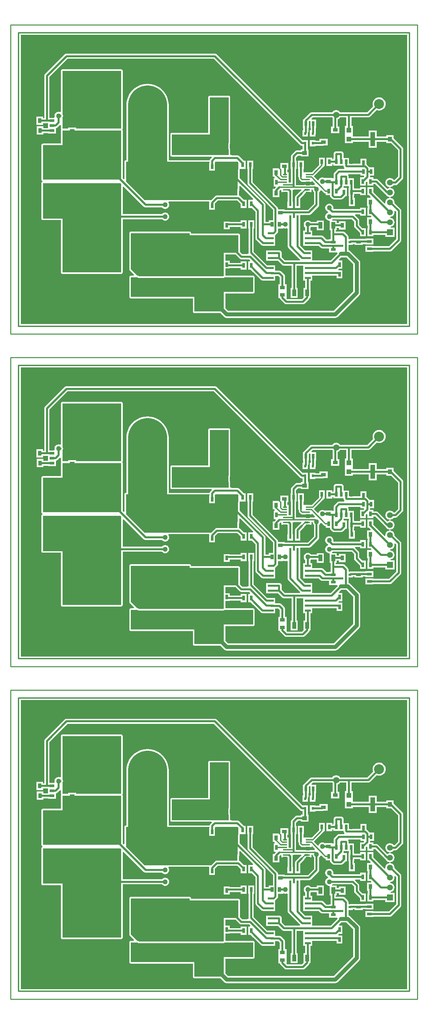
<source format=gtl>
%FSLAX42Y42*%
%MOMM*%
G71*
G01*
G75*
G04 Layer_Physical_Order=1*
G04 Layer_Color=255*
%ADD10C,0.25*%
%ADD11C,0.30*%
%ADD12R,1.05X0.40*%
%ADD13R,0.70X1.30*%
%ADD14R,0.70X1.20*%
%ADD15R,0.90X1.60*%
%ADD16R,1.30X0.90*%
%ADD17R,1.00X1.20*%
%ADD18R,0.90X1.30*%
%ADD19R,1.00X1.70*%
%ADD20R,1.30X0.70*%
%ADD21R,1.20X0.70*%
%ADD22R,0.60X0.80*%
%ADD23R,1.30X3.60*%
%ADD24R,1.30X1.30*%
%ADD25R,1.50X0.60*%
%ADD26R,0.60X0.80*%
%ADD27R,0.70X0.60*%
%ADD28R,1.20X1.00*%
%ADD29C,0.50*%
%ADD30C,1.00*%
%ADD31C,0.20*%
%ADD32C,10.00*%
%ADD33C,1.50*%
%ADD34R,1.50X1.50*%
%ADD35C,2.54*%
%ADD36C,1.60*%
%ADD37C,4.00*%
%ADD38C,1.27*%
G36*
X323Y247D02*
X10211D01*
Y7634D01*
X323D01*
Y247D01*
D02*
G37*
%LPC*%
G36*
X7962Y4976D02*
X8172D01*
Y4806D01*
X8067D01*
X8063Y4804D01*
X8059Y4802D01*
X8042Y4800D01*
X7862D01*
Y4785D01*
X7722D01*
Y4946D01*
X7862D01*
Y4931D01*
X7962D01*
Y4976D01*
D02*
G37*
G36*
X5952Y2895D02*
X6102D01*
Y2685D01*
X5952D01*
Y2725D01*
X5667D01*
Y2666D01*
X5517D01*
Y2866D01*
X5667D01*
Y2856D01*
X5952D01*
Y2895D01*
D02*
G37*
G36*
X1492Y7156D02*
X5292D01*
X5309Y7154D01*
X5324Y7147D01*
X5338Y7137D01*
X7530Y4945D01*
X7532Y4946D01*
Y4946D01*
X7532Y4946D01*
X7672D01*
Y4785D01*
X7667D01*
Y4706D01*
X7687D01*
Y4526D01*
X7487D01*
Y4550D01*
X7419D01*
X7367Y4498D01*
Y4421D01*
X7377D01*
Y4210D01*
X7367D01*
Y3805D01*
Y3797D01*
X7574D01*
Y3800D01*
X7759D01*
Y3797D01*
X7808D01*
X7809Y3797D01*
X7825Y3804D01*
X7840Y3806D01*
X7843Y3812D01*
X7845Y3833D01*
X7782Y3896D01*
X7759Y3886D01*
Y3876D01*
X7574D01*
Y3879D01*
X7522D01*
X7500Y3884D01*
X7482Y3896D01*
X7482Y3896D01*
X7482Y3896D01*
X7452Y3926D01*
X7440Y3944D01*
X7436Y3965D01*
X7436Y3965D01*
X7436Y3965D01*
Y3965D01*
Y3982D01*
X7435Y3983D01*
X7428Y3999D01*
X7426Y4015D01*
Y4210D01*
X7417D01*
Y4421D01*
X7567D01*
Y4210D01*
X7557D01*
Y4126D01*
X7574D01*
Y4126D01*
X7759D01*
Y4126D01*
X7772Y4126D01*
X7952Y4305D01*
Y4496D01*
X8102D01*
Y4285D01*
X8080D01*
X8079Y4279D01*
X8066Y4261D01*
X8066Y4261D01*
X8066D01*
Y4261D01*
X8066Y4261D01*
X7831Y4026D01*
X7831D01*
X7831D01*
X7829Y4007D01*
X7919Y3918D01*
X7943Y3923D01*
X7951Y3943D01*
X7968Y3964D01*
X7990Y3981D01*
X8015Y3991D01*
X8042Y3995D01*
X8069Y3991D01*
X8094Y3981D01*
X8101Y3976D01*
X8297D01*
Y3971D01*
X8317D01*
Y3971D01*
X8326Y3971D01*
Y4065D01*
X8328Y4082D01*
X8335Y4098D01*
X8345Y4112D01*
X8420Y4187D01*
X8434Y4197D01*
X8442Y4201D01*
X8450Y4204D01*
X8467Y4206D01*
X8593D01*
X8610Y4229D01*
D01*
X8610Y4229D01*
X8610Y4229D01*
X8599Y4240D01*
X8589Y4254D01*
X8584Y4265D01*
X8582Y4270D01*
X8580Y4287D01*
Y4290D01*
X8317D01*
Y4325D01*
X8292D01*
Y4285D01*
X8142D01*
Y4496D01*
X8292D01*
Y4456D01*
X8317D01*
Y4490D01*
X8326D01*
Y4590D01*
X8328Y4607D01*
X8335Y4623D01*
X8345Y4637D01*
X8359Y4647D01*
X8375Y4654D01*
X8392Y4656D01*
X8517D01*
X8534Y4654D01*
X8549Y4647D01*
X8563Y4637D01*
X8573Y4623D01*
X8580Y4607D01*
X8582Y4590D01*
Y4490D01*
X8721D01*
Y4341D01*
X9017D01*
Y4471D01*
X9167D01*
Y4331D01*
X9178Y4322D01*
X9238Y4262D01*
X9248Y4248D01*
X9250Y4246D01*
X9357D01*
Y4035D01*
X9257D01*
Y4006D01*
X9266Y3996D01*
X9342D01*
Y3956D01*
X9417D01*
X9434Y3954D01*
X9449Y3947D01*
X9456Y3942D01*
X9463Y3937D01*
X9700Y3700D01*
X9709Y3707D01*
X9737Y3719D01*
X9755Y3721D01*
Y3746D01*
X9737Y3748D01*
X9709Y3760D01*
X9685Y3778D01*
X9666Y3803D01*
X9655Y3830D01*
X9651Y3860D01*
X9655Y3891D01*
X9666Y3918D01*
X9685Y3943D01*
X9709Y3961D01*
X9737Y3973D01*
X9767Y3976D01*
X9797Y3973D01*
X9825Y3961D01*
X9849Y3943D01*
X9860Y3928D01*
X9885Y3926D01*
X9976Y4018D01*
Y4688D01*
X9794Y4871D01*
X9677D01*
Y4905D01*
X9432D01*
Y4751D01*
X9222D01*
Y4905D01*
X8822D01*
Y4865D01*
X8612D01*
Y5076D01*
D01*
Y5075D01*
X8612Y5076D01*
Y5096D01*
X8612D01*
Y5306D01*
X8651D01*
Y5525D01*
X8493D01*
X8477Y5505D01*
X8452Y5486D01*
X8432Y5477D01*
Y5290D01*
X8472D01*
Y5121D01*
X8262D01*
Y5290D01*
X8301D01*
Y5511D01*
X8291Y5525D01*
X7794D01*
X7763Y5494D01*
X7772Y5471D01*
X7882D01*
Y5260D01*
X7872D01*
Y5131D01*
X7870Y5114D01*
X7867Y5107D01*
X7863Y5098D01*
X7862Y5095D01*
Y5035D01*
X7722D01*
Y5196D01*
X7741D01*
Y5260D01*
X7732D01*
Y5430D01*
X7709Y5440D01*
X7692Y5423D01*
Y5260D01*
X7682D01*
Y5131D01*
X7680Y5114D01*
X7677Y5107D01*
X7673Y5098D01*
X7672Y5095D01*
Y5035D01*
X7532D01*
Y5196D01*
X7551D01*
Y5260D01*
X7542D01*
Y5471D01*
X7559D01*
X7560Y5473D01*
X7570Y5487D01*
X7720Y5637D01*
X7734Y5647D01*
X7742Y5651D01*
X7750Y5654D01*
X7767Y5656D01*
X8291D01*
X8306Y5676D01*
X8331Y5695D01*
X8360Y5707D01*
X8392Y5712D01*
X8423Y5707D01*
X8452Y5695D01*
X8477Y5676D01*
X8493Y5656D01*
X9186D01*
X9336Y5807D01*
X9327Y5837D01*
X9324Y5869D01*
X9327Y5902D01*
X9337Y5934D01*
X9352Y5963D01*
X9373Y5988D01*
X9398Y6009D01*
X9427Y6025D01*
X9459Y6034D01*
X9492Y6037D01*
X9524Y6034D01*
X9556Y6025D01*
X9585Y6009D01*
X9610Y5988D01*
X9631Y5963D01*
X9647Y5934D01*
X9656Y5902D01*
X9660Y5869D01*
X9656Y5837D01*
X9647Y5805D01*
X9631Y5776D01*
X9610Y5751D01*
X9585Y5730D01*
X9556Y5714D01*
X9524Y5705D01*
X9492Y5702D01*
X9459Y5705D01*
X9429Y5714D01*
X9259Y5544D01*
X9245Y5534D01*
X9240Y5531D01*
X9230Y5527D01*
X9213Y5525D01*
X8782D01*
Y5306D01*
X8822D01*
Y5096D01*
X8822Y5096D01*
X8822Y5075D01*
X8822D01*
Y5036D01*
X9222D01*
Y5190D01*
X9432D01*
Y5036D01*
X9677D01*
Y5071D01*
X9857D01*
Y4993D01*
X10088Y4762D01*
X10098Y4748D01*
X10103Y4737D01*
X10105Y4732D01*
X10107Y4715D01*
Y3990D01*
X10105Y3974D01*
X10102Y3967D01*
X10098Y3958D01*
X10088Y3944D01*
X9958Y3814D01*
X9944Y3804D01*
X9935Y3800D01*
X9929Y3797D01*
X9912Y3795D01*
X9861D01*
X9849Y3778D01*
X9825Y3760D01*
X9797Y3748D01*
X9778Y3746D01*
Y3721D01*
X9797Y3719D01*
X9825Y3707D01*
X9849Y3689D01*
X9867Y3664D01*
X9879Y3637D01*
X9883Y3606D01*
X9879Y3576D01*
X9867Y3549D01*
X9849Y3524D01*
X9825Y3506D01*
X9797Y3494D01*
X9778Y3492D01*
Y3467D01*
X9797Y3465D01*
X9825Y3453D01*
X9849Y3435D01*
X9867Y3410D01*
X9879Y3383D01*
X9883Y3353D01*
X9881Y3343D01*
X10038Y3187D01*
X10048Y3173D01*
X10053Y3162D01*
X10055Y3157D01*
X10057Y3141D01*
Y2391D01*
X10055Y2374D01*
X10052Y2367D01*
X10048Y2358D01*
X10038Y2344D01*
X9813Y2119D01*
X9799Y2109D01*
X9790Y2105D01*
X9784Y2102D01*
X9767Y2100D01*
X9347D01*
Y2091D01*
X9137D01*
Y2241D01*
X9347D01*
Y2231D01*
X9740D01*
X9926Y2418D01*
Y3113D01*
X9902Y3138D01*
X9898Y3137D01*
X9879Y3127D01*
X9883Y3099D01*
X9879Y3068D01*
X9867Y3041D01*
X9849Y3016D01*
X9825Y2998D01*
X9797Y2986D01*
X9778Y2984D01*
Y2959D01*
X9797Y2957D01*
X9825Y2945D01*
X9849Y2927D01*
X9867Y2902D01*
X9879Y2875D01*
X9883Y2844D01*
X9879Y2814D01*
X9867Y2787D01*
X9849Y2762D01*
X9825Y2744D01*
X9797Y2732D01*
X9781Y2730D01*
X9783Y2706D01*
X9882D01*
Y2475D01*
X9652D01*
Y2525D01*
X9342D01*
Y2485D01*
X9192D01*
Y2695D01*
X9201D01*
Y2760D01*
X9182D01*
Y2970D01*
X9286D01*
X9296Y2994D01*
X9279Y3010D01*
X9192D01*
Y3221D01*
X9201D01*
Y3260D01*
X9182D01*
Y3471D01*
X9269D01*
X9279Y3494D01*
X9237Y3535D01*
X9192D01*
Y3746D01*
X9342D01*
Y3616D01*
X9630Y3328D01*
X9652Y3339D01*
X9651Y3353D01*
X9655Y3383D01*
X9666Y3410D01*
X9685Y3435D01*
X9709Y3453D01*
X9737Y3465D01*
X9755Y3467D01*
Y3492D01*
X9737Y3494D01*
X9709Y3506D01*
X9685Y3524D01*
X9666Y3549D01*
X9665Y3552D01*
X9654Y3560D01*
X9390Y3825D01*
X9342D01*
Y3785D01*
X9192D01*
Y3880D01*
X9169Y3890D01*
X9152Y3873D01*
Y3785D01*
X9002D01*
Y3996D01*
X9089D01*
X9106Y4012D01*
X9096Y4035D01*
X9017D01*
Y4075D01*
X8707D01*
X8696Y4053D01*
X8702Y4044D01*
X8709Y4028D01*
X8711Y4012D01*
Y3971D01*
X8848D01*
Y3771D01*
X8847D01*
Y3721D01*
X8857D01*
Y3706D01*
X9002D01*
Y3746D01*
X9152D01*
Y3535D01*
X9002D01*
Y3575D01*
X8857D01*
Y3510D01*
X8847D01*
Y3471D01*
X8867D01*
Y3260D01*
X8717D01*
Y3371D01*
X8716Y3376D01*
Y3510D01*
X8707D01*
Y3721D01*
X8716D01*
Y3771D01*
X8584D01*
Y3767D01*
X8582Y3751D01*
X8579Y3743D01*
X8578Y3741D01*
X8590Y3724D01*
X8594Y3721D01*
X8667D01*
Y3510D01*
X8629D01*
X8563Y3444D01*
X8549Y3434D01*
D01*
D01*
Y3434D01*
X8549Y3434D01*
D01*
D01*
X8549D01*
Y3434D01*
D01*
X8549D01*
Y3434D01*
X8534Y3427D01*
X8517Y3425D01*
X8342D01*
X8325Y3427D01*
X8317Y3430D01*
X8309Y3434D01*
X8295Y3444D01*
X8272Y3467D01*
X8269Y3469D01*
X8255Y3479D01*
X8245Y3493D01*
X8238Y3509D01*
X8236Y3526D01*
Y3535D01*
X8127D01*
Y3584D01*
X8117D01*
X8095Y3589D01*
X8077Y3601D01*
X8015Y3663D01*
X7990Y3658D01*
X7982Y3638D01*
X7966Y3617D01*
X7957Y3610D01*
Y3290D01*
X7955Y3274D01*
X7952Y3266D01*
X7948Y3258D01*
X7938Y3244D01*
X7743Y3049D01*
X7729Y3039D01*
D01*
D01*
Y3039D01*
X7729Y3039D01*
D01*
D01*
X7729D01*
Y3039D01*
D01*
X7729D01*
Y3039D01*
X7714Y3032D01*
X7697Y3030D01*
X7477D01*
Y2910D01*
X7472D01*
Y2253D01*
X7597Y2127D01*
X7782D01*
Y1988D01*
Y1869D01*
X8252D01*
X8426Y2044D01*
X8428Y2057D01*
X8411Y2075D01*
X8212D01*
Y2180D01*
X8037D01*
X8020Y2182D01*
X8013Y2185D01*
X8004Y2189D01*
X7990Y2199D01*
X7944Y2246D01*
X7782D01*
Y2242D01*
X7552D01*
Y2368D01*
Y2495D01*
Y2635D01*
X7601D01*
Y2710D01*
X7593Y2717D01*
X7576Y2738D01*
X7566Y2763D01*
X7562Y2791D01*
X7566Y2818D01*
X7576Y2843D01*
X7593Y2864D01*
X7615Y2881D01*
X7640Y2891D01*
X7667Y2895D01*
X7694Y2891D01*
X7719Y2881D01*
X7741Y2864D01*
X7747Y2856D01*
X7897D01*
Y2891D01*
X8077D01*
Y2641D01*
X7897D01*
Y2725D01*
X7747D01*
X7741Y2717D01*
X7732Y2710D01*
Y2635D01*
X7782D01*
Y2508D01*
Y2504D01*
X8019D01*
X8036Y2502D01*
X8040Y2500D01*
X8051Y2495D01*
X8065Y2485D01*
X8144Y2406D01*
X8212D01*
Y2416D01*
X8251D01*
Y2641D01*
X8227D01*
Y2877D01*
X8217Y2886D01*
X8190Y2890D01*
X8165Y2900D01*
X8143Y2917D01*
X8126Y2938D01*
X8116Y2963D01*
X8112Y2991D01*
X8116Y3018D01*
X8126Y3043D01*
X8143Y3064D01*
X8165Y3081D01*
X8188Y3091D01*
Y3116D01*
X8165Y3125D01*
X8143Y3142D01*
X8126Y3163D01*
X8116Y3188D01*
X8112Y3215D01*
X8116Y3243D01*
X8126Y3268D01*
X8143Y3289D01*
X8165Y3306D01*
X8190Y3316D01*
X8217Y3320D01*
X8244Y3316D01*
X8269Y3306D01*
X8291Y3289D01*
X8307Y3268D01*
X8318Y3243D01*
X8321Y3215D01*
X8319Y3200D01*
X8336Y3181D01*
X9002D01*
Y3221D01*
X9152D01*
Y3010D01*
X9002D01*
Y3050D01*
X8883D01*
X8873Y3027D01*
X8963Y2937D01*
X8973Y2923D01*
X8977Y2914D01*
X8980Y2907D01*
X8982Y2891D01*
Y2778D01*
X9064Y2695D01*
X9152D01*
Y2485D01*
X9002D01*
Y2573D01*
X8870Y2704D01*
X8860Y2718D01*
X8856Y2727D01*
X8853Y2734D01*
X8851Y2750D01*
Y2863D01*
X8790Y2925D01*
X8305D01*
X8290Y2905D01*
X8295Y2891D01*
X8407D01*
Y2831D01*
X8467D01*
Y2870D01*
X8637D01*
Y2660D01*
X8467D01*
Y2700D01*
X8407D01*
Y2641D01*
X8382D01*
Y2606D01*
X8567D01*
X8584Y2604D01*
X8594Y2600D01*
X8599Y2597D01*
X8613Y2587D01*
X8688Y2512D01*
X8698Y2498D01*
X8702Y2490D01*
X8705Y2482D01*
X8707Y2466D01*
Y2434D01*
X8717Y2421D01*
X8728Y2414D01*
X8732Y2416D01*
X8740Y2419D01*
X8757Y2421D01*
X9137D01*
Y2431D01*
X9347D01*
Y2281D01*
X9137D01*
Y2290D01*
X9072D01*
Y2266D01*
X8862D01*
Y2290D01*
X8817D01*
Y2270D01*
X8707D01*
Y2130D01*
X8714Y2129D01*
X8736Y2120D01*
X8755Y2106D01*
X8981Y1880D01*
X8995Y1861D01*
X9004Y1839D01*
X9007Y1816D01*
Y1040D01*
X9007Y1040D01*
X9007D01*
X9004Y1017D01*
X8995Y995D01*
X8981Y976D01*
X8431Y426D01*
X8431Y426D01*
X8412Y412D01*
X8390Y403D01*
X8390Y403D01*
X8390Y403D01*
D01*
X8390Y403D01*
X8390Y403D01*
X8367Y400D01*
X5592D01*
X5568Y403D01*
X5546Y412D01*
X5528Y426D01*
X5528Y426D01*
X5528Y426D01*
X5429Y525D01*
X4769D01*
X4765Y526D01*
X4761Y526D01*
X4759Y526D01*
X4759Y526D01*
X4759D01*
X4755Y527D01*
X4753Y528D01*
X4751Y529D01*
X4750Y530D01*
X4744Y532D01*
X4744Y532D01*
X4744Y532D01*
X4739Y538D01*
X4733Y543D01*
X4733Y543D01*
X4733Y543D01*
X4731Y549D01*
X4730Y550D01*
X4729Y552D01*
X4729Y554D01*
X4727Y558D01*
Y558D01*
X4727Y558D01*
X4727Y560D01*
X4727Y564D01*
X4726Y568D01*
Y900D01*
X3144D01*
X3140Y901D01*
X3136Y901D01*
X3134Y901D01*
X3134Y901D01*
X3134D01*
X3130Y902D01*
X3128Y903D01*
X3126Y904D01*
X3125Y905D01*
X3119Y907D01*
X3119Y907D01*
X3119Y907D01*
X3114Y913D01*
X3108Y918D01*
X3108Y918D01*
X3108Y918D01*
X3106Y924D01*
X3105Y925D01*
X3104Y927D01*
X3104Y929D01*
X3102Y933D01*
Y933D01*
X3102Y933D01*
X3102Y935D01*
X3102Y939D01*
X3101Y943D01*
Y1438D01*
X3102Y1442D01*
X3102Y1446D01*
X3102Y1448D01*
X3102Y1448D01*
Y1448D01*
X3104Y1452D01*
X3104Y1454D01*
X3105Y1456D01*
X3106Y1457D01*
X3108Y1463D01*
X3108Y1463D01*
X3108Y1463D01*
X3114Y1468D01*
X3119Y1474D01*
X3119Y1474D01*
X3119Y1474D01*
X3125Y1476D01*
X3126Y1477D01*
X3128Y1478D01*
X3130Y1479D01*
X3134Y1480D01*
X3134D01*
X3134Y1480D01*
X3136Y1481D01*
X3140Y1481D01*
X3144Y1481D01*
X3211D01*
X3220Y1504D01*
X3114Y1610D01*
X3112Y1614D01*
X3109Y1616D01*
X3108Y1618D01*
X3108Y1618D01*
X3108Y1618D01*
X3108Y1618D01*
X3107Y1622D01*
X3105Y1623D01*
X3105Y1625D01*
X3104Y1627D01*
X3104Y1629D01*
X3102Y1633D01*
X3102Y1633D01*
X3102Y1633D01*
Y1633D01*
X3102Y1635D01*
X3102Y1639D01*
X3101Y1643D01*
Y2563D01*
X3102Y2567D01*
X3102Y2571D01*
X3102Y2573D01*
X3102Y2573D01*
Y2573D01*
X3104Y2577D01*
X3104Y2579D01*
X3105Y2581D01*
X3106Y2582D01*
X3108Y2588D01*
X3108Y2588D01*
X3108Y2588D01*
X3114Y2593D01*
X3119Y2599D01*
X3119Y2599D01*
X3119Y2599D01*
X3125Y2601D01*
X3126Y2602D01*
X3128Y2603D01*
X3130Y2604D01*
X3134Y2605D01*
X3134D01*
X3134Y2605D01*
X3136Y2606D01*
X3140Y2606D01*
X3144Y2606D01*
X4640D01*
X4644Y2606D01*
X4648Y2606D01*
X4649Y2605D01*
X4649Y2605D01*
X4649D01*
X4653Y2604D01*
X4655Y2603D01*
X4657Y2602D01*
X4658Y2601D01*
X4664Y2599D01*
X4664Y2599D01*
X4664Y2599D01*
X4670Y2593D01*
X4675Y2588D01*
X4675Y2588D01*
X4675Y2588D01*
X4678Y2582D01*
X4678Y2581D01*
X4679Y2579D01*
X4680Y2577D01*
X4681Y2573D01*
Y2573D01*
X4681Y2573D01*
X4682Y2571D01*
X4682D01*
X4682Y2571D01*
D01*
X4682Y2566D01*
X4682Y2563D01*
Y2556D01*
X4682Y2556D01*
X5890D01*
X5894Y2556D01*
X5898Y2556D01*
X5899Y2555D01*
X5899Y2555D01*
X5899D01*
X5903Y2554D01*
X5905Y2553D01*
X5907Y2552D01*
X5908Y2551D01*
X5914Y2549D01*
X5914Y2549D01*
X5914Y2549D01*
X5920Y2543D01*
X5925Y2538D01*
X5925Y2538D01*
X5925Y2538D01*
X5928Y2532D01*
X5928Y2531D01*
X5929Y2529D01*
X5930Y2527D01*
X5931Y2523D01*
Y2523D01*
X5931Y2523D01*
X5932Y2521D01*
X5932Y2517D01*
X5932Y2513D01*
Y2092D01*
X5994Y2031D01*
X6111D01*
X6151Y2048D01*
X6153Y2050D01*
X6151Y2066D01*
Y2685D01*
X6142D01*
Y2895D01*
X6292D01*
Y2685D01*
X6282D01*
Y2093D01*
X6628Y1747D01*
X6832D01*
Y1607D01*
Y1606D01*
X6942D01*
X6959Y1604D01*
X6969Y1600D01*
X6974Y1597D01*
X6988Y1587D01*
X7063Y1512D01*
X7073Y1498D01*
X7076Y1492D01*
X7080Y1482D01*
X7082Y1465D01*
Y1265D01*
X7122D01*
Y1095D01*
X7122Y1096D01*
X7122Y1075D01*
X7122D01*
Y906D01*
X7122Y906D01*
X7122D01*
X7121Y904D01*
X7144Y881D01*
X7515D01*
X7557Y923D01*
Y1165D01*
X7601D01*
Y1352D01*
X7552D01*
Y1480D01*
Y1607D01*
Y1733D01*
Y1738D01*
X7382D01*
Y1165D01*
X7407D01*
Y915D01*
X7227D01*
Y1165D01*
X7251D01*
Y1738D01*
X7054D01*
X7037Y1740D01*
X7029Y1743D01*
X7021Y1747D01*
X7007Y1757D01*
X6900Y1865D01*
X6832D01*
Y1860D01*
X6602D01*
Y1988D01*
Y2127D01*
X6832D01*
Y2123D01*
X6934D01*
X6951Y2121D01*
X6966Y2114D01*
X6980Y2104D01*
X6990Y2090D01*
X6997Y2074D01*
X6999Y2058D01*
Y1951D01*
X7081Y1869D01*
X7463D01*
X7472Y1892D01*
X7170Y2194D01*
X7160Y2208D01*
X7157Y2216D01*
X7153Y2224D01*
X7151Y2241D01*
Y2681D01*
X7130Y2694D01*
X7119Y2690D01*
X7092Y2686D01*
X7065Y2690D01*
X7040Y2700D01*
X7040Y2700D01*
Y2700D01*
X7027Y2685D01*
Y2685D01*
X6907D01*
Y2616D01*
X6905Y2599D01*
X6902Y2591D01*
X6898Y2583D01*
X6888Y2569D01*
X6838Y2519D01*
X6832Y2514D01*
Y2495D01*
Y2368D01*
Y2242D01*
X6602D01*
Y2246D01*
X6521D01*
X6504Y2248D01*
X6496Y2251D01*
X6488Y2255D01*
X6474Y2265D01*
X6345Y2394D01*
X6335Y2408D01*
X6332Y2416D01*
X6328Y2424D01*
X6326Y2441D01*
Y3113D01*
X6229Y3210D01*
X6142D01*
Y3421D01*
X6261D01*
X6271Y3444D01*
X5936Y3778D01*
X5913Y3769D01*
X5906Y3529D01*
X5909Y3529D01*
X5913Y3527D01*
X5924Y3522D01*
X5938Y3512D01*
X6029Y3421D01*
X6102D01*
Y3210D01*
X5952D01*
Y3313D01*
X5865Y3400D01*
X5369D01*
X5292Y3323D01*
Y3166D01*
X5142D01*
Y3365D01*
X5142D01*
Y3372D01*
X5134Y3375D01*
X4111D01*
X4100Y3352D01*
X4107Y3343D01*
X4118Y3318D01*
X4121Y3290D01*
X4118Y3263D01*
X4107Y3238D01*
X4091Y3217D01*
X4069Y3200D01*
X4044Y3190D01*
X4017Y3186D01*
X3990Y3190D01*
X3965Y3200D01*
X3943Y3217D01*
X3937Y3225D01*
X3517D01*
X3500Y3227D01*
X3493Y3230D01*
X3484Y3234D01*
X3470Y3244D01*
X2956Y3759D01*
X2932Y3749D01*
Y3056D01*
X3937D01*
X3943Y3064D01*
X3965Y3081D01*
X3990Y3091D01*
X4017Y3095D01*
X4044Y3091D01*
X4069Y3081D01*
X4091Y3064D01*
X4107Y3043D01*
X4118Y3018D01*
X4121Y2991D01*
X4118Y2963D01*
X4107Y2938D01*
X4091Y2917D01*
X4069Y2900D01*
X4044Y2890D01*
X4017Y2886D01*
X3990Y2890D01*
X3965Y2900D01*
X3943Y2917D01*
X3937Y2925D01*
X2932D01*
Y1568D01*
X2932Y1564D01*
X2932Y1560D01*
X2931Y1558D01*
X2931Y1558D01*
Y1558D01*
X2930Y1554D01*
X2929Y1552D01*
X2928Y1550D01*
X2928Y1549D01*
X2925Y1543D01*
X2925Y1543D01*
X2925Y1543D01*
X2920Y1538D01*
X2914Y1532D01*
X2914Y1532D01*
X2914Y1532D01*
X2908Y1530D01*
X2907Y1529D01*
X2905Y1528D01*
X2903Y1527D01*
X2899Y1526D01*
X2899D01*
X2899Y1526D01*
X2898Y1526D01*
X2894Y1526D01*
X2890Y1525D01*
X1394D01*
X1390Y1526D01*
X1386Y1526D01*
X1384Y1526D01*
X1384Y1526D01*
X1384D01*
X1380Y1527D01*
X1378Y1528D01*
X1376Y1529D01*
X1375Y1530D01*
X1369Y1532D01*
X1369Y1532D01*
X1369Y1532D01*
X1364Y1538D01*
X1358Y1543D01*
X1358Y1543D01*
X1358Y1543D01*
X1356Y1549D01*
X1355Y1550D01*
X1354Y1552D01*
X1354Y1554D01*
X1352Y1558D01*
Y1558D01*
X1352Y1558D01*
X1352Y1560D01*
X1352Y1564D01*
X1351Y1568D01*
Y2900D01*
X894D01*
X890Y2900D01*
X886Y2900D01*
X884Y2901D01*
X884Y2901D01*
X884D01*
X880Y2902D01*
X878Y2903D01*
X876Y2904D01*
X875Y2905D01*
X869Y2907D01*
X869Y2907D01*
X869Y2907D01*
X864Y2913D01*
X858Y2918D01*
X858Y2918D01*
X858Y2918D01*
X856Y2924D01*
X855Y2925D01*
X854Y2927D01*
X854Y2929D01*
X852Y2933D01*
Y2933D01*
X852Y2933D01*
X852Y2935D01*
X852Y2939D01*
X851Y2943D01*
Y3838D01*
X852Y3842D01*
X852Y3846D01*
X852Y3848D01*
X852Y3848D01*
Y3848D01*
X854Y3852D01*
X854Y3854D01*
X855Y3856D01*
X856Y3857D01*
X858Y3863D01*
X858Y3863D01*
X858Y3863D01*
X864Y3868D01*
X869Y3874D01*
X869Y3874D01*
X869Y3874D01*
X875Y3876D01*
X876Y3877D01*
X878Y3878D01*
X878Y3903D01*
X876Y3904D01*
X875Y3905D01*
X869Y3907D01*
X869Y3907D01*
X869Y3907D01*
X864Y3913D01*
X858Y3918D01*
X858Y3918D01*
X858Y3918D01*
X856Y3924D01*
X855Y3925D01*
X854Y3927D01*
X854Y3929D01*
X852Y3933D01*
Y3933D01*
X852Y3933D01*
X852Y3935D01*
X852Y3939D01*
X851Y3943D01*
Y4813D01*
X852Y4817D01*
X852Y4821D01*
X852Y4823D01*
X852Y4823D01*
Y4823D01*
X854Y4827D01*
X854Y4829D01*
X855Y4831D01*
X856Y4832D01*
X858Y4838D01*
X858Y4838D01*
X858Y4838D01*
X864Y4843D01*
X869Y4849D01*
X869Y4849D01*
X869Y4849D01*
X875Y4851D01*
X876Y4852D01*
X878Y4853D01*
X880Y4854D01*
X884Y4855D01*
X884D01*
X884Y4855D01*
X886Y4856D01*
X890Y4856D01*
X894Y4856D01*
X1351D01*
Y5188D01*
X1352Y5192D01*
X1352Y5196D01*
X1352Y5198D01*
X1352Y5198D01*
Y5198D01*
X1354Y5202D01*
X1354Y5204D01*
X1354Y5205D01*
X1355Y5206D01*
X1356Y5208D01*
X1358Y5213D01*
X1358Y5213D01*
X1358Y5213D01*
X1358Y5213D01*
X1358Y5218D01*
X1358Y5218D01*
X1358D01*
X1358Y5218D01*
X1358Y5218D01*
X1358D01*
X1358Y5218D01*
X1358Y5218D01*
D01*
X1357Y5222D01*
X1354Y5225D01*
X1354Y5227D01*
X1354Y5227D01*
X1354Y5229D01*
X1352Y5233D01*
Y5233D01*
X1352Y5233D01*
X1352Y5235D01*
X1352Y5239D01*
X1351Y5243D01*
Y5324D01*
X1328Y5334D01*
X1261Y5267D01*
X1254Y5262D01*
X1247Y5257D01*
X1232Y5250D01*
X1222Y5249D01*
Y5238D01*
Y5112D01*
X1022D01*
Y5121D01*
X902D01*
Y5085D01*
X732D01*
Y5296D01*
X902D01*
Y5252D01*
X1022D01*
Y5262D01*
Y5365D01*
Y5375D01*
X892D01*
Y5335D01*
X722D01*
Y5546D01*
X892D01*
Y5506D01*
X926D01*
Y6590D01*
X928Y6607D01*
X930Y6612D01*
X935Y6623D01*
X945Y6637D01*
X1445Y7137D01*
X1459Y7147D01*
X1468Y7151D01*
X1475Y7154D01*
X1492Y7156D01*
D02*
G37*
%LPD*%
G36*
X5557Y1866D02*
X5667D01*
Y1806D01*
X5952D01*
Y1845D01*
X6102D01*
Y1635D01*
X5952D01*
Y1675D01*
X5667D01*
Y1666D01*
X5557D01*
Y1481D01*
X6265D01*
X6269Y1481D01*
X6273Y1481D01*
X6274Y1480D01*
X6274Y1480D01*
X6274D01*
X6278Y1479D01*
X6280Y1478D01*
X6282Y1477D01*
X6283Y1476D01*
X6289Y1474D01*
X6289Y1474D01*
X6289Y1474D01*
X6295Y1468D01*
X6300Y1463D01*
X6300Y1463D01*
X6300Y1463D01*
X6303Y1457D01*
X6303Y1456D01*
X6304Y1454D01*
X6305Y1452D01*
X6306Y1448D01*
Y1448D01*
X6306Y1448D01*
X6307Y1446D01*
X6307Y1442D01*
X6307Y1438D01*
Y1068D01*
X6307Y1064D01*
X6307Y1060D01*
X6306Y1058D01*
X6306Y1058D01*
Y1058D01*
X6305Y1054D01*
X6304Y1052D01*
X6303Y1050D01*
X6303Y1049D01*
X6300Y1043D01*
X6300Y1043D01*
X6300Y1043D01*
X6295Y1038D01*
X6289Y1032D01*
X6289Y1032D01*
X6289Y1032D01*
X6283Y1030D01*
X6282Y1029D01*
X6280Y1028D01*
X6278Y1027D01*
X6274Y1026D01*
X6274D01*
X6274Y1026D01*
X6273Y1026D01*
X6269Y1026D01*
X6265Y1025D01*
X5557D01*
Y653D01*
X5629Y581D01*
X8329D01*
X8826Y1078D01*
Y1778D01*
X8653Y1951D01*
X8519D01*
X8462Y1894D01*
X8471Y1870D01*
X8552D01*
Y1660D01*
X8464D01*
X8448Y1644D01*
X8457Y1620D01*
X8552D01*
Y1410D01*
X8402D01*
Y1484D01*
X7782D01*
Y1480D01*
Y1352D01*
X7732D01*
Y1165D01*
X7737D01*
Y915D01*
X7712D01*
X7710Y904D01*
X7707Y897D01*
X7703Y888D01*
X7693Y874D01*
X7588Y769D01*
X7574Y759D01*
X7563Y754D01*
X7559Y752D01*
X7542Y750D01*
X7117D01*
X7100Y752D01*
X7093Y755D01*
X7084Y759D01*
X7070Y769D01*
X6970Y869D01*
X6960Y883D01*
X6957Y891D01*
X6953Y899D01*
X6952Y906D01*
X6912D01*
Y1075D01*
D01*
Y1075D01*
X6912Y1075D01*
Y1096D01*
X6912D01*
Y1265D01*
X6951D01*
Y1438D01*
X6915Y1475D01*
X6832D01*
Y1352D01*
X6602D01*
Y1357D01*
X6510D01*
X6493Y1359D01*
X6486Y1362D01*
X6477Y1366D01*
X6463Y1376D01*
X6270Y1569D01*
X6270Y1569D01*
X6204Y1635D01*
X6142D01*
Y1845D01*
X6186D01*
X6196Y1869D01*
X6165Y1900D01*
X5967D01*
X5950Y1902D01*
X5942Y1905D01*
X5934Y1909D01*
X5920Y1919D01*
X5815Y2025D01*
X5557D01*
Y1866D01*
D02*
G37*
G36*
X3144Y2566D02*
Y2566D01*
X3142Y2559D01*
Y2559D01*
D01*
X3142Y2559D01*
Y1647D01*
X3142Y1647D01*
X3142Y1643D01*
X3142Y1641D01*
X3143Y1639D01*
X3301Y1481D01*
X3313D01*
X3328Y1478D01*
X3342Y1469D01*
X3342Y1469D01*
X3350Y1461D01*
X5502D01*
X5508Y1469D01*
X5517Y1475D01*
Y1666D01*
Y1866D01*
Y2066D01*
X5892D01*
Y2092D01*
X5892Y2092D01*
X5892Y2092D01*
Y2513D01*
X5886Y2516D01*
X5886D01*
D01*
X5886Y2516D01*
X4642D01*
Y2562D01*
X4642Y2562D01*
D01*
X4636Y2566D01*
X4636Y2566D01*
X3144D01*
D01*
D02*
G37*
G36*
Y1440D02*
Y1440D01*
X3142Y1434D01*
Y1434D01*
D01*
X3142Y1434D01*
Y943D01*
X3148Y940D01*
X3148D01*
D01*
X3148Y940D01*
X4767D01*
Y900D01*
Y568D01*
X4773Y566D01*
X4773D01*
D01*
X4773Y566D01*
X5429D01*
X5429Y566D01*
X5429Y566D01*
X5517D01*
Y653D01*
X5517Y653D01*
X5517Y653D01*
Y1025D01*
Y1065D01*
X6265D01*
X6267Y1072D01*
Y1072D01*
D01*
X6267Y1072D01*
Y1438D01*
X6261Y1440D01*
X6261D01*
D01*
X6261Y1440D01*
X5538D01*
X5537Y1440D01*
X5536Y1438D01*
X5533Y1435D01*
X5531Y1432D01*
X5528Y1430D01*
X5525Y1427D01*
X5521Y1425D01*
X5518Y1423D01*
X5514Y1422D01*
X5510Y1421D01*
X5506D01*
X5502Y1420D01*
X3350D01*
X3342Y1422D01*
X3335Y1423D01*
X3335Y1423D01*
X3335D01*
X3321Y1432D01*
X3321Y1432D01*
X3316Y1438D01*
X3313Y1440D01*
X3309Y1440D01*
X3301D01*
X3301Y1440D01*
X3301Y1440D01*
X3144D01*
D01*
D02*
G37*
G36*
X894Y3840D02*
X892Y3834D01*
Y3834D01*
D01*
X892Y3834D01*
Y2943D01*
X898Y2941D01*
X898D01*
D01*
X898Y2941D01*
X1392D01*
Y2900D01*
Y1568D01*
X1398Y1565D01*
X1398D01*
D01*
X1398Y1565D01*
X2890D01*
X2892Y1572D01*
Y1572D01*
D01*
X2892Y1572D01*
Y2925D01*
Y3823D01*
X2874Y3840D01*
X894D01*
Y3840D01*
D02*
G37*
G36*
X1057Y6563D02*
Y5515D01*
X1178D01*
X1192Y5536D01*
X1191Y5538D01*
X1187Y5565D01*
X1191Y5593D01*
X1201Y5618D01*
X1218Y5639D01*
X1240Y5656D01*
X1265Y5666D01*
X1292Y5670D01*
X1319Y5666D01*
X1330Y5662D01*
X1351Y5675D01*
Y6713D01*
X1352Y6717D01*
X1352Y6721D01*
X1352Y6723D01*
X1352Y6723D01*
Y6723D01*
X1354Y6727D01*
X1354Y6729D01*
X1355Y6731D01*
X1356Y6732D01*
X1358Y6738D01*
X1358Y6738D01*
X1358Y6738D01*
X1364Y6743D01*
X1369Y6749D01*
X1369Y6749D01*
X1369Y6749D01*
X1375Y6751D01*
X1376Y6752D01*
X1378Y6753D01*
X1380Y6754D01*
X1384Y6755D01*
X1384D01*
X1384Y6755D01*
X1386Y6756D01*
X1390Y6756D01*
X1394Y6756D01*
X2890D01*
X2894Y6756D01*
X2898Y6756D01*
X2899Y6755D01*
X2899Y6755D01*
X2899D01*
X2903Y6754D01*
X2905Y6753D01*
X2907Y6752D01*
X2908Y6751D01*
X2914Y6749D01*
X2914Y6749D01*
X2914Y6749D01*
X2920Y6743D01*
X2925Y6738D01*
X2925Y6738D01*
X2925Y6738D01*
X2928Y6732D01*
X2928Y6731D01*
X2929Y6729D01*
X2930Y6727D01*
X2931Y6723D01*
Y6723D01*
X2931Y6723D01*
X2932Y6721D01*
X2932Y6717D01*
X2932Y6713D01*
Y5243D01*
X2932Y5239D01*
X2932Y5235D01*
X2931Y5233D01*
X2931Y5233D01*
Y5233D01*
X2930Y5229D01*
X2929Y5227D01*
X2929Y5226D01*
X2929Y5225D01*
X2927Y5223D01*
X2925Y5218D01*
X2925Y5218D01*
X2925Y5218D01*
X2925Y5218D01*
X2925Y5213D01*
X2925Y5213D01*
D01*
X2925Y5213D01*
X2925Y5213D01*
X2925D01*
X2925Y5213D01*
X2925Y5213D01*
D01*
X2927Y5209D01*
X2929Y5206D01*
X2929Y5204D01*
X2929Y5204D01*
X2930Y5202D01*
X2931Y5198D01*
Y5198D01*
X2931Y5198D01*
X2932Y5196D01*
X2932Y5192D01*
X2932Y5188D01*
Y3967D01*
X2953Y3947D01*
X2976Y3957D01*
Y4388D01*
X2977Y4392D01*
X2977Y4396D01*
X2977Y4398D01*
X2977Y4398D01*
Y4398D01*
X2979Y4402D01*
X2979Y4404D01*
X2980Y4406D01*
X2981Y4407D01*
X2983Y4413D01*
X2983Y4413D01*
X2983Y4413D01*
X2989Y4418D01*
X2994Y4424D01*
X2994Y4424D01*
X2994Y4424D01*
X3000Y4426D01*
X3001Y4427D01*
X3003Y4428D01*
X3005Y4429D01*
X3009Y4430D01*
X3009D01*
X3009Y4430D01*
X3011Y4431D01*
Y4431D01*
X3011Y4431D01*
X3016Y4431D01*
X3019Y4431D01*
X3026D01*
X3026D01*
Y5840D01*
X3030Y5911D01*
X3044Y5981D01*
X3067Y6048D01*
X3098Y6111D01*
X3137Y6170D01*
X3184Y6223D01*
X3237Y6270D01*
X3296Y6309D01*
X3360Y6340D01*
X3427Y6363D01*
X3496Y6377D01*
X3567Y6382D01*
X3637Y6377D01*
X3707Y6363D01*
X3774Y6340D01*
X3837Y6309D01*
X3896Y6270D01*
X3949Y6223D01*
X3996Y6170D01*
X4035Y6111D01*
X4067Y6048D01*
X4089Y5981D01*
X4103Y5911D01*
X4108Y5840D01*
Y4431D01*
X5153D01*
X5153Y4432D01*
X5156Y4439D01*
X5160Y4448D01*
X5170Y4462D01*
X5210Y4502D01*
X5201Y4525D01*
X4194D01*
X4190Y4526D01*
X4186Y4526D01*
X4184Y4526D01*
X4184Y4526D01*
X4184D01*
X4180Y4527D01*
X4178Y4528D01*
X4176Y4529D01*
X4175Y4530D01*
X4169Y4532D01*
X4169Y4532D01*
X4169Y4532D01*
X4164Y4538D01*
X4158Y4543D01*
X4158Y4543D01*
X4158Y4543D01*
X4156Y4549D01*
X4155Y4550D01*
X4154Y4552D01*
X4154Y4554D01*
X4152Y4558D01*
Y4558D01*
X4152Y4558D01*
X4152Y4560D01*
X4152Y4564D01*
X4151Y4568D01*
Y5090D01*
X4152Y5094D01*
X4152Y5098D01*
X4152Y5100D01*
X4152Y5100D01*
Y5100D01*
X4154Y5104D01*
X4154Y5106D01*
X4155Y5108D01*
X4156Y5109D01*
X4158Y5115D01*
X4158Y5115D01*
X4158Y5115D01*
X4164Y5120D01*
X4169Y5126D01*
X4169Y5126D01*
X4169Y5126D01*
X4175Y5128D01*
X4176Y5129D01*
X4178Y5130D01*
X4180Y5130D01*
X4184Y5132D01*
X4184D01*
X4184Y5132D01*
X4186Y5132D01*
X4190Y5132D01*
X4194Y5133D01*
X5118D01*
Y6038D01*
X5119Y6047D01*
X5121Y6054D01*
X5121Y6054D01*
X5121Y6054D01*
X5127Y6063D01*
X5130Y6067D01*
X5130Y6067D01*
X5130Y6067D01*
X5130Y6067D01*
X5130Y6067D01*
X5132Y6069D01*
X5132Y6069D01*
X5132Y6069D01*
X5138Y6074D01*
X5145Y6078D01*
X5145Y6078D01*
X5145Y6078D01*
X5152Y6080D01*
X5160Y6081D01*
X5160Y6081D01*
X5160Y6081D01*
X5640D01*
X5644Y6081D01*
X5648Y6081D01*
X5649Y6080D01*
X5649Y6080D01*
X5649D01*
X5653Y6079D01*
X5655Y6078D01*
X5657Y6077D01*
X5658Y6076D01*
X5664Y6074D01*
X5664Y6074D01*
X5664Y6074D01*
X5670Y6068D01*
X5675Y6063D01*
X5675Y6063D01*
X5675Y6063D01*
X5678Y6057D01*
X5678Y6056D01*
X5679Y6054D01*
X5680Y6052D01*
X5681Y6048D01*
Y6048D01*
X5681Y6048D01*
X5682Y6046D01*
X5682Y6042D01*
X5682Y6038D01*
Y4868D01*
X5682Y4866D01*
X5682Y4866D01*
X5682Y4864D01*
X5682Y4860D01*
X5681Y4858D01*
X5680Y4854D01*
X5679Y4852D01*
X5679Y4852D01*
X5679Y4850D01*
X5677Y4847D01*
X5675Y4843D01*
X5673Y4841D01*
Y4730D01*
X5675Y4728D01*
X5677Y4724D01*
X5679Y4721D01*
X5679Y4719D01*
X5679Y4719D01*
X5680Y4717D01*
X5681Y4713D01*
X5682Y4711D01*
X5682Y4707D01*
X5682Y4705D01*
X5682Y4705D01*
X5682Y4703D01*
Y4568D01*
X5740Y4556D01*
X5867D01*
X5884Y4554D01*
X5894Y4550D01*
X5899Y4547D01*
X5913Y4537D01*
X6029Y4421D01*
X6077D01*
Y4210D01*
X5927D01*
X5920Y3980D01*
X6563Y3337D01*
X6573Y3323D01*
X6576Y3317D01*
X6580Y3307D01*
X6582Y3290D01*
Y2856D01*
X6667D01*
Y2895D01*
X6776D01*
Y3163D01*
X6145Y3794D01*
X6135Y3808D01*
X6133Y3814D01*
X6128Y3824D01*
X6126Y3840D01*
Y4210D01*
X6117D01*
Y4421D01*
X6267D01*
Y4210D01*
X6257D01*
Y3868D01*
X6888Y3237D01*
X6898Y3223D01*
X6901Y3217D01*
X6905Y3207D01*
X6907Y3191D01*
Y3175D01*
X7072D01*
Y3161D01*
X7670D01*
X7826Y3318D01*
Y3610D01*
X7818Y3617D01*
X7801Y3638D01*
X7791Y3663D01*
X7788Y3684D01*
X7759D01*
Y3680D01*
Y3615D01*
X7692D01*
X7684Y3612D01*
X7667Y3610D01*
X7615D01*
X7580Y3575D01*
X7580Y3574D01*
X7575Y3562D01*
X7573Y3558D01*
X7571Y3555D01*
X7563Y3544D01*
X7563Y3544D01*
X7472Y3453D01*
Y3371D01*
X7477D01*
Y3210D01*
X7337D01*
Y3371D01*
X7341D01*
Y3481D01*
X7343Y3497D01*
X7350Y3513D01*
X7360Y3527D01*
X7470Y3637D01*
X7484Y3647D01*
X7492Y3651D01*
X7493Y3651D01*
X7503Y3674D01*
X7499Y3684D01*
X7317D01*
X7282Y3670D01*
D01*
X7280Y3657D01*
D01*
X7282Y3640D01*
Y3371D01*
X7287D01*
Y3210D01*
X7147D01*
Y3371D01*
X7151D01*
Y3613D01*
X7149Y3615D01*
X6989D01*
Y3663D01*
X6966Y3672D01*
X6942Y3648D01*
Y3485D01*
X6772D01*
Y3696D01*
X6805D01*
X6810Y3702D01*
X6846Y3737D01*
X6836Y3760D01*
X6792D01*
Y3971D01*
X6814D01*
X6820Y3984D01*
X6823Y3994D01*
X6810Y4004D01*
X6805Y4010D01*
X6772D01*
Y4221D01*
X6942D01*
Y4221D01*
X6944D01*
X6962Y4238D01*
Y4360D01*
X7172D01*
Y4190D01*
X7147D01*
Y4126D01*
X7174D01*
Y4013D01*
X7174Y4013D01*
X7174Y4013D01*
X7174Y4006D01*
Y4001D01*
Y3996D01*
X7174Y3988D01*
X7174Y3988D01*
X7174D01*
Y3876D01*
Y3862D01*
X7236D01*
Y4210D01*
X7227D01*
Y4421D01*
X7236D01*
Y4526D01*
X7238Y4542D01*
X7242Y4550D01*
X7245Y4558D01*
X7255Y4572D01*
X7345Y4662D01*
X7359Y4672D01*
X7368Y4676D01*
X7375Y4679D01*
X7392Y4681D01*
X7487D01*
Y4706D01*
X7536D01*
Y4785D01*
X7532D01*
Y4800D01*
X7517D01*
X7500Y4802D01*
X7492Y4805D01*
X7484Y4809D01*
X7470Y4819D01*
X5265Y7025D01*
X1519D01*
X1057Y6563D01*
D02*
G37*
G36*
X1394Y6715D02*
Y6715D01*
X1392Y6709D01*
Y6709D01*
D01*
X1392Y6709D01*
Y5675D01*
Y5607D01*
X1398Y5598D01*
X1405Y5582D01*
X1407Y5565D01*
X1405Y5549D01*
X1398Y5533D01*
X1392Y5524D01*
Y5324D01*
Y5243D01*
X1392Y5241D01*
D01*
X1392Y5241D01*
X1392Y5241D01*
X1392Y5240D01*
X1542D01*
Y5262D01*
X1742D01*
Y5240D01*
X2891D01*
X2891Y5241D01*
X2892Y5243D01*
Y6713D01*
X2886Y6715D01*
X2886D01*
D01*
X2886Y6715D01*
X1394D01*
D01*
D02*
G37*
G36*
X5158Y6038D02*
X5158Y6038D01*
D01*
Y5113D01*
Y5092D01*
X4194D01*
X4192Y5092D01*
X4192Y5090D01*
Y4568D01*
X4192Y4566D01*
X4194Y4565D01*
X5641D01*
X5642Y4568D01*
Y4703D01*
X5641Y4705D01*
X5640Y4707D01*
X5638Y4708D01*
X5637Y4709D01*
X5636Y4711D01*
X5635Y4713D01*
X5634Y4714D01*
X5633Y4716D01*
X5633Y4718D01*
Y4720D01*
X5632Y4722D01*
Y4849D01*
X5633Y4851D01*
Y4853D01*
X5633Y4855D01*
X5634Y4857D01*
X5635Y4858D01*
X5636Y4860D01*
X5637Y4862D01*
X5638Y4863D01*
X5640Y4864D01*
X5641Y4866D01*
X5642Y4868D01*
Y6038D01*
X5641Y6040D01*
X5640Y6040D01*
X5160D01*
X5158Y6038D01*
D02*
G37*
G36*
X1392Y5190D02*
X1392Y5188D01*
Y4836D01*
Y4815D01*
X894D01*
X892Y4815D01*
X892Y4813D01*
Y3943D01*
X892Y3941D01*
X894Y3940D01*
X2822D01*
X2822Y3940D01*
X2822Y3940D01*
X2892D01*
Y5188D01*
X2891Y5190D01*
X2891Y5190D01*
X1392D01*
X1392Y5190D01*
D02*
G37*
G36*
X3020Y4390D02*
X3017Y4384D01*
X3017Y4384D01*
Y3957D01*
X3017Y3957D01*
X3017Y3957D01*
Y3883D01*
X3484Y3415D01*
X5199D01*
X5295Y3512D01*
X5309Y3522D01*
X5317Y3526D01*
X5325Y3529D01*
X5342Y3531D01*
X5865D01*
X5867Y3599D01*
X5879Y3981D01*
D01*
X5880Y4001D01*
X5891Y4373D01*
X5874Y4390D01*
X5305D01*
X5290Y4371D01*
X5292Y4365D01*
X5292D01*
X5292Y4365D01*
Y4165D01*
X5142D01*
Y4365D01*
X5151D01*
Y4390D01*
X3020D01*
Y4390D01*
D02*
G37*
G36*
X323Y8747D02*
X10211D01*
Y16134D01*
X323D01*
Y8747D01*
D02*
G37*
%LPC*%
G36*
X7962Y13476D02*
X8172D01*
Y13305D01*
X8067D01*
X8063Y13304D01*
X8059Y13302D01*
X8042Y13300D01*
X7862D01*
Y13285D01*
X7722D01*
Y13446D01*
X7862D01*
Y13431D01*
X7962D01*
Y13476D01*
D02*
G37*
G36*
X5952Y11396D02*
X6102D01*
Y11186D01*
X5952D01*
Y11225D01*
X5667D01*
Y11165D01*
X5517D01*
Y11365D01*
X5667D01*
Y11356D01*
X5952D01*
Y11396D01*
D02*
G37*
G36*
X1492Y15656D02*
X5292D01*
X5309Y15654D01*
X5324Y15647D01*
X5338Y15637D01*
X7530Y13445D01*
X7532Y13446D01*
Y13446D01*
X7532Y13446D01*
X7672D01*
Y13285D01*
X7667D01*
Y13205D01*
X7687D01*
Y13026D01*
X7487D01*
Y13050D01*
X7419D01*
X7367Y12998D01*
Y12921D01*
X7377D01*
Y12711D01*
X7367D01*
Y12305D01*
Y12297D01*
X7574D01*
Y12300D01*
X7759D01*
Y12297D01*
X7808D01*
X7809Y12297D01*
X7825Y12304D01*
X7840Y12306D01*
X7843Y12312D01*
X7845Y12333D01*
X7782Y12396D01*
X7759Y12386D01*
Y12375D01*
X7574D01*
Y12379D01*
X7522D01*
X7500Y12384D01*
X7482Y12396D01*
X7482Y12396D01*
X7482Y12396D01*
X7452Y12426D01*
X7440Y12444D01*
X7436Y12465D01*
X7436Y12465D01*
X7436Y12465D01*
Y12465D01*
Y12482D01*
X7435Y12483D01*
X7428Y12499D01*
X7426Y12515D01*
Y12711D01*
X7417D01*
Y12921D01*
X7567D01*
Y12711D01*
X7557D01*
Y12625D01*
X7574D01*
Y12625D01*
X7759D01*
Y12625D01*
X7772Y12625D01*
X7952Y12805D01*
Y12996D01*
X8102D01*
Y12786D01*
X8080D01*
X8079Y12779D01*
X8066Y12761D01*
X8066Y12761D01*
X8066D01*
Y12761D01*
X8066Y12761D01*
X7831Y12526D01*
X7831Y12526D01*
X7831D01*
X7829Y12507D01*
X7919Y12418D01*
X7943Y12423D01*
X7951Y12443D01*
X7968Y12464D01*
X7990Y12481D01*
X8015Y12491D01*
X8042Y12495D01*
X8069Y12491D01*
X8094Y12481D01*
X8101Y12475D01*
X8297D01*
Y12471D01*
X8317D01*
Y12471D01*
X8326Y12471D01*
Y12565D01*
X8328Y12582D01*
X8335Y12598D01*
X8345Y12612D01*
X8420Y12687D01*
X8434Y12697D01*
X8442Y12701D01*
X8450Y12704D01*
X8467Y12706D01*
X8593D01*
X8610Y12729D01*
D01*
X8610Y12729D01*
X8610Y12729D01*
X8599Y12740D01*
X8589Y12754D01*
X8584Y12765D01*
X8582Y12770D01*
X8580Y12786D01*
Y12790D01*
X8317D01*
Y12825D01*
X8292D01*
Y12786D01*
X8142D01*
Y12996D01*
X8292D01*
Y12956D01*
X8317D01*
Y12990D01*
X8326D01*
Y13090D01*
X8328Y13107D01*
X8335Y13123D01*
X8345Y13137D01*
X8359Y13147D01*
X8375Y13154D01*
X8392Y13156D01*
X8517D01*
X8534Y13154D01*
X8549Y13147D01*
X8563Y13137D01*
X8573Y13123D01*
X8580Y13107D01*
X8582Y13090D01*
Y12990D01*
X8721D01*
Y12841D01*
X9017D01*
Y12971D01*
X9167D01*
Y12831D01*
X9178Y12822D01*
X9238Y12762D01*
X9248Y12748D01*
X9250Y12746D01*
X9357D01*
Y12536D01*
X9257D01*
Y12506D01*
X9266Y12496D01*
X9342D01*
Y12456D01*
X9417D01*
X9434Y12454D01*
X9449Y12447D01*
X9456Y12442D01*
X9463Y12437D01*
X9700Y12200D01*
X9709Y12207D01*
X9737Y12219D01*
X9755Y12221D01*
Y12246D01*
X9737Y12248D01*
X9709Y12260D01*
X9685Y12278D01*
X9666Y12303D01*
X9655Y12330D01*
X9651Y12361D01*
X9655Y12391D01*
X9666Y12418D01*
X9685Y12443D01*
X9709Y12461D01*
X9737Y12473D01*
X9767Y12476D01*
X9797Y12473D01*
X9825Y12461D01*
X9849Y12443D01*
X9860Y12428D01*
X9885Y12426D01*
X9976Y12518D01*
Y13188D01*
X9794Y13371D01*
X9677D01*
Y13405D01*
X9432D01*
Y13251D01*
X9222D01*
Y13405D01*
X8822D01*
Y13365D01*
X8612D01*
Y13576D01*
D01*
Y13575D01*
X8612Y13576D01*
Y13596D01*
X8612D01*
Y13805D01*
X8651D01*
Y14025D01*
X8493D01*
X8477Y14005D01*
X8452Y13986D01*
X8432Y13977D01*
Y13790D01*
X8472D01*
Y13621D01*
X8262D01*
Y13790D01*
X8301D01*
Y14011D01*
X8291Y14025D01*
X7794D01*
X7763Y13994D01*
X7772Y13971D01*
X7882D01*
Y13760D01*
X7872D01*
Y13630D01*
X7870Y13614D01*
X7867Y13607D01*
X7863Y13598D01*
X7862Y13595D01*
Y13535D01*
X7722D01*
Y13696D01*
X7741D01*
Y13760D01*
X7732D01*
Y13930D01*
X7709Y13940D01*
X7692Y13923D01*
Y13760D01*
X7682D01*
Y13630D01*
X7680Y13614D01*
X7677Y13607D01*
X7673Y13598D01*
X7672Y13595D01*
Y13535D01*
X7532D01*
Y13696D01*
X7551D01*
Y13760D01*
X7542D01*
Y13971D01*
X7559D01*
X7560Y13973D01*
X7570Y13987D01*
X7720Y14137D01*
X7734Y14147D01*
X7742Y14151D01*
X7750Y14154D01*
X7767Y14156D01*
X8291D01*
X8306Y14176D01*
X8331Y14195D01*
X8360Y14207D01*
X8392Y14212D01*
X8423Y14207D01*
X8452Y14195D01*
X8477Y14176D01*
X8493Y14156D01*
X9186D01*
X9336Y14307D01*
X9327Y14337D01*
X9324Y14370D01*
X9327Y14402D01*
X9337Y14434D01*
X9352Y14463D01*
X9373Y14488D01*
X9398Y14509D01*
X9427Y14525D01*
X9459Y14534D01*
X9492Y14537D01*
X9524Y14534D01*
X9556Y14525D01*
X9585Y14509D01*
X9610Y14488D01*
X9631Y14463D01*
X9647Y14434D01*
X9656Y14402D01*
X9660Y14370D01*
X9656Y14337D01*
X9647Y14305D01*
X9631Y14276D01*
X9610Y14251D01*
X9585Y14230D01*
X9556Y14214D01*
X9524Y14205D01*
X9492Y14202D01*
X9459Y14205D01*
X9429Y14214D01*
X9259Y14044D01*
X9245Y14034D01*
X9240Y14031D01*
X9230Y14027D01*
X9213Y14025D01*
X8782D01*
Y13805D01*
X8822D01*
Y13596D01*
X8822Y13596D01*
X8822Y13575D01*
X8822D01*
Y13536D01*
X9222D01*
Y13690D01*
X9432D01*
Y13536D01*
X9677D01*
Y13571D01*
X9857D01*
Y13493D01*
X10088Y13262D01*
X10098Y13248D01*
X10103Y13237D01*
X10105Y13232D01*
X10107Y13215D01*
Y12490D01*
X10105Y12474D01*
X10102Y12467D01*
X10098Y12458D01*
X10088Y12444D01*
X9958Y12314D01*
X9944Y12304D01*
X9935Y12300D01*
X9929Y12297D01*
X9912Y12295D01*
X9861D01*
X9849Y12278D01*
X9825Y12260D01*
X9797Y12248D01*
X9778Y12246D01*
Y12221D01*
X9797Y12219D01*
X9825Y12207D01*
X9849Y12189D01*
X9867Y12164D01*
X9879Y12137D01*
X9883Y12107D01*
X9879Y12076D01*
X9867Y12049D01*
X9849Y12024D01*
X9825Y12006D01*
X9797Y11994D01*
X9778Y11992D01*
Y11967D01*
X9797Y11965D01*
X9825Y11953D01*
X9849Y11935D01*
X9867Y11910D01*
X9879Y11883D01*
X9883Y11853D01*
X9881Y11843D01*
X10038Y11687D01*
X10048Y11673D01*
X10053Y11662D01*
X10055Y11657D01*
X10057Y11640D01*
Y10890D01*
X10055Y10874D01*
X10052Y10867D01*
X10048Y10858D01*
X10038Y10844D01*
X9813Y10619D01*
X9799Y10609D01*
X9790Y10605D01*
X9784Y10602D01*
X9767Y10600D01*
X9347D01*
Y10590D01*
X9137D01*
Y10740D01*
X9347D01*
Y10731D01*
X9740D01*
X9926Y10918D01*
Y11613D01*
X9902Y11638D01*
X9898Y11637D01*
X9879Y11627D01*
X9883Y11599D01*
X9879Y11568D01*
X9867Y11541D01*
X9849Y11516D01*
X9825Y11498D01*
X9797Y11486D01*
X9778Y11484D01*
Y11459D01*
X9797Y11457D01*
X9825Y11445D01*
X9849Y11427D01*
X9867Y11402D01*
X9879Y11375D01*
X9883Y11344D01*
X9879Y11314D01*
X9867Y11287D01*
X9849Y11262D01*
X9825Y11244D01*
X9797Y11232D01*
X9781Y11230D01*
X9783Y11206D01*
X9882D01*
Y10975D01*
X9652D01*
Y11025D01*
X9342D01*
Y10986D01*
X9192D01*
Y11196D01*
X9201D01*
Y11261D01*
X9182D01*
Y11471D01*
X9286D01*
X9296Y11494D01*
X9279Y11511D01*
X9192D01*
Y11721D01*
X9201D01*
Y11761D01*
X9182D01*
Y11971D01*
X9269D01*
X9279Y11994D01*
X9237Y12036D01*
X9192D01*
Y12246D01*
X9342D01*
Y12116D01*
X9630Y11828D01*
X9652Y11839D01*
X9651Y11853D01*
X9655Y11883D01*
X9666Y11910D01*
X9685Y11935D01*
X9709Y11953D01*
X9737Y11965D01*
X9755Y11967D01*
Y11992D01*
X9737Y11994D01*
X9709Y12006D01*
X9685Y12024D01*
X9666Y12049D01*
X9665Y12052D01*
X9654Y12060D01*
X9390Y12325D01*
X9342D01*
Y12286D01*
X9192D01*
Y12380D01*
X9169Y12390D01*
X9152Y12373D01*
Y12286D01*
X9002D01*
Y12496D01*
X9089D01*
X9106Y12512D01*
X9096Y12536D01*
X9017D01*
Y12575D01*
X8707D01*
X8696Y12553D01*
X8702Y12544D01*
X8709Y12528D01*
X8711Y12511D01*
Y12471D01*
X8848D01*
Y12271D01*
X8847D01*
Y12221D01*
X8857D01*
Y12206D01*
X9002D01*
Y12246D01*
X9152D01*
Y12036D01*
X9002D01*
Y12075D01*
X8857D01*
Y12011D01*
X8847D01*
Y11971D01*
X8867D01*
Y11761D01*
X8717D01*
Y11871D01*
X8716Y11875D01*
Y12011D01*
X8707D01*
Y12221D01*
X8716D01*
Y12271D01*
X8584D01*
Y12268D01*
X8582Y12251D01*
X8579Y12243D01*
X8578Y12241D01*
X8590Y12224D01*
X8594Y12221D01*
X8667D01*
Y12011D01*
X8629D01*
X8563Y11944D01*
X8549Y11934D01*
D01*
D01*
Y11934D01*
X8549Y11934D01*
D01*
D01*
X8549D01*
Y11934D01*
D01*
X8549D01*
Y11934D01*
X8534Y11927D01*
X8517Y11925D01*
X8342D01*
X8325Y11927D01*
X8317Y11930D01*
X8309Y11934D01*
X8295Y11944D01*
X8272Y11967D01*
X8269Y11969D01*
X8255Y11979D01*
X8245Y11993D01*
X8238Y12009D01*
X8236Y12025D01*
Y12036D01*
X8127D01*
Y12084D01*
X8117D01*
X8095Y12089D01*
X8077Y12101D01*
X8015Y12163D01*
X7990Y12158D01*
X7982Y12138D01*
X7966Y12117D01*
X7957Y12110D01*
Y11790D01*
X7955Y11774D01*
X7952Y11766D01*
X7948Y11758D01*
X7938Y11744D01*
X7743Y11549D01*
X7729Y11539D01*
D01*
D01*
Y11539D01*
X7729Y11539D01*
D01*
D01*
X7729D01*
Y11539D01*
D01*
X7729D01*
Y11539D01*
X7714Y11532D01*
X7697Y11530D01*
X7477D01*
Y11411D01*
X7472D01*
Y10753D01*
X7597Y10628D01*
X7782D01*
Y10488D01*
Y10369D01*
X8252D01*
X8426Y10544D01*
X8428Y10557D01*
X8411Y10575D01*
X8212D01*
Y10680D01*
X8037D01*
X8020Y10682D01*
X8013Y10685D01*
X8004Y10689D01*
X7990Y10699D01*
X7944Y10746D01*
X7782D01*
Y10742D01*
X7552D01*
Y10868D01*
Y10996D01*
Y11136D01*
X7601D01*
Y11210D01*
X7593Y11217D01*
X7576Y11238D01*
X7566Y11263D01*
X7562Y11290D01*
X7566Y11318D01*
X7576Y11343D01*
X7593Y11364D01*
X7615Y11381D01*
X7640Y11391D01*
X7667Y11395D01*
X7694Y11391D01*
X7719Y11381D01*
X7741Y11364D01*
X7747Y11356D01*
X7897D01*
Y11390D01*
X8077D01*
Y11140D01*
X7897D01*
Y11225D01*
X7747D01*
X7741Y11217D01*
X7732Y11210D01*
Y11136D01*
X7782D01*
Y11008D01*
Y11004D01*
X8019D01*
X8036Y11002D01*
X8040Y11000D01*
X8051Y10995D01*
X8065Y10985D01*
X8144Y10906D01*
X8212D01*
Y10915D01*
X8251D01*
Y11140D01*
X8227D01*
Y11377D01*
X8217Y11386D01*
X8190Y11390D01*
X8165Y11400D01*
X8143Y11417D01*
X8126Y11438D01*
X8116Y11463D01*
X8112Y11490D01*
X8116Y11518D01*
X8126Y11543D01*
X8143Y11564D01*
X8165Y11581D01*
X8188Y11590D01*
Y11615D01*
X8165Y11625D01*
X8143Y11642D01*
X8126Y11663D01*
X8116Y11688D01*
X8112Y11715D01*
X8116Y11743D01*
X8126Y11768D01*
X8143Y11789D01*
X8165Y11806D01*
X8190Y11816D01*
X8217Y11820D01*
X8244Y11816D01*
X8269Y11806D01*
X8291Y11789D01*
X8307Y11768D01*
X8318Y11743D01*
X8321Y11715D01*
X8319Y11700D01*
X8336Y11681D01*
X9002D01*
Y11721D01*
X9152D01*
Y11511D01*
X9002D01*
Y11550D01*
X8883D01*
X8873Y11527D01*
X8963Y11437D01*
X8973Y11423D01*
X8977Y11414D01*
X8980Y11407D01*
X8982Y11390D01*
Y11278D01*
X9064Y11196D01*
X9152D01*
Y10986D01*
X9002D01*
Y11073D01*
X8870Y11204D01*
X8860Y11218D01*
X8856Y11227D01*
X8853Y11234D01*
X8851Y11250D01*
Y11363D01*
X8790Y11425D01*
X8305D01*
X8290Y11405D01*
X8295Y11390D01*
X8407D01*
Y11331D01*
X8467D01*
Y11371D01*
X8637D01*
Y11161D01*
X8467D01*
Y11200D01*
X8407D01*
Y11140D01*
X8382D01*
Y11106D01*
X8567D01*
X8584Y11104D01*
X8594Y11100D01*
X8599Y11097D01*
X8613Y11087D01*
X8688Y11012D01*
X8698Y10998D01*
X8702Y10990D01*
X8705Y10982D01*
X8707Y10965D01*
Y10934D01*
X8717Y10921D01*
X8728Y10914D01*
X8732Y10916D01*
X8740Y10919D01*
X8757Y10921D01*
X9137D01*
Y10931D01*
X9347D01*
Y10781D01*
X9137D01*
Y10790D01*
X9072D01*
Y10765D01*
X8862D01*
Y10790D01*
X8817D01*
Y10771D01*
X8707D01*
Y10630D01*
X8714Y10629D01*
X8736Y10620D01*
X8755Y10606D01*
X8981Y10380D01*
X8995Y10361D01*
X9004Y10339D01*
X9007Y10315D01*
Y9540D01*
X9007Y9540D01*
X9007D01*
X9004Y9517D01*
X8995Y9495D01*
X8981Y9476D01*
X8431Y8926D01*
X8431Y8926D01*
X8412Y8912D01*
X8390Y8903D01*
X8390Y8903D01*
X8390Y8903D01*
D01*
X8390Y8903D01*
X8390Y8903D01*
X8367Y8900D01*
X5592D01*
X5568Y8903D01*
X5546Y8912D01*
X5528Y8926D01*
X5528Y8926D01*
X5528Y8926D01*
X5429Y9025D01*
X4769D01*
X4765Y9025D01*
X4761Y9025D01*
X4759Y9026D01*
X4759Y9026D01*
X4759D01*
X4755Y9027D01*
X4753Y9028D01*
X4751Y9029D01*
X4750Y9030D01*
X4744Y9032D01*
X4744Y9032D01*
X4744Y9032D01*
X4739Y9038D01*
X4733Y9043D01*
X4733Y9043D01*
X4733Y9043D01*
X4731Y9049D01*
X4730Y9050D01*
X4729Y9052D01*
X4729Y9054D01*
X4727Y9058D01*
Y9058D01*
X4727Y9058D01*
X4727Y9060D01*
X4727Y9064D01*
X4726Y9068D01*
Y9400D01*
X3144D01*
X3140Y9400D01*
X3136Y9400D01*
X3134Y9401D01*
X3134Y9401D01*
X3134D01*
X3130Y9402D01*
X3128Y9403D01*
X3126Y9404D01*
X3125Y9405D01*
X3119Y9407D01*
X3119Y9407D01*
X3119Y9407D01*
X3114Y9413D01*
X3108Y9418D01*
X3108Y9418D01*
X3108Y9418D01*
X3106Y9424D01*
X3105Y9425D01*
X3104Y9427D01*
X3104Y9429D01*
X3102Y9433D01*
Y9433D01*
X3102Y9433D01*
X3102Y9435D01*
X3102Y9439D01*
X3101Y9443D01*
Y9938D01*
X3102Y9942D01*
X3102Y9946D01*
X3102Y9948D01*
X3102Y9948D01*
Y9948D01*
X3104Y9952D01*
X3104Y9954D01*
X3105Y9956D01*
X3106Y9957D01*
X3108Y9963D01*
X3108Y9963D01*
X3108Y9963D01*
X3114Y9968D01*
X3119Y9974D01*
X3119Y9974D01*
X3119Y9974D01*
X3125Y9976D01*
X3126Y9977D01*
X3128Y9978D01*
X3130Y9979D01*
X3134Y9980D01*
X3134D01*
X3134Y9980D01*
X3136Y9981D01*
X3140Y9981D01*
X3144Y9981D01*
X3211D01*
X3220Y10004D01*
X3114Y10110D01*
X3112Y10114D01*
X3109Y10116D01*
X3108Y10118D01*
X3108Y10118D01*
X3108Y10118D01*
X3108Y10118D01*
X3107Y10122D01*
X3105Y10123D01*
X3105Y10125D01*
X3104Y10127D01*
X3104Y10129D01*
X3102Y10133D01*
X3102Y10133D01*
X3102Y10133D01*
Y10133D01*
X3102Y10135D01*
X3102Y10139D01*
X3101Y10143D01*
Y11063D01*
X3102Y11067D01*
X3102Y11071D01*
X3102Y11073D01*
X3102Y11073D01*
Y11073D01*
X3104Y11077D01*
X3104Y11079D01*
X3105Y11081D01*
X3106Y11082D01*
X3108Y11088D01*
X3108Y11088D01*
X3108Y11088D01*
X3114Y11093D01*
X3119Y11099D01*
X3119Y11099D01*
X3119Y11099D01*
X3125Y11101D01*
X3126Y11102D01*
X3128Y11103D01*
X3130Y11104D01*
X3134Y11105D01*
X3134D01*
X3134Y11105D01*
X3136Y11106D01*
X3140Y11106D01*
X3144Y11106D01*
X4640D01*
X4644Y11106D01*
X4648Y11106D01*
X4649Y11105D01*
X4649Y11105D01*
X4649D01*
X4653Y11104D01*
X4655Y11103D01*
X4657Y11102D01*
X4658Y11101D01*
X4664Y11099D01*
X4664Y11099D01*
X4664Y11099D01*
X4670Y11093D01*
X4675Y11088D01*
X4675Y11088D01*
X4675Y11088D01*
X4678Y11082D01*
X4678Y11081D01*
X4679Y11079D01*
X4680Y11077D01*
X4681Y11073D01*
Y11073D01*
X4681Y11073D01*
X4682Y11071D01*
X4682D01*
X4682Y11071D01*
D01*
X4682Y11066D01*
X4682Y11063D01*
Y11056D01*
X4682Y11056D01*
X5890D01*
X5894Y11056D01*
X5898Y11056D01*
X5899Y11055D01*
X5899Y11055D01*
X5899D01*
X5903Y11054D01*
X5905Y11053D01*
X5907Y11052D01*
X5908Y11051D01*
X5914Y11049D01*
X5914Y11049D01*
X5914Y11049D01*
X5920Y11043D01*
X5925Y11038D01*
X5925Y11038D01*
X5925Y11038D01*
X5928Y11032D01*
X5928Y11031D01*
X5929Y11029D01*
X5930Y11027D01*
X5931Y11023D01*
Y11023D01*
X5931Y11023D01*
X5932Y11021D01*
X5932Y11017D01*
X5932Y11013D01*
Y10592D01*
X5994Y10531D01*
X6111D01*
X6151Y10548D01*
X6153Y10550D01*
X6151Y10565D01*
Y11186D01*
X6142D01*
Y11396D01*
X6292D01*
Y11186D01*
X6282D01*
Y10593D01*
X6628Y10246D01*
X6832D01*
Y10107D01*
Y10106D01*
X6942D01*
X6959Y10104D01*
X6969Y10100D01*
X6974Y10097D01*
X6988Y10087D01*
X7063Y10012D01*
X7073Y9998D01*
X7076Y9992D01*
X7080Y9982D01*
X7082Y9965D01*
Y9765D01*
X7122D01*
Y9596D01*
X7122Y9596D01*
X7122Y9575D01*
X7122D01*
Y9406D01*
X7122Y9406D01*
X7122D01*
X7121Y9404D01*
X7144Y9381D01*
X7515D01*
X7557Y9423D01*
Y9665D01*
X7601D01*
Y9853D01*
X7552D01*
Y9979D01*
Y10107D01*
Y10233D01*
Y10238D01*
X7382D01*
Y9665D01*
X7407D01*
Y9415D01*
X7227D01*
Y9665D01*
X7251D01*
Y10238D01*
X7054D01*
X7037Y10240D01*
X7029Y10243D01*
X7021Y10247D01*
X7007Y10257D01*
X6900Y10365D01*
X6832D01*
Y10361D01*
X6602D01*
Y10488D01*
Y10628D01*
X6832D01*
Y10623D01*
X6934D01*
X6951Y10621D01*
X6966Y10614D01*
X6980Y10604D01*
X6990Y10590D01*
X6997Y10574D01*
X6999Y10557D01*
Y10451D01*
X7081Y10369D01*
X7463D01*
X7472Y10392D01*
X7170Y10694D01*
X7160Y10708D01*
X7157Y10716D01*
X7153Y10724D01*
X7151Y10740D01*
Y11181D01*
X7130Y11194D01*
X7119Y11190D01*
X7092Y11186D01*
X7065Y11190D01*
X7040Y11200D01*
X7040Y11200D01*
Y11200D01*
X7027Y11186D01*
Y11186D01*
X6907D01*
Y11115D01*
X6905Y11099D01*
X6902Y11091D01*
X6898Y11083D01*
X6888Y11069D01*
X6838Y11019D01*
X6832Y11014D01*
Y10996D01*
Y10868D01*
Y10742D01*
X6602D01*
Y10746D01*
X6521D01*
X6504Y10748D01*
X6496Y10751D01*
X6488Y10755D01*
X6474Y10765D01*
X6345Y10894D01*
X6335Y10908D01*
X6332Y10916D01*
X6328Y10924D01*
X6326Y10940D01*
Y11613D01*
X6229Y11711D01*
X6142D01*
Y11921D01*
X6261D01*
X6271Y11944D01*
X5936Y12278D01*
X5913Y12269D01*
X5906Y12029D01*
X5909Y12029D01*
X5913Y12027D01*
X5924Y12022D01*
X5938Y12012D01*
X6029Y11921D01*
X6102D01*
Y11711D01*
X5952D01*
Y11813D01*
X5865Y11900D01*
X5369D01*
X5292Y11823D01*
Y11665D01*
X5142D01*
Y11865D01*
X5142D01*
Y11872D01*
X5134Y11875D01*
X4111D01*
X4100Y11852D01*
X4107Y11843D01*
X4118Y11818D01*
X4121Y11790D01*
X4118Y11763D01*
X4107Y11738D01*
X4091Y11717D01*
X4069Y11700D01*
X4044Y11690D01*
X4017Y11686D01*
X3990Y11690D01*
X3965Y11700D01*
X3943Y11717D01*
X3937Y11725D01*
X3517D01*
X3500Y11727D01*
X3493Y11730D01*
X3484Y11734D01*
X3470Y11744D01*
X2956Y12259D01*
X2932Y12249D01*
Y11556D01*
X3937D01*
X3943Y11564D01*
X3965Y11581D01*
X3990Y11591D01*
X4017Y11595D01*
X4044Y11591D01*
X4069Y11581D01*
X4091Y11564D01*
X4107Y11543D01*
X4118Y11518D01*
X4121Y11490D01*
X4118Y11463D01*
X4107Y11438D01*
X4091Y11417D01*
X4069Y11400D01*
X4044Y11390D01*
X4017Y11386D01*
X3990Y11390D01*
X3965Y11400D01*
X3943Y11417D01*
X3937Y11425D01*
X2932D01*
Y10068D01*
X2932Y10064D01*
X2932Y10060D01*
X2931Y10058D01*
X2931Y10058D01*
Y10058D01*
X2930Y10054D01*
X2929Y10052D01*
X2928Y10050D01*
X2928Y10049D01*
X2925Y10043D01*
X2925Y10043D01*
X2925Y10043D01*
X2920Y10038D01*
X2914Y10032D01*
X2914Y10032D01*
X2914Y10032D01*
X2908Y10030D01*
X2907Y10029D01*
X2905Y10028D01*
X2903Y10027D01*
X2899Y10026D01*
X2899D01*
X2899Y10026D01*
X2898Y10025D01*
X2894Y10025D01*
X2890Y10025D01*
X1394D01*
X1390Y10025D01*
X1386Y10025D01*
X1384Y10026D01*
X1384Y10026D01*
X1384D01*
X1380Y10027D01*
X1378Y10028D01*
X1376Y10029D01*
X1375Y10030D01*
X1369Y10032D01*
X1369Y10032D01*
X1369Y10032D01*
X1364Y10038D01*
X1358Y10043D01*
X1358Y10043D01*
X1358Y10043D01*
X1356Y10049D01*
X1355Y10050D01*
X1354Y10052D01*
X1354Y10054D01*
X1352Y10058D01*
Y10058D01*
X1352Y10058D01*
X1352Y10060D01*
X1352Y10064D01*
X1351Y10068D01*
Y11400D01*
X894D01*
X890Y11400D01*
X886Y11400D01*
X884Y11401D01*
X884Y11401D01*
X884D01*
X880Y11402D01*
X878Y11403D01*
X876Y11404D01*
X875Y11405D01*
X869Y11407D01*
X869Y11407D01*
X869Y11407D01*
X864Y11413D01*
X858Y11418D01*
X858Y11418D01*
X858Y11418D01*
X856Y11424D01*
X855Y11425D01*
X854Y11427D01*
X854Y11429D01*
X852Y11433D01*
Y11433D01*
X852Y11433D01*
X852Y11435D01*
X852Y11439D01*
X851Y11443D01*
Y12338D01*
X852Y12342D01*
X852Y12346D01*
X852Y12348D01*
X852Y12348D01*
Y12348D01*
X854Y12352D01*
X854Y12354D01*
X855Y12356D01*
X856Y12357D01*
X858Y12363D01*
X858Y12363D01*
X858Y12363D01*
X864Y12368D01*
X869Y12374D01*
X869Y12374D01*
X869Y12374D01*
X875Y12376D01*
X876Y12377D01*
X878Y12378D01*
X878Y12403D01*
X876Y12404D01*
X875Y12405D01*
X869Y12407D01*
X869Y12407D01*
X869Y12407D01*
X864Y12413D01*
X858Y12418D01*
X858Y12418D01*
X858Y12418D01*
X856Y12424D01*
X855Y12425D01*
X854Y12427D01*
X854Y12429D01*
X852Y12433D01*
Y12433D01*
X852Y12433D01*
X852Y12435D01*
X852Y12439D01*
X851Y12443D01*
Y13313D01*
X852Y13317D01*
X852Y13321D01*
X852Y13323D01*
X852Y13323D01*
Y13323D01*
X854Y13327D01*
X854Y13329D01*
X855Y13331D01*
X856Y13332D01*
X858Y13338D01*
X858Y13338D01*
X858Y13338D01*
X864Y13343D01*
X869Y13349D01*
X869Y13349D01*
X869Y13349D01*
X875Y13351D01*
X876Y13352D01*
X878Y13353D01*
X880Y13354D01*
X884Y13355D01*
X884D01*
X884Y13355D01*
X886Y13355D01*
X890Y13355D01*
X894Y13356D01*
X1351D01*
Y13688D01*
X1352Y13692D01*
X1352Y13696D01*
X1352Y13698D01*
X1352Y13698D01*
Y13698D01*
X1354Y13702D01*
X1354Y13704D01*
X1354Y13705D01*
X1355Y13706D01*
X1356Y13708D01*
X1358Y13713D01*
X1358Y13713D01*
X1358Y13713D01*
X1358Y13713D01*
X1358Y13718D01*
X1358Y13718D01*
X1358D01*
X1358Y13718D01*
X1358Y13718D01*
X1358D01*
X1358Y13718D01*
X1358Y13718D01*
D01*
X1357Y13722D01*
X1354Y13725D01*
X1354Y13727D01*
X1354Y13727D01*
X1354Y13729D01*
X1352Y13733D01*
Y13733D01*
X1352Y13733D01*
X1352Y13735D01*
X1352Y13739D01*
X1351Y13743D01*
Y13824D01*
X1328Y13834D01*
X1261Y13767D01*
X1254Y13762D01*
X1247Y13757D01*
X1232Y13750D01*
X1222Y13749D01*
Y13738D01*
Y13612D01*
X1022D01*
Y13621D01*
X902D01*
Y13585D01*
X732D01*
Y13796D01*
X902D01*
Y13752D01*
X1022D01*
Y13762D01*
Y13865D01*
Y13875D01*
X892D01*
Y13835D01*
X722D01*
Y14046D01*
X892D01*
Y14006D01*
X926D01*
Y15090D01*
X928Y15107D01*
X930Y15112D01*
X935Y15123D01*
X945Y15137D01*
X1445Y15637D01*
X1459Y15647D01*
X1468Y15651D01*
X1475Y15654D01*
X1492Y15656D01*
D02*
G37*
%LPD*%
G36*
X5557Y10365D02*
X5667D01*
Y10306D01*
X5952D01*
Y10346D01*
X6102D01*
Y10136D01*
X5952D01*
Y10175D01*
X5667D01*
Y10165D01*
X5557D01*
Y9981D01*
X6265D01*
X6269Y9981D01*
X6273Y9981D01*
X6274Y9980D01*
X6274Y9980D01*
X6274D01*
X6278Y9979D01*
X6280Y9978D01*
X6282Y9977D01*
X6283Y9976D01*
X6289Y9974D01*
X6289Y9974D01*
X6289Y9974D01*
X6295Y9968D01*
X6300Y9963D01*
X6300Y9963D01*
X6300Y9963D01*
X6303Y9957D01*
X6303Y9956D01*
X6304Y9954D01*
X6305Y9952D01*
X6306Y9948D01*
Y9948D01*
X6306Y9948D01*
X6307Y9946D01*
X6307Y9942D01*
X6307Y9938D01*
Y9568D01*
X6307Y9564D01*
X6307Y9560D01*
X6306Y9558D01*
X6306Y9558D01*
Y9558D01*
X6305Y9554D01*
X6304Y9552D01*
X6303Y9550D01*
X6303Y9549D01*
X6300Y9543D01*
X6300Y9543D01*
X6300Y9543D01*
X6295Y9538D01*
X6289Y9532D01*
X6289Y9532D01*
X6289Y9532D01*
X6283Y9530D01*
X6282Y9529D01*
X6280Y9528D01*
X6278Y9527D01*
X6274Y9526D01*
X6274D01*
X6274Y9526D01*
X6273Y9525D01*
X6269Y9525D01*
X6265Y9525D01*
X5557D01*
Y9153D01*
X5629Y9081D01*
X8329D01*
X8826Y9578D01*
Y10278D01*
X8653Y10451D01*
X8519D01*
X8462Y10394D01*
X8471Y10371D01*
X8552D01*
Y10161D01*
X8464D01*
X8448Y10144D01*
X8457Y10121D01*
X8552D01*
Y9911D01*
X8402D01*
Y9984D01*
X7782D01*
Y9979D01*
Y9853D01*
X7732D01*
Y9665D01*
X7737D01*
Y9415D01*
X7712D01*
X7710Y9404D01*
X7707Y9397D01*
X7703Y9388D01*
X7693Y9374D01*
X7588Y9269D01*
X7574Y9259D01*
X7563Y9254D01*
X7559Y9252D01*
X7542Y9250D01*
X7117D01*
X7100Y9252D01*
X7093Y9255D01*
X7084Y9259D01*
X7070Y9269D01*
X6970Y9369D01*
X6960Y9383D01*
X6957Y9391D01*
X6953Y9399D01*
X6952Y9406D01*
X6912D01*
Y9575D01*
D01*
Y9575D01*
X6912Y9575D01*
Y9596D01*
X6912D01*
Y9765D01*
X6951D01*
Y9938D01*
X6915Y9975D01*
X6832D01*
Y9853D01*
X6602D01*
Y9857D01*
X6510D01*
X6493Y9859D01*
X6486Y9862D01*
X6477Y9866D01*
X6463Y9876D01*
X6270Y10069D01*
X6270Y10069D01*
X6204Y10136D01*
X6142D01*
Y10346D01*
X6186D01*
X6196Y10369D01*
X6165Y10400D01*
X5967D01*
X5950Y10402D01*
X5942Y10405D01*
X5934Y10409D01*
X5920Y10419D01*
X5815Y10525D01*
X5557D01*
Y10365D01*
D02*
G37*
G36*
X3144Y11065D02*
Y11065D01*
X3142Y11059D01*
Y11059D01*
D01*
X3142Y11059D01*
Y10147D01*
X3142Y10147D01*
X3142Y10143D01*
X3142Y10141D01*
X3143Y10139D01*
X3301Y9981D01*
X3313D01*
X3328Y9978D01*
X3342Y9969D01*
X3342Y9969D01*
X3350Y9961D01*
X5502D01*
X5508Y9969D01*
X5517Y9975D01*
Y10165D01*
Y10365D01*
Y10565D01*
X5892D01*
Y10592D01*
X5892Y10592D01*
X5892Y10592D01*
Y11013D01*
X5886Y11015D01*
X5886D01*
D01*
X5886Y11015D01*
X4642D01*
Y11062D01*
X4642Y11062D01*
D01*
X4636Y11065D01*
X4636Y11065D01*
X3144D01*
D01*
D02*
G37*
G36*
Y9940D02*
Y9940D01*
X3142Y9934D01*
Y9934D01*
D01*
X3142Y9934D01*
Y9443D01*
X3148Y9440D01*
X3148D01*
D01*
X3148Y9440D01*
X4767D01*
Y9400D01*
Y9068D01*
X4773Y9065D01*
X4773D01*
D01*
X4773Y9065D01*
X5429D01*
X5429Y9065D01*
X5429Y9065D01*
X5517D01*
Y9153D01*
X5517Y9153D01*
X5517Y9153D01*
Y9525D01*
Y9565D01*
X6265D01*
X6267Y9572D01*
Y9572D01*
D01*
X6267Y9572D01*
Y9938D01*
X6261Y9940D01*
X6261D01*
D01*
X6261Y9940D01*
X5538D01*
X5537Y9940D01*
X5536Y9938D01*
X5533Y9935D01*
X5531Y9932D01*
X5528Y9930D01*
X5525Y9927D01*
X5521Y9925D01*
X5518Y9923D01*
X5514Y9922D01*
X5510Y9921D01*
X5506D01*
X5502Y9920D01*
X3350D01*
X3342Y9922D01*
X3335Y9923D01*
X3335Y9923D01*
X3335D01*
X3321Y9932D01*
X3321Y9932D01*
X3316Y9938D01*
X3313Y9940D01*
X3309Y9940D01*
X3301D01*
X3301Y9940D01*
X3301Y9940D01*
X3144D01*
D01*
D02*
G37*
G36*
X894Y12340D02*
X892Y12334D01*
Y12334D01*
D01*
X892Y12334D01*
Y11443D01*
X898Y11440D01*
X898D01*
D01*
X898Y11440D01*
X1392D01*
Y11400D01*
Y10068D01*
X1398Y10065D01*
X1398D01*
D01*
X1398Y10065D01*
X2890D01*
X2892Y10072D01*
Y10072D01*
D01*
X2892Y10072D01*
Y11425D01*
Y12323D01*
X2874Y12340D01*
X894D01*
Y12340D01*
D02*
G37*
G36*
X1057Y15063D02*
Y14015D01*
X1178D01*
X1192Y14036D01*
X1191Y14038D01*
X1187Y14065D01*
X1191Y14093D01*
X1201Y14118D01*
X1218Y14139D01*
X1240Y14156D01*
X1265Y14166D01*
X1292Y14170D01*
X1319Y14166D01*
X1330Y14162D01*
X1351Y14175D01*
Y15213D01*
X1352Y15217D01*
X1352Y15221D01*
X1352Y15223D01*
X1352Y15223D01*
Y15223D01*
X1354Y15227D01*
X1354Y15229D01*
X1355Y15231D01*
X1356Y15232D01*
X1358Y15238D01*
X1358Y15238D01*
X1358Y15238D01*
X1364Y15243D01*
X1369Y15249D01*
X1369Y15249D01*
X1369Y15249D01*
X1375Y15251D01*
X1376Y15252D01*
X1378Y15253D01*
X1380Y15254D01*
X1384Y15255D01*
X1384D01*
X1384Y15255D01*
X1386Y15255D01*
X1390Y15255D01*
X1394Y15256D01*
X2890D01*
X2894Y15255D01*
X2898Y15255D01*
X2899Y15255D01*
X2899Y15255D01*
X2899D01*
X2903Y15254D01*
X2905Y15253D01*
X2907Y15252D01*
X2908Y15251D01*
X2914Y15249D01*
X2914Y15249D01*
X2914Y15249D01*
X2920Y15243D01*
X2925Y15238D01*
X2925Y15238D01*
X2925Y15238D01*
X2928Y15232D01*
X2928Y15231D01*
X2929Y15229D01*
X2930Y15227D01*
X2931Y15223D01*
Y15223D01*
X2931Y15223D01*
X2932Y15221D01*
X2932Y15217D01*
X2932Y15213D01*
Y13743D01*
X2932Y13739D01*
X2932Y13735D01*
X2931Y13733D01*
X2931Y13733D01*
Y13733D01*
X2930Y13729D01*
X2929Y13727D01*
X2929Y13726D01*
X2929Y13725D01*
X2927Y13723D01*
X2925Y13718D01*
X2925Y13718D01*
X2925Y13718D01*
X2925Y13718D01*
X2925Y13713D01*
X2925Y13713D01*
D01*
X2925Y13713D01*
X2925Y13713D01*
X2925D01*
X2925Y13713D01*
X2925Y13713D01*
D01*
X2927Y13709D01*
X2929Y13706D01*
X2929Y13704D01*
X2929Y13704D01*
X2930Y13702D01*
X2931Y13698D01*
Y13698D01*
X2931Y13698D01*
X2932Y13696D01*
X2932Y13692D01*
X2932Y13688D01*
Y12467D01*
X2953Y12447D01*
X2976Y12457D01*
Y12888D01*
X2977Y12892D01*
X2977Y12896D01*
X2977Y12898D01*
X2977Y12898D01*
Y12898D01*
X2979Y12902D01*
X2979Y12904D01*
X2980Y12906D01*
X2981Y12907D01*
X2983Y12913D01*
X2983Y12913D01*
X2983Y12913D01*
X2989Y12918D01*
X2994Y12924D01*
X2994Y12924D01*
X2994Y12924D01*
X3000Y12926D01*
X3001Y12927D01*
X3003Y12928D01*
X3005Y12929D01*
X3009Y12930D01*
X3009D01*
X3009Y12930D01*
X3011Y12930D01*
Y12931D01*
X3011Y12930D01*
X3016Y12931D01*
X3019Y12931D01*
X3026D01*
X3026D01*
Y14340D01*
X3030Y14411D01*
X3044Y14481D01*
X3067Y14548D01*
X3098Y14611D01*
X3137Y14670D01*
X3184Y14723D01*
X3237Y14770D01*
X3296Y14809D01*
X3360Y14840D01*
X3427Y14863D01*
X3496Y14877D01*
X3567Y14882D01*
X3637Y14877D01*
X3707Y14863D01*
X3774Y14840D01*
X3837Y14809D01*
X3896Y14770D01*
X3949Y14723D01*
X3996Y14670D01*
X4035Y14611D01*
X4067Y14548D01*
X4089Y14481D01*
X4103Y14411D01*
X4108Y14340D01*
Y12931D01*
X5153D01*
X5153Y12932D01*
X5156Y12939D01*
X5160Y12948D01*
X5170Y12962D01*
X5210Y13002D01*
X5201Y13025D01*
X4194D01*
X4190Y13026D01*
X4186Y13026D01*
X4184Y13026D01*
X4184Y13026D01*
X4184D01*
X4180Y13027D01*
X4178Y13028D01*
X4176Y13029D01*
X4175Y13030D01*
X4169Y13032D01*
X4169Y13032D01*
X4169Y13032D01*
X4164Y13038D01*
X4158Y13043D01*
X4158Y13043D01*
X4158Y13043D01*
X4156Y13049D01*
X4155Y13050D01*
X4154Y13052D01*
X4154Y13054D01*
X4152Y13058D01*
Y13058D01*
X4152Y13058D01*
X4152Y13060D01*
X4152Y13064D01*
X4151Y13068D01*
Y13590D01*
X4152Y13594D01*
X4152Y13598D01*
X4152Y13600D01*
X4152Y13600D01*
Y13600D01*
X4154Y13604D01*
X4154Y13606D01*
X4155Y13608D01*
X4156Y13609D01*
X4158Y13615D01*
X4158Y13615D01*
X4158Y13615D01*
X4164Y13620D01*
X4169Y13626D01*
X4169Y13626D01*
X4169Y13626D01*
X4175Y13628D01*
X4176Y13629D01*
X4178Y13630D01*
X4180Y13630D01*
X4184Y13632D01*
X4184D01*
X4184Y13632D01*
X4186Y13632D01*
X4190Y13632D01*
X4194Y13633D01*
X5118D01*
Y14538D01*
X5119Y14547D01*
X5121Y14554D01*
X5121Y14554D01*
X5121Y14554D01*
X5127Y14563D01*
X5130Y14567D01*
X5130Y14567D01*
X5130Y14567D01*
X5130Y14567D01*
X5130Y14567D01*
X5132Y14569D01*
X5132Y14569D01*
X5132Y14569D01*
X5138Y14574D01*
X5145Y14578D01*
X5145Y14578D01*
X5145Y14578D01*
X5152Y14580D01*
X5160Y14581D01*
X5160Y14581D01*
X5160Y14581D01*
X5640D01*
X5644Y14580D01*
X5648Y14580D01*
X5649Y14580D01*
X5649Y14580D01*
X5649D01*
X5653Y14579D01*
X5655Y14578D01*
X5657Y14577D01*
X5658Y14576D01*
X5664Y14574D01*
X5664Y14574D01*
X5664Y14574D01*
X5670Y14568D01*
X5675Y14563D01*
X5675Y14563D01*
X5675Y14563D01*
X5678Y14557D01*
X5678Y14556D01*
X5679Y14554D01*
X5680Y14552D01*
X5681Y14548D01*
Y14548D01*
X5681Y14548D01*
X5682Y14546D01*
X5682Y14542D01*
X5682Y14538D01*
Y13368D01*
X5682Y13366D01*
X5682Y13366D01*
X5682Y13364D01*
X5682Y13360D01*
X5681Y13358D01*
X5680Y13354D01*
X5679Y13352D01*
X5679Y13352D01*
X5679Y13350D01*
X5677Y13347D01*
X5675Y13343D01*
X5673Y13341D01*
Y13230D01*
X5675Y13228D01*
X5677Y13224D01*
X5679Y13221D01*
X5679Y13219D01*
X5679Y13219D01*
X5680Y13217D01*
X5681Y13213D01*
X5682Y13211D01*
X5682Y13207D01*
X5682Y13205D01*
X5682Y13205D01*
X5682Y13203D01*
Y13068D01*
X5740Y13056D01*
X5867D01*
X5884Y13054D01*
X5894Y13050D01*
X5899Y13047D01*
X5913Y13037D01*
X6029Y12921D01*
X6077D01*
Y12711D01*
X5927D01*
X5920Y12480D01*
X6563Y11837D01*
X6573Y11823D01*
X6576Y11817D01*
X6580Y11807D01*
X6582Y11790D01*
Y11356D01*
X6667D01*
Y11396D01*
X6776D01*
Y11663D01*
X6145Y12294D01*
X6135Y12308D01*
X6133Y12314D01*
X6128Y12324D01*
X6126Y12340D01*
Y12711D01*
X6117D01*
Y12921D01*
X6267D01*
Y12711D01*
X6257D01*
Y12368D01*
X6888Y11737D01*
X6898Y11723D01*
X6901Y11717D01*
X6905Y11707D01*
X6907Y11690D01*
Y11675D01*
X7072D01*
Y11661D01*
X7670D01*
X7826Y11818D01*
Y12110D01*
X7818Y12117D01*
X7801Y12138D01*
X7791Y12163D01*
X7788Y12184D01*
X7759D01*
Y12180D01*
Y12115D01*
X7692D01*
X7684Y12112D01*
X7667Y12110D01*
X7615D01*
X7580Y12075D01*
X7580Y12074D01*
X7575Y12062D01*
X7573Y12058D01*
X7571Y12055D01*
X7563Y12044D01*
X7563Y12044D01*
X7472Y11953D01*
Y11871D01*
X7477D01*
Y11711D01*
X7337D01*
Y11871D01*
X7341D01*
Y11981D01*
X7343Y11997D01*
X7350Y12013D01*
X7360Y12027D01*
X7470Y12137D01*
X7484Y12147D01*
X7492Y12151D01*
X7493Y12151D01*
X7503Y12174D01*
X7499Y12184D01*
X7317D01*
X7282Y12170D01*
D01*
X7280Y12157D01*
D01*
X7282Y12140D01*
Y11871D01*
X7287D01*
Y11711D01*
X7147D01*
Y11871D01*
X7151D01*
Y12113D01*
X7149Y12115D01*
X6989D01*
Y12163D01*
X6966Y12172D01*
X6942Y12148D01*
Y11986D01*
X6772D01*
Y12196D01*
X6805D01*
X6810Y12202D01*
X6846Y12237D01*
X6836Y12261D01*
X6792D01*
Y12471D01*
X6814D01*
X6820Y12484D01*
X6823Y12494D01*
X6810Y12504D01*
X6805Y12511D01*
X6772D01*
Y12721D01*
X6942D01*
Y12721D01*
X6944D01*
X6962Y12738D01*
Y12860D01*
X7172D01*
Y12690D01*
X7147D01*
Y12625D01*
X7174D01*
Y12513D01*
X7174Y12513D01*
X7174Y12513D01*
X7174Y12506D01*
Y12500D01*
Y12496D01*
X7174Y12488D01*
X7174Y12488D01*
X7174D01*
Y12375D01*
Y12362D01*
X7236D01*
Y12711D01*
X7227D01*
Y12921D01*
X7236D01*
Y13026D01*
X7238Y13042D01*
X7242Y13050D01*
X7245Y13058D01*
X7255Y13072D01*
X7345Y13162D01*
X7359Y13172D01*
X7368Y13176D01*
X7375Y13179D01*
X7392Y13181D01*
X7487D01*
Y13205D01*
X7536D01*
Y13285D01*
X7532D01*
Y13300D01*
X7517D01*
X7500Y13302D01*
X7492Y13305D01*
X7484Y13309D01*
X7470Y13319D01*
X5265Y15525D01*
X1519D01*
X1057Y15063D01*
D02*
G37*
G36*
X1394Y15215D02*
Y15215D01*
X1392Y15209D01*
Y15209D01*
D01*
X1392Y15209D01*
Y14175D01*
Y14107D01*
X1398Y14098D01*
X1405Y14082D01*
X1407Y14065D01*
X1405Y14049D01*
X1398Y14033D01*
X1392Y14024D01*
Y13824D01*
Y13743D01*
X1392Y13741D01*
D01*
X1392Y13741D01*
X1392Y13741D01*
X1392Y13740D01*
X1542D01*
Y13762D01*
X1742D01*
Y13740D01*
X2891D01*
X2891Y13741D01*
X2892Y13743D01*
Y15213D01*
X2886Y15215D01*
X2886D01*
D01*
X2886Y15215D01*
X1394D01*
D01*
D02*
G37*
G36*
X5158Y14538D02*
X5158Y14538D01*
D01*
Y13613D01*
Y13592D01*
X4194D01*
X4192Y13592D01*
X4192Y13590D01*
Y13068D01*
X4192Y13066D01*
X4194Y13065D01*
X5641D01*
X5642Y13068D01*
Y13203D01*
X5641Y13205D01*
X5640Y13207D01*
X5638Y13208D01*
X5637Y13209D01*
X5636Y13211D01*
X5635Y13213D01*
X5634Y13214D01*
X5633Y13216D01*
X5633Y13218D01*
Y13220D01*
X5632Y13222D01*
Y13349D01*
X5633Y13351D01*
Y13353D01*
X5633Y13355D01*
X5634Y13357D01*
X5635Y13358D01*
X5636Y13360D01*
X5637Y13362D01*
X5638Y13363D01*
X5640Y13364D01*
X5641Y13366D01*
X5642Y13368D01*
Y14538D01*
X5641Y14540D01*
X5640Y14540D01*
X5160D01*
X5158Y14538D01*
D02*
G37*
G36*
X1392Y13690D02*
X1392Y13688D01*
Y13336D01*
Y13315D01*
X894D01*
X892Y13315D01*
X892Y13313D01*
Y12443D01*
X892Y12441D01*
X894Y12440D01*
X2822D01*
X2822Y12440D01*
X2822Y12440D01*
X2892D01*
Y13688D01*
X2891Y13690D01*
X2891Y13690D01*
X1392D01*
X1392Y13690D01*
D02*
G37*
G36*
X3020Y12890D02*
X3017Y12884D01*
X3017Y12884D01*
Y12457D01*
X3017Y12457D01*
X3017Y12457D01*
Y12383D01*
X3484Y11915D01*
X5199D01*
X5295Y12012D01*
X5309Y12022D01*
X5317Y12026D01*
X5325Y12029D01*
X5342Y12031D01*
X5865D01*
X5867Y12099D01*
X5879Y12481D01*
D01*
X5880Y12501D01*
X5891Y12873D01*
X5874Y12890D01*
X5305D01*
X5290Y12871D01*
X5292Y12865D01*
X5292D01*
X5292Y12865D01*
Y12665D01*
X5142D01*
Y12865D01*
X5151D01*
Y12890D01*
X3020D01*
Y12890D01*
D02*
G37*
G36*
X323Y17247D02*
X10211D01*
Y24634D01*
X323D01*
Y17247D01*
D02*
G37*
%LPC*%
G36*
X7962Y21976D02*
X8172D01*
Y21805D01*
X8067D01*
X8063Y21804D01*
X8059Y21802D01*
X8042Y21800D01*
X7862D01*
Y21785D01*
X7722D01*
Y21946D01*
X7862D01*
Y21931D01*
X7962D01*
Y21976D01*
D02*
G37*
G36*
X5952Y19896D02*
X6102D01*
Y19685D01*
X5952D01*
Y19725D01*
X5667D01*
Y19665D01*
X5517D01*
Y19865D01*
X5667D01*
Y19856D01*
X5952D01*
Y19896D01*
D02*
G37*
G36*
X1492Y24156D02*
X5292D01*
X5309Y24154D01*
X5324Y24147D01*
X5338Y24137D01*
X7530Y21945D01*
X7532Y21946D01*
Y21946D01*
X7532Y21946D01*
X7672D01*
Y21785D01*
X7667D01*
Y21705D01*
X7687D01*
Y21526D01*
X7487D01*
Y21550D01*
X7419D01*
X7367Y21498D01*
Y21421D01*
X7377D01*
Y21210D01*
X7367D01*
Y20805D01*
Y20797D01*
X7574D01*
Y20800D01*
X7759D01*
Y20797D01*
X7808D01*
X7809Y20797D01*
X7825Y20804D01*
X7840Y20806D01*
X7843Y20812D01*
X7845Y20833D01*
X7782Y20896D01*
X7759Y20886D01*
Y20876D01*
X7574D01*
Y20879D01*
X7522D01*
X7500Y20884D01*
X7482Y20896D01*
X7482Y20896D01*
X7482Y20896D01*
X7452Y20926D01*
X7440Y20944D01*
X7436Y20965D01*
X7436Y20965D01*
X7436Y20965D01*
Y20965D01*
Y20982D01*
X7435Y20983D01*
X7428Y20999D01*
X7426Y21015D01*
Y21210D01*
X7417D01*
Y21421D01*
X7567D01*
Y21210D01*
X7557D01*
Y21126D01*
X7574D01*
Y21126D01*
X7759D01*
Y21126D01*
X7772Y21126D01*
X7952Y21305D01*
Y21496D01*
X8102D01*
Y21285D01*
X8080D01*
X8079Y21279D01*
X8066Y21261D01*
X8066Y21261D01*
X8066D01*
Y21261D01*
X8066Y21261D01*
X7831Y21026D01*
X7831D01*
X7831D01*
X7829Y21007D01*
X7919Y20918D01*
X7943Y20923D01*
X7951Y20943D01*
X7968Y20964D01*
X7990Y20981D01*
X8015Y20991D01*
X8042Y20995D01*
X8069Y20991D01*
X8094Y20981D01*
X8101Y20976D01*
X8297D01*
Y20971D01*
X8317D01*
Y20971D01*
X8326Y20971D01*
Y21065D01*
X8328Y21082D01*
X8335Y21098D01*
X8345Y21112D01*
X8420Y21187D01*
X8434Y21197D01*
X8442Y21201D01*
X8450Y21204D01*
X8467Y21206D01*
X8593D01*
X8610Y21229D01*
D01*
X8610Y21229D01*
X8610Y21229D01*
X8599Y21240D01*
X8589Y21254D01*
X8584Y21265D01*
X8582Y21270D01*
X8580Y21287D01*
Y21290D01*
X8317D01*
Y21325D01*
X8292D01*
Y21285D01*
X8142D01*
Y21496D01*
X8292D01*
Y21456D01*
X8317D01*
Y21490D01*
X8326D01*
Y21590D01*
X8328Y21607D01*
X8335Y21623D01*
X8345Y21637D01*
X8359Y21647D01*
X8375Y21654D01*
X8392Y21656D01*
X8517D01*
X8534Y21654D01*
X8549Y21647D01*
X8563Y21637D01*
X8573Y21623D01*
X8580Y21607D01*
X8582Y21590D01*
Y21490D01*
X8721D01*
Y21341D01*
X9017D01*
Y21471D01*
X9167D01*
Y21331D01*
X9178Y21322D01*
X9238Y21262D01*
X9248Y21248D01*
X9250Y21246D01*
X9357D01*
Y21035D01*
X9257D01*
Y21006D01*
X9266Y20996D01*
X9342D01*
Y20956D01*
X9417D01*
X9434Y20954D01*
X9449Y20947D01*
X9456Y20942D01*
X9463Y20937D01*
X9700Y20700D01*
X9709Y20707D01*
X9737Y20719D01*
X9755Y20721D01*
Y20746D01*
X9737Y20748D01*
X9709Y20760D01*
X9685Y20778D01*
X9666Y20803D01*
X9655Y20830D01*
X9651Y20860D01*
X9655Y20891D01*
X9666Y20918D01*
X9685Y20943D01*
X9709Y20961D01*
X9737Y20973D01*
X9767Y20976D01*
X9797Y20973D01*
X9825Y20961D01*
X9849Y20943D01*
X9860Y20928D01*
X9885Y20926D01*
X9976Y21018D01*
Y21688D01*
X9794Y21871D01*
X9677D01*
Y21905D01*
X9432D01*
Y21751D01*
X9222D01*
Y21905D01*
X8822D01*
Y21865D01*
X8612D01*
Y22076D01*
D01*
Y22075D01*
X8612Y22076D01*
Y22096D01*
X8612D01*
Y22305D01*
X8651D01*
Y22525D01*
X8493D01*
X8477Y22505D01*
X8452Y22486D01*
X8432Y22477D01*
Y22290D01*
X8472D01*
Y22121D01*
X8262D01*
Y22290D01*
X8301D01*
Y22511D01*
X8291Y22525D01*
X7794D01*
X7763Y22494D01*
X7772Y22471D01*
X7882D01*
Y22260D01*
X7872D01*
Y22130D01*
X7870Y22114D01*
X7867Y22107D01*
X7863Y22098D01*
X7862Y22095D01*
Y22035D01*
X7722D01*
Y22196D01*
X7741D01*
Y22260D01*
X7732D01*
Y22430D01*
X7709Y22440D01*
X7692Y22423D01*
Y22260D01*
X7682D01*
Y22130D01*
X7680Y22114D01*
X7677Y22107D01*
X7673Y22098D01*
X7672Y22095D01*
Y22035D01*
X7532D01*
Y22196D01*
X7551D01*
Y22260D01*
X7542D01*
Y22471D01*
X7559D01*
X7560Y22473D01*
X7570Y22487D01*
X7720Y22637D01*
X7734Y22647D01*
X7742Y22651D01*
X7750Y22654D01*
X7767Y22656D01*
X8291D01*
X8306Y22676D01*
X8331Y22695D01*
X8360Y22707D01*
X8392Y22712D01*
X8423Y22707D01*
X8452Y22695D01*
X8477Y22676D01*
X8493Y22656D01*
X9186D01*
X9336Y22807D01*
X9327Y22837D01*
X9324Y22870D01*
X9327Y22902D01*
X9337Y22934D01*
X9352Y22963D01*
X9373Y22988D01*
X9398Y23009D01*
X9427Y23025D01*
X9459Y23034D01*
X9492Y23037D01*
X9524Y23034D01*
X9556Y23025D01*
X9585Y23009D01*
X9610Y22988D01*
X9631Y22963D01*
X9647Y22934D01*
X9656Y22902D01*
X9660Y22870D01*
X9656Y22837D01*
X9647Y22805D01*
X9631Y22776D01*
X9610Y22751D01*
X9585Y22730D01*
X9556Y22714D01*
X9524Y22705D01*
X9492Y22702D01*
X9459Y22705D01*
X9429Y22714D01*
X9259Y22544D01*
X9245Y22534D01*
X9240Y22531D01*
X9230Y22527D01*
X9213Y22525D01*
X8782D01*
Y22305D01*
X8822D01*
Y22096D01*
X8822Y22096D01*
X8822Y22075D01*
X8822D01*
Y22036D01*
X9222D01*
Y22190D01*
X9432D01*
Y22036D01*
X9677D01*
Y22071D01*
X9857D01*
Y21993D01*
X10088Y21762D01*
X10098Y21748D01*
X10103Y21737D01*
X10105Y21732D01*
X10107Y21715D01*
Y20990D01*
X10105Y20974D01*
X10102Y20967D01*
X10098Y20958D01*
X10088Y20944D01*
X9958Y20814D01*
X9944Y20804D01*
X9935Y20800D01*
X9929Y20797D01*
X9912Y20795D01*
X9861D01*
X9849Y20778D01*
X9825Y20760D01*
X9797Y20748D01*
X9778Y20746D01*
Y20721D01*
X9797Y20719D01*
X9825Y20707D01*
X9849Y20689D01*
X9867Y20664D01*
X9879Y20637D01*
X9883Y20607D01*
X9879Y20576D01*
X9867Y20549D01*
X9849Y20524D01*
X9825Y20506D01*
X9797Y20494D01*
X9778Y20492D01*
Y20467D01*
X9797Y20465D01*
X9825Y20453D01*
X9849Y20435D01*
X9867Y20410D01*
X9879Y20383D01*
X9883Y20352D01*
X9881Y20343D01*
X10038Y20187D01*
X10048Y20173D01*
X10053Y20162D01*
X10055Y20157D01*
X10057Y20140D01*
Y19390D01*
X10055Y19374D01*
X10052Y19367D01*
X10048Y19358D01*
X10038Y19344D01*
X9813Y19119D01*
X9799Y19109D01*
X9790Y19105D01*
X9784Y19102D01*
X9767Y19100D01*
X9347D01*
Y19090D01*
X9137D01*
Y19240D01*
X9347D01*
Y19231D01*
X9740D01*
X9926Y19418D01*
Y20113D01*
X9902Y20138D01*
X9898Y20137D01*
X9879Y20127D01*
X9883Y20099D01*
X9879Y20068D01*
X9867Y20041D01*
X9849Y20016D01*
X9825Y19998D01*
X9797Y19986D01*
X9778Y19984D01*
Y19959D01*
X9797Y19957D01*
X9825Y19945D01*
X9849Y19927D01*
X9867Y19902D01*
X9879Y19875D01*
X9883Y19845D01*
X9879Y19814D01*
X9867Y19787D01*
X9849Y19762D01*
X9825Y19744D01*
X9797Y19732D01*
X9781Y19730D01*
X9783Y19705D01*
X9882D01*
Y19476D01*
X9652D01*
Y19525D01*
X9342D01*
Y19485D01*
X9192D01*
Y19696D01*
X9201D01*
Y19760D01*
X9182D01*
Y19971D01*
X9286D01*
X9296Y19994D01*
X9279Y20010D01*
X9192D01*
Y20221D01*
X9201D01*
Y20260D01*
X9182D01*
Y20471D01*
X9269D01*
X9279Y20494D01*
X9237Y20535D01*
X9192D01*
Y20746D01*
X9342D01*
Y20616D01*
X9630Y20328D01*
X9652Y20339D01*
X9651Y20352D01*
X9655Y20383D01*
X9666Y20410D01*
X9685Y20435D01*
X9709Y20453D01*
X9737Y20465D01*
X9755Y20467D01*
Y20492D01*
X9737Y20494D01*
X9709Y20506D01*
X9685Y20524D01*
X9666Y20549D01*
X9665Y20552D01*
X9654Y20560D01*
X9390Y20825D01*
X9342D01*
Y20785D01*
X9192D01*
Y20880D01*
X9169Y20890D01*
X9152Y20873D01*
Y20785D01*
X9002D01*
Y20996D01*
X9089D01*
X9106Y21012D01*
X9096Y21035D01*
X9017D01*
Y21075D01*
X8707D01*
X8696Y21053D01*
X8702Y21044D01*
X8709Y21028D01*
X8711Y21012D01*
Y20971D01*
X8848D01*
Y20771D01*
X8847D01*
Y20721D01*
X8857D01*
Y20706D01*
X9002D01*
Y20746D01*
X9152D01*
Y20535D01*
X9002D01*
Y20575D01*
X8857D01*
Y20510D01*
X8847D01*
Y20471D01*
X8867D01*
Y20260D01*
X8717D01*
Y20371D01*
X8716Y20376D01*
Y20510D01*
X8707D01*
Y20721D01*
X8716D01*
Y20771D01*
X8584D01*
Y20768D01*
X8582Y20751D01*
X8579Y20743D01*
X8578Y20741D01*
X8590Y20724D01*
X8594Y20721D01*
X8667D01*
Y20510D01*
X8629D01*
X8563Y20444D01*
X8549Y20434D01*
D01*
D01*
Y20434D01*
X8549Y20434D01*
D01*
D01*
X8549D01*
Y20434D01*
D01*
X8549D01*
Y20434D01*
X8534Y20427D01*
X8517Y20425D01*
X8342D01*
X8325Y20427D01*
X8317Y20430D01*
X8309Y20434D01*
X8295Y20444D01*
X8272Y20467D01*
X8269Y20469D01*
X8255Y20479D01*
X8245Y20493D01*
X8238Y20509D01*
X8236Y20526D01*
Y20535D01*
X8127D01*
Y20584D01*
X8117D01*
X8095Y20589D01*
X8077Y20601D01*
X8015Y20663D01*
X7990Y20658D01*
X7982Y20638D01*
X7966Y20617D01*
X7957Y20610D01*
Y20290D01*
X7955Y20274D01*
X7952Y20266D01*
X7948Y20258D01*
X7938Y20244D01*
X7743Y20049D01*
X7729Y20039D01*
D01*
D01*
Y20039D01*
X7729Y20039D01*
D01*
D01*
X7729D01*
Y20039D01*
D01*
X7729D01*
Y20039D01*
X7714Y20032D01*
X7697Y20030D01*
X7477D01*
Y19910D01*
X7472D01*
Y19253D01*
X7597Y19127D01*
X7782D01*
Y18988D01*
Y18869D01*
X8252D01*
X8426Y19044D01*
X8428Y19057D01*
X8411Y19076D01*
X8212D01*
Y19180D01*
X8037D01*
X8020Y19182D01*
X8013Y19185D01*
X8004Y19189D01*
X7990Y19199D01*
X7944Y19246D01*
X7782D01*
Y19241D01*
X7552D01*
Y19368D01*
Y19496D01*
Y19635D01*
X7601D01*
Y19710D01*
X7593Y19717D01*
X7576Y19738D01*
X7566Y19763D01*
X7562Y19790D01*
X7566Y19818D01*
X7576Y19843D01*
X7593Y19864D01*
X7615Y19881D01*
X7640Y19891D01*
X7667Y19895D01*
X7694Y19891D01*
X7719Y19881D01*
X7741Y19864D01*
X7747Y19856D01*
X7897D01*
Y19890D01*
X8077D01*
Y19640D01*
X7897D01*
Y19725D01*
X7747D01*
X7741Y19717D01*
X7732Y19710D01*
Y19635D01*
X7782D01*
Y19509D01*
Y19504D01*
X8019D01*
X8036Y19502D01*
X8040Y19500D01*
X8051Y19495D01*
X8065Y19485D01*
X8144Y19406D01*
X8212D01*
Y19415D01*
X8251D01*
Y19640D01*
X8227D01*
Y19877D01*
X8217Y19886D01*
X8190Y19890D01*
X8165Y19900D01*
X8143Y19917D01*
X8126Y19938D01*
X8116Y19963D01*
X8112Y19990D01*
X8116Y20018D01*
X8126Y20043D01*
X8143Y20064D01*
X8165Y20081D01*
X8188Y20090D01*
Y20115D01*
X8165Y20125D01*
X8143Y20142D01*
X8126Y20163D01*
X8116Y20188D01*
X8112Y20215D01*
X8116Y20243D01*
X8126Y20268D01*
X8143Y20289D01*
X8165Y20306D01*
X8190Y20316D01*
X8217Y20320D01*
X8244Y20316D01*
X8269Y20306D01*
X8291Y20289D01*
X8307Y20268D01*
X8318Y20243D01*
X8321Y20215D01*
X8319Y20200D01*
X8336Y20181D01*
X9002D01*
Y20221D01*
X9152D01*
Y20010D01*
X9002D01*
Y20050D01*
X8883D01*
X8873Y20027D01*
X8963Y19937D01*
X8973Y19923D01*
X8977Y19914D01*
X8980Y19907D01*
X8982Y19890D01*
Y19778D01*
X9064Y19696D01*
X9152D01*
Y19485D01*
X9002D01*
Y19573D01*
X8870Y19704D01*
X8860Y19718D01*
X8856Y19727D01*
X8853Y19734D01*
X8851Y19751D01*
Y19863D01*
X8790Y19925D01*
X8305D01*
X8290Y19905D01*
X8295Y19890D01*
X8407D01*
Y19831D01*
X8467D01*
Y19871D01*
X8637D01*
Y19660D01*
X8467D01*
Y19700D01*
X8407D01*
Y19640D01*
X8382D01*
Y19606D01*
X8567D01*
X8584Y19604D01*
X8594Y19600D01*
X8599Y19597D01*
X8613Y19587D01*
X8688Y19512D01*
X8698Y19498D01*
X8702Y19490D01*
X8705Y19482D01*
X8707Y19465D01*
Y19434D01*
X8717Y19421D01*
X8728Y19414D01*
X8732Y19416D01*
X8740Y19419D01*
X8757Y19421D01*
X9137D01*
Y19430D01*
X9347D01*
Y19280D01*
X9137D01*
Y19290D01*
X9072D01*
Y19265D01*
X8862D01*
Y19290D01*
X8817D01*
Y19271D01*
X8707D01*
Y19130D01*
X8714Y19129D01*
X8736Y19120D01*
X8755Y19106D01*
X8981Y18880D01*
X8995Y18861D01*
X9004Y18839D01*
X9007Y18815D01*
Y18040D01*
X9007Y18040D01*
X9007D01*
X9004Y18017D01*
X8995Y17995D01*
X8981Y17976D01*
X8431Y17426D01*
X8431Y17426D01*
X8412Y17412D01*
X8390Y17403D01*
X8390Y17403D01*
X8390Y17403D01*
D01*
X8390Y17403D01*
X8390Y17403D01*
X8367Y17400D01*
X5592D01*
X5568Y17403D01*
X5546Y17412D01*
X5528Y17426D01*
X5528Y17426D01*
X5528Y17426D01*
X5429Y17525D01*
X4769D01*
X4765Y17526D01*
X4761Y17526D01*
X4759Y17526D01*
X4759Y17526D01*
X4759D01*
X4755Y17527D01*
X4753Y17528D01*
X4751Y17529D01*
X4750Y17530D01*
X4744Y17532D01*
X4744Y17532D01*
X4744Y17532D01*
X4739Y17538D01*
X4733Y17543D01*
X4733Y17543D01*
X4733Y17543D01*
X4731Y17549D01*
X4730Y17550D01*
X4729Y17552D01*
X4729Y17554D01*
X4727Y17558D01*
Y17558D01*
X4727Y17558D01*
X4727Y17560D01*
X4727Y17564D01*
X4726Y17568D01*
Y17900D01*
X3144D01*
X3140Y17901D01*
X3136Y17901D01*
X3134Y17901D01*
X3134Y17901D01*
X3134D01*
X3130Y17902D01*
X3128Y17903D01*
X3126Y17904D01*
X3125Y17905D01*
X3119Y17907D01*
X3119Y17907D01*
X3119Y17907D01*
X3114Y17913D01*
X3108Y17918D01*
X3108Y17918D01*
X3108Y17918D01*
X3106Y17924D01*
X3105Y17925D01*
X3104Y17927D01*
X3104Y17929D01*
X3102Y17933D01*
Y17933D01*
X3102Y17933D01*
X3102Y17935D01*
X3102Y17939D01*
X3101Y17943D01*
Y18438D01*
X3102Y18442D01*
X3102Y18446D01*
X3102Y18448D01*
X3102Y18448D01*
Y18448D01*
X3104Y18452D01*
X3104Y18454D01*
X3105Y18456D01*
X3106Y18457D01*
X3108Y18463D01*
X3108Y18463D01*
X3108Y18463D01*
X3114Y18468D01*
X3119Y18474D01*
X3119Y18474D01*
X3119Y18474D01*
X3125Y18476D01*
X3126Y18477D01*
X3128Y18478D01*
X3130Y18479D01*
X3134Y18480D01*
X3134D01*
X3134Y18480D01*
X3136Y18481D01*
X3140Y18480D01*
X3144Y18481D01*
X3211D01*
X3220Y18504D01*
X3114Y18610D01*
X3112Y18614D01*
X3109Y18616D01*
X3108Y18618D01*
X3108Y18618D01*
X3108Y18618D01*
X3108Y18618D01*
X3107Y18622D01*
X3105Y18623D01*
X3105Y18625D01*
X3104Y18627D01*
X3104Y18629D01*
X3102Y18633D01*
X3102Y18633D01*
X3102Y18633D01*
Y18633D01*
X3102Y18635D01*
X3102Y18639D01*
X3101Y18643D01*
Y19563D01*
X3102Y19567D01*
X3102Y19571D01*
X3102Y19573D01*
X3102Y19573D01*
Y19573D01*
X3104Y19577D01*
X3104Y19579D01*
X3105Y19581D01*
X3106Y19582D01*
X3108Y19588D01*
X3108Y19588D01*
X3108Y19588D01*
X3114Y19593D01*
X3119Y19599D01*
X3119Y19599D01*
X3119Y19599D01*
X3125Y19601D01*
X3126Y19602D01*
X3128Y19603D01*
X3130Y19604D01*
X3134Y19605D01*
X3134D01*
X3134Y19605D01*
X3136Y19606D01*
X3140Y19605D01*
X3144Y19606D01*
X4640D01*
X4644Y19605D01*
X4648Y19605D01*
X4649Y19605D01*
X4649Y19605D01*
X4649D01*
X4653Y19604D01*
X4655Y19603D01*
X4657Y19602D01*
X4658Y19601D01*
X4664Y19599D01*
X4664Y19599D01*
X4664Y19599D01*
X4670Y19593D01*
X4675Y19588D01*
X4675Y19588D01*
X4675Y19588D01*
X4678Y19582D01*
X4678Y19581D01*
X4679Y19579D01*
X4680Y19577D01*
X4681Y19573D01*
Y19573D01*
X4681Y19573D01*
X4682Y19571D01*
X4682D01*
X4682Y19571D01*
D01*
X4682Y19566D01*
X4682Y19563D01*
Y19556D01*
X4682Y19556D01*
X5890D01*
X5894Y19555D01*
X5898Y19555D01*
X5899Y19555D01*
X5899Y19555D01*
X5899D01*
X5903Y19554D01*
X5905Y19553D01*
X5907Y19552D01*
X5908Y19551D01*
X5914Y19549D01*
X5914Y19549D01*
X5914Y19549D01*
X5920Y19543D01*
X5925Y19538D01*
X5925Y19538D01*
X5925Y19538D01*
X5928Y19532D01*
X5928Y19531D01*
X5929Y19529D01*
X5930Y19527D01*
X5931Y19523D01*
Y19523D01*
X5931Y19523D01*
X5932Y19521D01*
X5932Y19517D01*
X5932Y19513D01*
Y19092D01*
X5994Y19031D01*
X6111D01*
X6151Y19048D01*
X6153Y19050D01*
X6151Y19065D01*
Y19685D01*
X6142D01*
Y19896D01*
X6292D01*
Y19685D01*
X6282D01*
Y19093D01*
X6628Y18746D01*
X6832D01*
Y18607D01*
Y18606D01*
X6942D01*
X6959Y18604D01*
X6969Y18600D01*
X6974Y18597D01*
X6988Y18587D01*
X7063Y18512D01*
X7073Y18498D01*
X7076Y18492D01*
X7080Y18482D01*
X7082Y18465D01*
Y18265D01*
X7122D01*
Y18096D01*
X7122Y18096D01*
X7122Y18075D01*
X7122D01*
Y17906D01*
X7122Y17905D01*
X7122D01*
X7121Y17904D01*
X7144Y17881D01*
X7515D01*
X7557Y17923D01*
Y18165D01*
X7601D01*
Y18352D01*
X7552D01*
Y18479D01*
Y18607D01*
Y18734D01*
Y18738D01*
X7382D01*
Y18165D01*
X7407D01*
Y17915D01*
X7227D01*
Y18165D01*
X7251D01*
Y18738D01*
X7054D01*
X7037Y18740D01*
X7029Y18743D01*
X7021Y18747D01*
X7007Y18757D01*
X6900Y18865D01*
X6832D01*
Y18860D01*
X6602D01*
Y18988D01*
Y19127D01*
X6832D01*
Y19123D01*
X6934D01*
X6951Y19121D01*
X6966Y19114D01*
X6980Y19104D01*
X6990Y19090D01*
X6997Y19074D01*
X6999Y19057D01*
Y18951D01*
X7081Y18869D01*
X7463D01*
X7472Y18892D01*
X7170Y19194D01*
X7160Y19208D01*
X7157Y19216D01*
X7153Y19224D01*
X7151Y19240D01*
Y19681D01*
X7130Y19694D01*
X7119Y19690D01*
X7092Y19686D01*
X7065Y19690D01*
X7040Y19700D01*
X7040Y19700D01*
Y19700D01*
X7027Y19685D01*
Y19685D01*
X6907D01*
Y19615D01*
X6905Y19599D01*
X6902Y19591D01*
X6898Y19583D01*
X6888Y19569D01*
X6838Y19519D01*
X6832Y19514D01*
Y19496D01*
Y19368D01*
Y19241D01*
X6602D01*
Y19246D01*
X6521D01*
X6504Y19248D01*
X6496Y19251D01*
X6488Y19255D01*
X6474Y19265D01*
X6345Y19394D01*
X6335Y19408D01*
X6332Y19416D01*
X6328Y19424D01*
X6326Y19440D01*
Y20113D01*
X6229Y20210D01*
X6142D01*
Y20421D01*
X6261D01*
X6271Y20444D01*
X5936Y20778D01*
X5913Y20769D01*
X5906Y20529D01*
X5909Y20529D01*
X5913Y20527D01*
X5924Y20522D01*
X5938Y20512D01*
X6029Y20421D01*
X6102D01*
Y20210D01*
X5952D01*
Y20313D01*
X5865Y20400D01*
X5369D01*
X5292Y20323D01*
Y20165D01*
X5142D01*
Y20365D01*
X5142D01*
Y20372D01*
X5134Y20375D01*
X4111D01*
X4100Y20352D01*
X4107Y20343D01*
X4118Y20318D01*
X4121Y20290D01*
X4118Y20263D01*
X4107Y20238D01*
X4091Y20217D01*
X4069Y20200D01*
X4044Y20190D01*
X4017Y20186D01*
X3990Y20190D01*
X3965Y20200D01*
X3943Y20217D01*
X3937Y20225D01*
X3517D01*
X3500Y20227D01*
X3493Y20230D01*
X3484Y20234D01*
X3470Y20244D01*
X2956Y20759D01*
X2932Y20749D01*
Y20056D01*
X3937D01*
X3943Y20064D01*
X3965Y20081D01*
X3990Y20091D01*
X4017Y20095D01*
X4044Y20091D01*
X4069Y20081D01*
X4091Y20064D01*
X4107Y20043D01*
X4118Y20018D01*
X4121Y19990D01*
X4118Y19963D01*
X4107Y19938D01*
X4091Y19917D01*
X4069Y19900D01*
X4044Y19890D01*
X4017Y19886D01*
X3990Y19890D01*
X3965Y19900D01*
X3943Y19917D01*
X3937Y19925D01*
X2932D01*
Y18568D01*
X2932Y18564D01*
X2932Y18560D01*
X2931Y18558D01*
X2931Y18558D01*
Y18558D01*
X2930Y18554D01*
X2929Y18552D01*
X2928Y18550D01*
X2928Y18549D01*
X2925Y18543D01*
X2925Y18543D01*
X2925Y18543D01*
X2920Y18538D01*
X2914Y18532D01*
X2914Y18532D01*
X2914Y18532D01*
X2908Y18530D01*
X2907Y18529D01*
X2905Y18528D01*
X2903Y18527D01*
X2899Y18526D01*
X2899D01*
X2899Y18526D01*
X2898Y18526D01*
X2894Y18526D01*
X2890Y18525D01*
X1394D01*
X1390Y18526D01*
X1386Y18526D01*
X1384Y18526D01*
X1384Y18526D01*
X1384D01*
X1380Y18527D01*
X1378Y18528D01*
X1376Y18529D01*
X1375Y18530D01*
X1369Y18532D01*
X1369Y18532D01*
X1369Y18532D01*
X1364Y18538D01*
X1358Y18543D01*
X1358Y18543D01*
X1358Y18543D01*
X1356Y18549D01*
X1355Y18550D01*
X1354Y18552D01*
X1354Y18554D01*
X1352Y18558D01*
Y18558D01*
X1352Y18558D01*
X1352Y18560D01*
X1352Y18564D01*
X1351Y18568D01*
Y19900D01*
X894D01*
X890Y19901D01*
X886Y19901D01*
X884Y19901D01*
X884Y19901D01*
X884D01*
X880Y19902D01*
X878Y19903D01*
X876Y19904D01*
X875Y19905D01*
X869Y19907D01*
X869Y19907D01*
X869Y19907D01*
X864Y19913D01*
X858Y19918D01*
X858Y19918D01*
X858Y19918D01*
X856Y19924D01*
X855Y19925D01*
X854Y19927D01*
X854Y19929D01*
X852Y19933D01*
Y19933D01*
X852Y19933D01*
X852Y19935D01*
X852Y19939D01*
X851Y19943D01*
Y20838D01*
X852Y20842D01*
X852Y20846D01*
X852Y20848D01*
X852Y20848D01*
Y20848D01*
X854Y20852D01*
X854Y20854D01*
X855Y20856D01*
X856Y20857D01*
X858Y20863D01*
X858Y20863D01*
X858Y20863D01*
X864Y20868D01*
X869Y20874D01*
X869Y20874D01*
X869Y20874D01*
X875Y20876D01*
X876Y20877D01*
X878Y20878D01*
X878Y20903D01*
X876Y20904D01*
X875Y20905D01*
X869Y20907D01*
X869Y20907D01*
X869Y20907D01*
X864Y20913D01*
X858Y20918D01*
X858Y20918D01*
X858Y20918D01*
X856Y20924D01*
X855Y20925D01*
X854Y20927D01*
X854Y20929D01*
X852Y20933D01*
Y20933D01*
X852Y20933D01*
X852Y20935D01*
X852Y20939D01*
X851Y20943D01*
Y21813D01*
X852Y21817D01*
X852Y21821D01*
X852Y21823D01*
X852Y21823D01*
Y21823D01*
X854Y21827D01*
X854Y21829D01*
X855Y21831D01*
X856Y21832D01*
X858Y21838D01*
X858Y21838D01*
X858Y21838D01*
X864Y21843D01*
X869Y21849D01*
X869Y21849D01*
X869Y21849D01*
X875Y21851D01*
X876Y21852D01*
X878Y21853D01*
X880Y21854D01*
X884Y21855D01*
X884D01*
X884Y21855D01*
X886Y21855D01*
X890Y21855D01*
X894Y21856D01*
X1351D01*
Y22188D01*
X1352Y22192D01*
X1352Y22196D01*
X1352Y22198D01*
X1352Y22198D01*
Y22198D01*
X1354Y22202D01*
X1354Y22204D01*
X1354Y22205D01*
X1355Y22206D01*
X1356Y22208D01*
X1358Y22213D01*
X1358Y22213D01*
X1358Y22213D01*
X1358Y22213D01*
X1358Y22218D01*
X1358Y22218D01*
X1358D01*
X1358Y22218D01*
X1358Y22218D01*
X1358D01*
X1358Y22218D01*
X1358Y22218D01*
D01*
X1357Y22222D01*
X1354Y22225D01*
X1354Y22227D01*
X1354Y22227D01*
X1354Y22229D01*
X1352Y22233D01*
Y22233D01*
X1352Y22233D01*
X1352Y22235D01*
X1352Y22239D01*
X1351Y22243D01*
Y22324D01*
X1328Y22334D01*
X1261Y22267D01*
X1254Y22262D01*
X1247Y22257D01*
X1232Y22250D01*
X1222Y22249D01*
Y22238D01*
Y22112D01*
X1022D01*
Y22121D01*
X902D01*
Y22085D01*
X732D01*
Y22296D01*
X902D01*
Y22252D01*
X1022D01*
Y22262D01*
Y22365D01*
Y22375D01*
X892D01*
Y22335D01*
X722D01*
Y22546D01*
X892D01*
Y22506D01*
X926D01*
Y23590D01*
X928Y23607D01*
X930Y23612D01*
X935Y23623D01*
X945Y23637D01*
X1445Y24137D01*
X1459Y24147D01*
X1468Y24151D01*
X1475Y24154D01*
X1492Y24156D01*
D02*
G37*
%LPD*%
G36*
X5557Y18865D02*
X5667D01*
Y18806D01*
X5952D01*
Y18846D01*
X6102D01*
Y18635D01*
X5952D01*
Y18675D01*
X5667D01*
Y18665D01*
X5557D01*
Y18481D01*
X6265D01*
X6269Y18480D01*
X6273Y18480D01*
X6274Y18480D01*
X6274Y18480D01*
X6274D01*
X6278Y18479D01*
X6280Y18478D01*
X6282Y18477D01*
X6283Y18476D01*
X6289Y18474D01*
X6289Y18474D01*
X6289Y18474D01*
X6295Y18468D01*
X6300Y18463D01*
X6300Y18463D01*
X6300Y18463D01*
X6303Y18457D01*
X6303Y18456D01*
X6304Y18454D01*
X6305Y18452D01*
X6306Y18448D01*
Y18448D01*
X6306Y18448D01*
X6307Y18446D01*
X6307Y18442D01*
X6307Y18438D01*
Y18068D01*
X6307Y18064D01*
X6307Y18060D01*
X6306Y18058D01*
X6306Y18058D01*
Y18058D01*
X6305Y18054D01*
X6304Y18052D01*
X6303Y18050D01*
X6303Y18049D01*
X6300Y18043D01*
X6300Y18043D01*
X6300Y18043D01*
X6295Y18038D01*
X6289Y18032D01*
X6289Y18032D01*
X6289Y18032D01*
X6283Y18030D01*
X6282Y18029D01*
X6280Y18028D01*
X6278Y18027D01*
X6274Y18026D01*
X6274D01*
X6274Y18026D01*
X6273Y18026D01*
X6269Y18026D01*
X6265Y18025D01*
X5557D01*
Y17653D01*
X5629Y17581D01*
X8329D01*
X8826Y18078D01*
Y18778D01*
X8653Y18951D01*
X8519D01*
X8462Y18894D01*
X8471Y18871D01*
X8552D01*
Y18660D01*
X8464D01*
X8448Y18644D01*
X8457Y18621D01*
X8552D01*
Y18410D01*
X8402D01*
Y18484D01*
X7782D01*
Y18479D01*
Y18352D01*
X7732D01*
Y18165D01*
X7737D01*
Y17915D01*
X7712D01*
X7710Y17904D01*
X7707Y17897D01*
X7703Y17888D01*
X7693Y17874D01*
X7588Y17769D01*
X7574Y17759D01*
X7563Y17754D01*
X7559Y17752D01*
X7542Y17750D01*
X7117D01*
X7100Y17752D01*
X7093Y17755D01*
X7084Y17759D01*
X7070Y17769D01*
X6970Y17869D01*
X6960Y17883D01*
X6957Y17891D01*
X6953Y17899D01*
X6952Y17905D01*
X6912D01*
Y18076D01*
D01*
Y18075D01*
X6912Y18076D01*
Y18096D01*
X6912D01*
Y18265D01*
X6951D01*
Y18438D01*
X6915Y18475D01*
X6832D01*
Y18352D01*
X6602D01*
Y18357D01*
X6510D01*
X6493Y18359D01*
X6486Y18362D01*
X6477Y18366D01*
X6463Y18376D01*
X6270Y18569D01*
X6270Y18569D01*
X6204Y18635D01*
X6142D01*
Y18846D01*
X6186D01*
X6196Y18869D01*
X6165Y18900D01*
X5967D01*
X5950Y18902D01*
X5942Y18905D01*
X5934Y18909D01*
X5920Y18919D01*
X5815Y19025D01*
X5557D01*
Y18865D01*
D02*
G37*
G36*
X3144Y19565D02*
Y19565D01*
X3142Y19559D01*
Y19559D01*
D01*
X3142Y19559D01*
Y18647D01*
X3142Y18647D01*
X3142Y18643D01*
X3142Y18641D01*
X3143Y18639D01*
X3301Y18481D01*
X3313D01*
X3328Y18478D01*
X3342Y18469D01*
X3342Y18469D01*
X3350Y18461D01*
X5502D01*
X5508Y18469D01*
X5517Y18475D01*
Y18665D01*
Y18865D01*
Y19065D01*
X5892D01*
Y19092D01*
X5892Y19092D01*
X5892Y19092D01*
Y19513D01*
X5886Y19515D01*
X5886D01*
D01*
X5886Y19515D01*
X4642D01*
Y19562D01*
X4642Y19562D01*
D01*
X4636Y19565D01*
X4636Y19565D01*
X3144D01*
D01*
D02*
G37*
G36*
Y18440D02*
Y18440D01*
X3142Y18434D01*
Y18434D01*
D01*
X3142Y18434D01*
Y17943D01*
X3148Y17940D01*
X3148D01*
D01*
X3148Y17940D01*
X4767D01*
Y17900D01*
Y17568D01*
X4773Y17565D01*
X4773D01*
D01*
X4773Y17565D01*
X5429D01*
X5429Y17565D01*
X5429Y17565D01*
X5517D01*
Y17653D01*
X5517Y17653D01*
X5517Y17653D01*
Y18025D01*
Y18065D01*
X6265D01*
X6267Y18072D01*
Y18072D01*
D01*
X6267Y18072D01*
Y18438D01*
X6261Y18440D01*
X6261D01*
D01*
X6261Y18440D01*
X5538D01*
X5537Y18440D01*
X5536Y18438D01*
X5533Y18435D01*
X5531Y18432D01*
X5528Y18430D01*
X5525Y18427D01*
X5521Y18425D01*
X5518Y18423D01*
X5514Y18422D01*
X5510Y18421D01*
X5506D01*
X5502Y18420D01*
X3350D01*
X3342Y18422D01*
X3335Y18423D01*
X3335Y18423D01*
X3335D01*
X3321Y18432D01*
X3321Y18432D01*
X3316Y18438D01*
X3313Y18440D01*
X3309Y18440D01*
X3301D01*
X3301Y18440D01*
X3301Y18440D01*
X3144D01*
D01*
D02*
G37*
G36*
X894Y20840D02*
X892Y20834D01*
Y20834D01*
D01*
X892Y20834D01*
Y19943D01*
X898Y19940D01*
X898D01*
D01*
X898Y19940D01*
X1392D01*
Y19900D01*
Y18568D01*
X1398Y18565D01*
X1398D01*
D01*
X1398Y18565D01*
X2890D01*
X2892Y18572D01*
Y18572D01*
D01*
X2892Y18572D01*
Y19925D01*
Y20823D01*
X2874Y20840D01*
X894D01*
Y20840D01*
D02*
G37*
G36*
X1057Y23563D02*
Y22515D01*
X1178D01*
X1192Y22536D01*
X1191Y22538D01*
X1187Y22565D01*
X1191Y22593D01*
X1201Y22618D01*
X1218Y22639D01*
X1240Y22656D01*
X1265Y22666D01*
X1292Y22670D01*
X1319Y22666D01*
X1330Y22662D01*
X1351Y22675D01*
Y23713D01*
X1352Y23717D01*
X1352Y23721D01*
X1352Y23723D01*
X1352Y23723D01*
Y23723D01*
X1354Y23727D01*
X1354Y23729D01*
X1355Y23731D01*
X1356Y23732D01*
X1358Y23738D01*
X1358Y23738D01*
X1358Y23738D01*
X1364Y23743D01*
X1369Y23749D01*
X1369Y23749D01*
X1369Y23749D01*
X1375Y23751D01*
X1376Y23752D01*
X1378Y23753D01*
X1380Y23754D01*
X1384Y23755D01*
X1384D01*
X1384Y23755D01*
X1386Y23755D01*
X1390Y23755D01*
X1394Y23756D01*
X2890D01*
X2894Y23755D01*
X2898Y23755D01*
X2899Y23755D01*
X2899Y23755D01*
X2899D01*
X2903Y23754D01*
X2905Y23753D01*
X2907Y23752D01*
X2908Y23751D01*
X2914Y23749D01*
X2914Y23749D01*
X2914Y23749D01*
X2920Y23743D01*
X2925Y23738D01*
X2925Y23738D01*
X2925Y23738D01*
X2928Y23732D01*
X2928Y23731D01*
X2929Y23729D01*
X2930Y23727D01*
X2931Y23723D01*
Y23723D01*
X2931Y23723D01*
X2932Y23721D01*
X2932Y23717D01*
X2932Y23713D01*
Y22243D01*
X2932Y22239D01*
X2932Y22235D01*
X2931Y22233D01*
X2931Y22233D01*
Y22233D01*
X2930Y22229D01*
X2929Y22227D01*
X2929Y22226D01*
X2929Y22225D01*
X2927Y22223D01*
X2925Y22218D01*
X2925Y22218D01*
X2925Y22218D01*
X2925Y22218D01*
X2925Y22213D01*
X2925Y22213D01*
D01*
X2925Y22213D01*
X2925Y22213D01*
X2925D01*
X2925Y22213D01*
X2925Y22213D01*
D01*
X2927Y22209D01*
X2929Y22206D01*
X2929Y22204D01*
X2929Y22204D01*
X2930Y22202D01*
X2931Y22198D01*
Y22198D01*
X2931Y22198D01*
X2932Y22196D01*
X2932Y22192D01*
X2932Y22188D01*
Y20967D01*
X2953Y20947D01*
X2976Y20957D01*
Y21388D01*
X2977Y21392D01*
X2977Y21396D01*
X2977Y21398D01*
X2977Y21398D01*
Y21398D01*
X2979Y21402D01*
X2979Y21404D01*
X2980Y21406D01*
X2981Y21407D01*
X2983Y21413D01*
X2983Y21413D01*
X2983Y21413D01*
X2989Y21418D01*
X2994Y21424D01*
X2994Y21424D01*
X2994Y21424D01*
X3000Y21426D01*
X3001Y21427D01*
X3003Y21428D01*
X3005Y21429D01*
X3009Y21430D01*
X3009D01*
X3009Y21430D01*
X3011Y21430D01*
Y21431D01*
X3011Y21430D01*
X3016Y21431D01*
X3019Y21431D01*
X3026D01*
X3026D01*
Y22840D01*
X3030Y22911D01*
X3044Y22981D01*
X3067Y23048D01*
X3098Y23111D01*
X3137Y23170D01*
X3184Y23223D01*
X3237Y23270D01*
X3296Y23309D01*
X3360Y23340D01*
X3427Y23363D01*
X3496Y23377D01*
X3567Y23382D01*
X3637Y23377D01*
X3707Y23363D01*
X3774Y23340D01*
X3837Y23309D01*
X3896Y23270D01*
X3949Y23223D01*
X3996Y23170D01*
X4035Y23111D01*
X4067Y23048D01*
X4089Y22981D01*
X4103Y22911D01*
X4108Y22840D01*
Y21431D01*
X5153D01*
X5153Y21432D01*
X5156Y21439D01*
X5160Y21448D01*
X5170Y21462D01*
X5210Y21502D01*
X5201Y21525D01*
X4194D01*
X4190Y21526D01*
X4186Y21526D01*
X4184Y21526D01*
X4184Y21526D01*
X4184D01*
X4180Y21527D01*
X4178Y21528D01*
X4176Y21529D01*
X4175Y21530D01*
X4169Y21532D01*
X4169Y21532D01*
X4169Y21532D01*
X4164Y21538D01*
X4158Y21543D01*
X4158Y21543D01*
X4158Y21543D01*
X4156Y21549D01*
X4155Y21550D01*
X4154Y21552D01*
X4154Y21554D01*
X4152Y21558D01*
Y21558D01*
X4152Y21558D01*
X4152Y21560D01*
X4152Y21564D01*
X4151Y21568D01*
Y22090D01*
X4152Y22094D01*
X4152Y22098D01*
X4152Y22100D01*
X4152Y22100D01*
Y22100D01*
X4154Y22104D01*
X4154Y22106D01*
X4155Y22108D01*
X4156Y22109D01*
X4158Y22115D01*
X4158Y22115D01*
X4158Y22115D01*
X4164Y22120D01*
X4169Y22126D01*
X4169Y22126D01*
X4169Y22126D01*
X4175Y22128D01*
X4176Y22129D01*
X4178Y22130D01*
X4180Y22130D01*
X4184Y22132D01*
X4184D01*
X4184Y22132D01*
X4186Y22132D01*
X4190Y22132D01*
X4194Y22133D01*
X5118D01*
Y23038D01*
X5119Y23047D01*
X5121Y23054D01*
X5121Y23054D01*
X5121Y23054D01*
X5127Y23063D01*
X5130Y23067D01*
X5130Y23067D01*
X5130Y23067D01*
X5130Y23067D01*
X5130Y23067D01*
X5132Y23069D01*
X5132Y23069D01*
X5132Y23069D01*
X5138Y23074D01*
X5145Y23078D01*
X5145Y23078D01*
X5145Y23078D01*
X5152Y23080D01*
X5160Y23081D01*
X5160Y23081D01*
X5160Y23081D01*
X5640D01*
X5644Y23080D01*
X5648Y23080D01*
X5649Y23080D01*
X5649Y23080D01*
X5649D01*
X5653Y23079D01*
X5655Y23078D01*
X5657Y23077D01*
X5658Y23076D01*
X5664Y23074D01*
X5664Y23074D01*
X5664Y23074D01*
X5670Y23068D01*
X5675Y23063D01*
X5675Y23063D01*
X5675Y23063D01*
X5678Y23057D01*
X5678Y23056D01*
X5679Y23054D01*
X5680Y23052D01*
X5681Y23048D01*
Y23048D01*
X5681Y23048D01*
X5682Y23046D01*
X5682Y23042D01*
X5682Y23038D01*
Y21868D01*
X5682Y21866D01*
X5682Y21866D01*
X5682Y21864D01*
X5682Y21860D01*
X5681Y21858D01*
X5680Y21854D01*
X5679Y21852D01*
X5679Y21852D01*
X5679Y21850D01*
X5677Y21847D01*
X5675Y21843D01*
X5673Y21841D01*
Y21730D01*
X5675Y21728D01*
X5677Y21724D01*
X5679Y21721D01*
X5679Y21719D01*
X5679Y21719D01*
X5680Y21717D01*
X5681Y21713D01*
X5682Y21711D01*
X5682Y21707D01*
X5682Y21705D01*
X5682Y21705D01*
X5682Y21703D01*
Y21568D01*
X5740Y21556D01*
X5867D01*
X5884Y21554D01*
X5894Y21550D01*
X5899Y21547D01*
X5913Y21537D01*
X6029Y21421D01*
X6077D01*
Y21210D01*
X5927D01*
X5920Y20980D01*
X6563Y20337D01*
X6573Y20323D01*
X6576Y20317D01*
X6580Y20307D01*
X6582Y20290D01*
Y19856D01*
X6667D01*
Y19896D01*
X6776D01*
Y20163D01*
X6145Y20794D01*
X6135Y20808D01*
X6133Y20814D01*
X6128Y20824D01*
X6126Y20840D01*
Y21210D01*
X6117D01*
Y21421D01*
X6267D01*
Y21210D01*
X6257D01*
Y20868D01*
X6888Y20237D01*
X6898Y20223D01*
X6901Y20217D01*
X6905Y20207D01*
X6907Y20190D01*
Y20176D01*
X7072D01*
Y20161D01*
X7670D01*
X7826Y20318D01*
Y20610D01*
X7818Y20617D01*
X7801Y20638D01*
X7791Y20663D01*
X7788Y20684D01*
X7759D01*
Y20680D01*
Y20615D01*
X7692D01*
X7684Y20612D01*
X7667Y20610D01*
X7615D01*
X7580Y20575D01*
X7580Y20574D01*
X7575Y20562D01*
X7573Y20558D01*
X7571Y20555D01*
X7563Y20544D01*
X7563Y20544D01*
X7472Y20453D01*
Y20371D01*
X7477D01*
Y20210D01*
X7337D01*
Y20371D01*
X7341D01*
Y20480D01*
X7343Y20497D01*
X7350Y20513D01*
X7360Y20527D01*
X7470Y20637D01*
X7484Y20647D01*
X7492Y20651D01*
X7493Y20651D01*
X7503Y20674D01*
X7499Y20684D01*
X7317D01*
X7282Y20670D01*
D01*
X7280Y20657D01*
D01*
X7282Y20640D01*
Y20371D01*
X7287D01*
Y20210D01*
X7147D01*
Y20371D01*
X7151D01*
Y20613D01*
X7149Y20615D01*
X6989D01*
Y20663D01*
X6966Y20672D01*
X6942Y20648D01*
Y20485D01*
X6772D01*
Y20696D01*
X6805D01*
X6810Y20702D01*
X6846Y20737D01*
X6836Y20760D01*
X6792D01*
Y20971D01*
X6814D01*
X6820Y20984D01*
X6823Y20994D01*
X6810Y21004D01*
X6805Y21010D01*
X6772D01*
Y21221D01*
X6942D01*
Y21221D01*
X6944D01*
X6962Y21238D01*
Y21360D01*
X7172D01*
Y21190D01*
X7147D01*
Y21126D01*
X7174D01*
Y21013D01*
X7174Y21013D01*
X7174Y21013D01*
X7174Y21005D01*
Y21001D01*
Y20996D01*
X7174Y20988D01*
X7174Y20988D01*
X7174D01*
Y20876D01*
Y20862D01*
X7236D01*
Y21210D01*
X7227D01*
Y21421D01*
X7236D01*
Y21526D01*
X7238Y21542D01*
X7242Y21550D01*
X7245Y21558D01*
X7255Y21572D01*
X7345Y21662D01*
X7359Y21672D01*
X7368Y21676D01*
X7375Y21679D01*
X7392Y21681D01*
X7487D01*
Y21705D01*
X7536D01*
Y21785D01*
X7532D01*
Y21800D01*
X7517D01*
X7500Y21802D01*
X7492Y21805D01*
X7484Y21809D01*
X7470Y21819D01*
X5265Y24025D01*
X1519D01*
X1057Y23563D01*
D02*
G37*
G36*
X1394Y23715D02*
Y23715D01*
X1392Y23709D01*
Y23709D01*
D01*
X1392Y23709D01*
Y22675D01*
Y22607D01*
X1398Y22598D01*
X1405Y22582D01*
X1407Y22565D01*
X1405Y22549D01*
X1398Y22533D01*
X1392Y22524D01*
Y22324D01*
Y22243D01*
X1392Y22241D01*
D01*
X1392Y22241D01*
X1392Y22241D01*
X1392Y22240D01*
X1542D01*
Y22262D01*
X1742D01*
Y22240D01*
X2891D01*
X2891Y22241D01*
X2892Y22243D01*
Y23713D01*
X2886Y23715D01*
X2886D01*
D01*
X2886Y23715D01*
X1394D01*
D01*
D02*
G37*
G36*
X5158Y23038D02*
X5158Y23038D01*
D01*
Y22113D01*
Y22092D01*
X4194D01*
X4192Y22092D01*
X4192Y22090D01*
Y21568D01*
X4192Y21566D01*
X4194Y21565D01*
X5641D01*
X5642Y21568D01*
Y21703D01*
X5641Y21705D01*
X5640Y21707D01*
X5638Y21708D01*
X5637Y21709D01*
X5636Y21711D01*
X5635Y21713D01*
X5634Y21714D01*
X5633Y21716D01*
X5633Y21718D01*
Y21720D01*
X5632Y21722D01*
Y21849D01*
X5633Y21851D01*
Y21853D01*
X5633Y21855D01*
X5634Y21857D01*
X5635Y21858D01*
X5636Y21860D01*
X5637Y21862D01*
X5638Y21863D01*
X5640Y21864D01*
X5641Y21866D01*
X5642Y21868D01*
Y23038D01*
X5641Y23040D01*
X5640Y23040D01*
X5160D01*
X5158Y23038D01*
D02*
G37*
G36*
X1392Y22190D02*
X1392Y22188D01*
Y21836D01*
Y21815D01*
X894D01*
X892Y21815D01*
X892Y21813D01*
Y20943D01*
X892Y20941D01*
X894Y20940D01*
X2822D01*
X2822Y20940D01*
X2822Y20940D01*
X2892D01*
Y22188D01*
X2891Y22190D01*
X2891Y22190D01*
X1392D01*
X1392Y22190D01*
D02*
G37*
G36*
X3020Y21390D02*
X3017Y21384D01*
X3017Y21384D01*
Y20957D01*
X3017Y20957D01*
X3017Y20957D01*
Y20883D01*
X3484Y20415D01*
X5199D01*
X5295Y20512D01*
X5309Y20522D01*
X5317Y20526D01*
X5325Y20529D01*
X5342Y20531D01*
X5865D01*
X5867Y20599D01*
X5879Y20981D01*
D01*
X5880Y21001D01*
X5891Y21373D01*
X5874Y21390D01*
X5305D01*
X5290Y21371D01*
X5292Y21365D01*
X5292D01*
X5292Y21365D01*
Y21165D01*
X5142D01*
Y21365D01*
X5151D01*
Y21390D01*
X3020D01*
Y21390D01*
D02*
G37*
D10*
X10467Y-9D02*
Y7890D01*
X67D01*
Y-9D02*
Y7890D01*
X10467Y-9D02*
X67D01*
X10467Y8490D02*
Y16390D01*
X67D01*
Y8490D02*
Y16390D01*
X10467Y8490D02*
X67D01*
X10467Y16990D02*
Y24890D01*
X67D01*
Y16990D02*
Y24890D01*
X10467Y16990D02*
X67D01*
D11*
X10267Y190D02*
Y7690D01*
X267D01*
Y190D02*
Y7690D01*
X10267Y190D02*
X267D01*
X10267Y8690D02*
Y16190D01*
X267D01*
Y8690D02*
Y16190D01*
X10267Y8690D02*
X267D01*
X10267Y17190D02*
Y24690D01*
X267D01*
Y17190D02*
Y24690D01*
X10267Y17190D02*
X267D01*
X6972Y4190D02*
X6942Y4221D01*
X6972Y4046D02*
Y4190D01*
X7017Y4001D02*
X6972Y4046D01*
X7082Y4001D02*
X7017D01*
X7757D02*
X7667D01*
X8117Y3640D02*
X7757Y4001D01*
X8202Y3640D02*
X8117D01*
X7492Y3965D02*
Y4015D01*
X7522Y3935D02*
X7492Y3965D01*
X7667Y3935D02*
X7522D01*
X7792Y4065D02*
X7667D01*
X8027Y4301D02*
X7792Y4065D01*
X8027Y4301D02*
Y4390D01*
X7842Y3740D02*
X7667D01*
X7182Y3675D02*
X7082D01*
X7602D02*
X7517Y3590D01*
X7082Y3740D02*
X6942D01*
X6972Y3935D02*
X6857Y4051D01*
X7082Y3935D02*
X6972D01*
X7082Y3870D02*
X6872D01*
X7667Y3740D02*
X7082D01*
X7302Y3805D02*
X7082D01*
X6972Y12690D02*
X6942Y12721D01*
X6972Y12546D02*
Y12690D01*
X7017Y12500D02*
X6972Y12546D01*
X7082Y12500D02*
X7017D01*
X7757D02*
X7667D01*
X8117Y12140D02*
X7757Y12500D01*
X8202Y12140D02*
X8117D01*
X7492Y12465D02*
Y12515D01*
X7522Y12436D02*
X7492Y12465D01*
X7667Y12436D02*
X7522D01*
X7792Y12565D02*
X7667D01*
X8027Y12801D02*
X7792Y12565D01*
X8027Y12801D02*
Y12890D01*
X7842Y12240D02*
X7667D01*
X7182Y12175D02*
X7082D01*
X7602D02*
X7517Y12090D01*
X7082Y12240D02*
X6942D01*
X6972Y12436D02*
X6857Y12550D01*
X7082Y12436D02*
X6972D01*
X7082Y12371D02*
X6872D01*
X7667Y12240D02*
X7082D01*
X7302Y12305D02*
X7082D01*
X6972Y21190D02*
X6942Y21221D01*
X6972Y21046D02*
Y21190D01*
X7017Y21001D02*
X6972Y21046D01*
X7082Y21001D02*
X7017D01*
X7757D02*
X7667D01*
X8117Y20640D02*
X7757Y21001D01*
X8202Y20640D02*
X8117D01*
X7492Y20965D02*
Y21015D01*
X7522Y20935D02*
X7492Y20965D01*
X7667Y20935D02*
X7522D01*
X7792Y21065D02*
X7667D01*
X8027Y21301D02*
X7792Y21065D01*
X8027Y21301D02*
Y21390D01*
X7842Y20740D02*
X7667D01*
X7182Y20675D02*
X7082D01*
X7602D02*
X7517Y20590D01*
X7082Y20740D02*
X6942D01*
X6972Y20935D02*
X6857Y21051D01*
X7082Y20935D02*
X6972D01*
X7082Y20871D02*
X6872D01*
X7667Y20740D02*
X7082D01*
X7302Y20805D02*
X7082D01*
D12*
X7667Y4065D02*
D03*
Y4001D02*
D03*
Y3935D02*
D03*
Y3870D02*
D03*
Y3805D02*
D03*
Y3740D02*
D03*
Y3675D02*
D03*
Y3610D02*
D03*
X7082Y4065D02*
D03*
Y4001D02*
D03*
Y3935D02*
D03*
Y3870D02*
D03*
Y3805D02*
D03*
Y3740D02*
D03*
Y3675D02*
D03*
Y3610D02*
D03*
X7667Y12565D02*
D03*
Y12500D02*
D03*
Y12436D02*
D03*
Y12371D02*
D03*
Y12305D02*
D03*
Y12240D02*
D03*
Y12175D02*
D03*
Y12110D02*
D03*
X7082Y12565D02*
D03*
Y12500D02*
D03*
Y12436D02*
D03*
Y12371D02*
D03*
Y12305D02*
D03*
Y12240D02*
D03*
Y12175D02*
D03*
Y12110D02*
D03*
X7667Y21065D02*
D03*
Y21001D02*
D03*
Y20935D02*
D03*
Y20871D02*
D03*
Y20805D02*
D03*
Y20740D02*
D03*
Y20675D02*
D03*
Y20610D02*
D03*
X7082Y21065D02*
D03*
Y21001D02*
D03*
Y20935D02*
D03*
Y20871D02*
D03*
Y20805D02*
D03*
Y20740D02*
D03*
Y20675D02*
D03*
Y20610D02*
D03*
D13*
X7302Y4315D02*
D03*
X7492D02*
D03*
X9282Y4140D02*
D03*
X9092D02*
D03*
X9077Y3890D02*
D03*
X9267D02*
D03*
X8027Y4390D02*
D03*
X8217D02*
D03*
X9282Y4365D02*
D03*
X9092D02*
D03*
X8202Y3640D02*
D03*
X8392D02*
D03*
X8782Y3615D02*
D03*
X8592D02*
D03*
X9077Y3640D02*
D03*
X9267D02*
D03*
X8602Y3365D02*
D03*
X8792D02*
D03*
X7807Y5365D02*
D03*
X7617D02*
D03*
X6677Y3865D02*
D03*
X6867D02*
D03*
X9077Y2591D02*
D03*
X9267D02*
D03*
X9077Y3116D02*
D03*
X9267D02*
D03*
X6002Y4315D02*
D03*
X6192D02*
D03*
X6027Y3315D02*
D03*
X6217D02*
D03*
X8477Y1766D02*
D03*
X8667D02*
D03*
X8477Y1515D02*
D03*
X8667D02*
D03*
X6027Y1741D02*
D03*
X6217D02*
D03*
X6027Y2791D02*
D03*
X6217D02*
D03*
X7302Y12815D02*
D03*
X7492D02*
D03*
X9282Y12640D02*
D03*
X9092D02*
D03*
X9077Y12390D02*
D03*
X9267D02*
D03*
X8027Y12890D02*
D03*
X8217D02*
D03*
X9282Y12865D02*
D03*
X9092D02*
D03*
X8202Y12140D02*
D03*
X8392D02*
D03*
X8782Y12115D02*
D03*
X8592D02*
D03*
X9077Y12140D02*
D03*
X9267D02*
D03*
X8602Y11865D02*
D03*
X8792D02*
D03*
X7807Y13865D02*
D03*
X7617D02*
D03*
X6677Y12365D02*
D03*
X6867D02*
D03*
X9077Y11090D02*
D03*
X9267D02*
D03*
X9077Y11615D02*
D03*
X9267D02*
D03*
X6002Y12815D02*
D03*
X6192D02*
D03*
X6027Y11815D02*
D03*
X6217D02*
D03*
X8477Y10265D02*
D03*
X8667D02*
D03*
X8477Y10015D02*
D03*
X8667D02*
D03*
X6027Y10240D02*
D03*
X6217D02*
D03*
X6027Y11290D02*
D03*
X6217D02*
D03*
X7302Y21315D02*
D03*
X7492D02*
D03*
X9282Y21140D02*
D03*
X9092D02*
D03*
X9077Y20890D02*
D03*
X9267D02*
D03*
X8027Y21390D02*
D03*
X8217D02*
D03*
X9282Y21365D02*
D03*
X9092D02*
D03*
X8202Y20640D02*
D03*
X8392D02*
D03*
X8782Y20615D02*
D03*
X8592D02*
D03*
X9077Y20640D02*
D03*
X9267D02*
D03*
X8602Y20365D02*
D03*
X8792D02*
D03*
X7807Y22365D02*
D03*
X7617D02*
D03*
X6677Y20865D02*
D03*
X6867D02*
D03*
X9077Y19590D02*
D03*
X9267D02*
D03*
X9077Y20115D02*
D03*
X9267D02*
D03*
X6002Y21315D02*
D03*
X6192D02*
D03*
X6027Y20315D02*
D03*
X6217D02*
D03*
X8477Y18765D02*
D03*
X8667D02*
D03*
X8477Y18515D02*
D03*
X8667D02*
D03*
X6027Y18740D02*
D03*
X6217D02*
D03*
X6027Y19790D02*
D03*
X6217D02*
D03*
D14*
X5211Y1766D02*
D03*
X5338D02*
D03*
X5465D02*
D03*
X5592D02*
D03*
X5211Y1245D02*
D03*
X5338D02*
D03*
X5465D02*
D03*
X5592D02*
D03*
X5211Y2766D02*
D03*
X5338D02*
D03*
X5465D02*
D03*
X5592D02*
D03*
X5211Y2245D02*
D03*
X5338D02*
D03*
X5465D02*
D03*
X5592D02*
D03*
X5598Y3265D02*
D03*
X5471D02*
D03*
X5344D02*
D03*
X5217D02*
D03*
X5598Y3785D02*
D03*
X5471D02*
D03*
X5344D02*
D03*
X5217D02*
D03*
X5598Y4265D02*
D03*
X5471D02*
D03*
X5344D02*
D03*
X5217D02*
D03*
X5598Y4785D02*
D03*
X5471D02*
D03*
X5344D02*
D03*
X5217D02*
D03*
X8392Y4390D02*
D03*
X8519D02*
D03*
X8646D02*
D03*
X8773D02*
D03*
X8392Y3871D02*
D03*
X8519D02*
D03*
X8646D02*
D03*
X8773D02*
D03*
X5211Y10265D02*
D03*
X5338D02*
D03*
X5465D02*
D03*
X5592D02*
D03*
X5211Y9746D02*
D03*
X5338D02*
D03*
X5465D02*
D03*
X5592D02*
D03*
X5211Y11265D02*
D03*
X5338D02*
D03*
X5465D02*
D03*
X5592D02*
D03*
X5211Y10746D02*
D03*
X5338D02*
D03*
X5465D02*
D03*
X5592D02*
D03*
X5598Y11765D02*
D03*
X5471D02*
D03*
X5344D02*
D03*
X5217D02*
D03*
X5598Y12286D02*
D03*
X5471D02*
D03*
X5344D02*
D03*
X5217D02*
D03*
X5598Y12765D02*
D03*
X5471D02*
D03*
X5344D02*
D03*
X5217D02*
D03*
X5598Y13285D02*
D03*
X5471D02*
D03*
X5344D02*
D03*
X5217D02*
D03*
X8392Y12890D02*
D03*
X8519D02*
D03*
X8646D02*
D03*
X8773D02*
D03*
X8392Y12371D02*
D03*
X8519D02*
D03*
X8646D02*
D03*
X8773D02*
D03*
X5211Y18765D02*
D03*
X5338D02*
D03*
X5465D02*
D03*
X5592D02*
D03*
X5211Y18246D02*
D03*
X5338D02*
D03*
X5465D02*
D03*
X5592D02*
D03*
X5211Y19765D02*
D03*
X5338D02*
D03*
X5465D02*
D03*
X5592D02*
D03*
X5211Y19246D02*
D03*
X5338D02*
D03*
X5465D02*
D03*
X5592D02*
D03*
X5598Y20265D02*
D03*
X5471D02*
D03*
X5344D02*
D03*
X5217D02*
D03*
X5598Y20785D02*
D03*
X5471D02*
D03*
X5344D02*
D03*
X5217D02*
D03*
X5598Y21265D02*
D03*
X5471D02*
D03*
X5344D02*
D03*
X5217D02*
D03*
X5598Y21785D02*
D03*
X5471D02*
D03*
X5344D02*
D03*
X5217D02*
D03*
X8392Y21390D02*
D03*
X8519D02*
D03*
X8646D02*
D03*
X8773D02*
D03*
X8392Y20871D02*
D03*
X8519D02*
D03*
X8646D02*
D03*
X8773D02*
D03*
D15*
X5417Y815D02*
D03*
X5727D02*
D03*
X5442Y5215D02*
D03*
X5752D02*
D03*
X1267Y5815D02*
D03*
X1577D02*
D03*
X1267Y6190D02*
D03*
X1577D02*
D03*
X1567Y2241D02*
D03*
X1257D02*
D03*
X1567Y2641D02*
D03*
X1257D02*
D03*
X5417Y9315D02*
D03*
X5727D02*
D03*
X5442Y13715D02*
D03*
X5752D02*
D03*
X1267Y14315D02*
D03*
X1577D02*
D03*
X1267Y14690D02*
D03*
X1577D02*
D03*
X1567Y10740D02*
D03*
X1257D02*
D03*
X1567Y11140D02*
D03*
X1257D02*
D03*
X5417Y17815D02*
D03*
X5727D02*
D03*
X5442Y22215D02*
D03*
X5752D02*
D03*
X1267Y22815D02*
D03*
X1577D02*
D03*
X1267Y23190D02*
D03*
X1577D02*
D03*
X1567Y19240D02*
D03*
X1257D02*
D03*
X1567Y19640D02*
D03*
X1257D02*
D03*
D16*
X8367Y5206D02*
D03*
Y5015D02*
D03*
X7067Y4276D02*
D03*
Y4465D02*
D03*
X8067Y5081D02*
D03*
Y4890D02*
D03*
X8192Y4081D02*
D03*
Y3890D02*
D03*
X7017Y1181D02*
D03*
Y990D02*
D03*
X6967Y3281D02*
D03*
Y3091D02*
D03*
X8367Y13705D02*
D03*
Y13515D02*
D03*
X7067Y12775D02*
D03*
Y12965D02*
D03*
X8067Y13580D02*
D03*
Y13390D02*
D03*
X8192Y12581D02*
D03*
Y12390D02*
D03*
X7017Y9681D02*
D03*
Y9490D02*
D03*
X6967Y11781D02*
D03*
Y11590D02*
D03*
X8367Y22205D02*
D03*
Y22015D02*
D03*
X7067Y21276D02*
D03*
Y21465D02*
D03*
X8067Y22080D02*
D03*
Y21890D02*
D03*
X8192Y21080D02*
D03*
Y20890D02*
D03*
X7017Y18180D02*
D03*
Y17990D02*
D03*
X6967Y20280D02*
D03*
Y20090D02*
D03*
D17*
X9767Y4971D02*
D03*
Y4690D02*
D03*
Y13471D02*
D03*
Y13190D02*
D03*
Y21971D02*
D03*
Y21690D02*
D03*
D18*
X6857Y3590D02*
D03*
X6667D02*
D03*
X6857Y4115D02*
D03*
X6667D02*
D03*
X8552Y2766D02*
D03*
X8742D02*
D03*
X6752Y2791D02*
D03*
X6942D02*
D03*
X9077Y2866D02*
D03*
X9267D02*
D03*
X627Y5190D02*
D03*
X817D02*
D03*
X9077Y3365D02*
D03*
X9267D02*
D03*
X807Y5440D02*
D03*
X617D02*
D03*
X6857Y12090D02*
D03*
X6667D02*
D03*
X6857Y12615D02*
D03*
X6667D02*
D03*
X8552Y11265D02*
D03*
X8742D02*
D03*
X6752Y11290D02*
D03*
X6942D02*
D03*
X9077Y11365D02*
D03*
X9267D02*
D03*
X627Y13690D02*
D03*
X817D02*
D03*
X9077Y11865D02*
D03*
X9267D02*
D03*
X807Y13940D02*
D03*
X617D02*
D03*
X6857Y20590D02*
D03*
X6667D02*
D03*
X6857Y21115D02*
D03*
X6667D02*
D03*
X8552Y19765D02*
D03*
X8742D02*
D03*
X6752Y19790D02*
D03*
X6942D02*
D03*
X9077Y19865D02*
D03*
X9267D02*
D03*
X627Y22190D02*
D03*
X817D02*
D03*
X9077Y20365D02*
D03*
X9267D02*
D03*
X807Y22440D02*
D03*
X617D02*
D03*
D19*
X7987Y2766D02*
D03*
X8317D02*
D03*
X7647Y1040D02*
D03*
X7317D02*
D03*
X7987Y11265D02*
D03*
X8317D02*
D03*
X7647Y9540D02*
D03*
X7317D02*
D03*
X7987Y19765D02*
D03*
X8317D02*
D03*
X7647Y18040D02*
D03*
X7317D02*
D03*
D20*
X8317Y2150D02*
D03*
Y2341D02*
D03*
X9242Y2356D02*
D03*
Y2166D02*
D03*
X8967Y2150D02*
D03*
Y2341D02*
D03*
X8317Y10650D02*
D03*
Y10840D02*
D03*
X9242Y10856D02*
D03*
Y10665D02*
D03*
X8967Y10650D02*
D03*
Y10840D02*
D03*
X8317Y19151D02*
D03*
Y19340D02*
D03*
X9242Y19355D02*
D03*
Y19165D02*
D03*
X8967Y19151D02*
D03*
Y19340D02*
D03*
D21*
X1642Y5440D02*
D03*
Y5313D02*
D03*
Y5187D02*
D03*
Y5060D02*
D03*
X1122Y5440D02*
D03*
Y5313D02*
D03*
Y5187D02*
D03*
Y5060D02*
D03*
X1642Y13940D02*
D03*
Y13813D02*
D03*
Y13687D02*
D03*
Y13560D02*
D03*
X1122Y13940D02*
D03*
Y13813D02*
D03*
Y13687D02*
D03*
Y13560D02*
D03*
X1642Y22440D02*
D03*
Y22313D02*
D03*
Y22187D02*
D03*
Y22060D02*
D03*
X1122Y22440D02*
D03*
Y22313D02*
D03*
Y22187D02*
D03*
Y22060D02*
D03*
D22*
X7697Y5115D02*
D03*
X7792Y4865D02*
D03*
X7602D02*
D03*
X7792Y5115D02*
D03*
X7602D02*
D03*
X7697Y13615D02*
D03*
X7792Y13365D02*
D03*
X7602D02*
D03*
X7792Y13615D02*
D03*
X7602D02*
D03*
X7697Y22115D02*
D03*
X7792Y21865D02*
D03*
X7602D02*
D03*
X7792Y22115D02*
D03*
X7602D02*
D03*
D23*
X9327Y4971D02*
D03*
Y13471D02*
D03*
Y21971D02*
D03*
D24*
X8717Y5201D02*
D03*
Y4971D02*
D03*
Y4740D02*
D03*
Y13701D02*
D03*
Y13471D02*
D03*
Y13240D02*
D03*
Y22201D02*
D03*
Y21971D02*
D03*
Y21740D02*
D03*
D25*
X6717Y1423D02*
D03*
Y1549D02*
D03*
Y1676D02*
D03*
Y1803D02*
D03*
Y1931D02*
D03*
Y2058D02*
D03*
Y2184D02*
D03*
Y2311D02*
D03*
Y2439D02*
D03*
Y2566D02*
D03*
X7667Y1423D02*
D03*
Y1549D02*
D03*
Y1676D02*
D03*
Y1803D02*
D03*
Y1931D02*
D03*
Y2058D02*
D03*
Y2184D02*
D03*
Y2311D02*
D03*
Y2439D02*
D03*
Y2566D02*
D03*
X6717Y9922D02*
D03*
Y10050D02*
D03*
Y10176D02*
D03*
Y10304D02*
D03*
Y10431D02*
D03*
Y10557D02*
D03*
Y10685D02*
D03*
Y10811D02*
D03*
Y10939D02*
D03*
Y11065D02*
D03*
X7667Y9922D02*
D03*
Y10050D02*
D03*
Y10176D02*
D03*
Y10304D02*
D03*
Y10431D02*
D03*
Y10557D02*
D03*
Y10685D02*
D03*
Y10811D02*
D03*
Y10939D02*
D03*
Y11065D02*
D03*
X6717Y18423D02*
D03*
Y18549D02*
D03*
Y18676D02*
D03*
Y18804D02*
D03*
Y18930D02*
D03*
Y19057D02*
D03*
Y19185D02*
D03*
Y19312D02*
D03*
Y19438D02*
D03*
Y19565D02*
D03*
X7667Y18423D02*
D03*
Y18549D02*
D03*
Y18676D02*
D03*
Y18804D02*
D03*
Y18930D02*
D03*
Y19057D02*
D03*
Y19185D02*
D03*
Y19312D02*
D03*
Y19438D02*
D03*
Y19565D02*
D03*
D26*
X7407Y2991D02*
D03*
X7312D02*
D03*
X7217D02*
D03*
X7407Y3290D02*
D03*
X7312D02*
D03*
X7217D02*
D03*
X7407Y11490D02*
D03*
X7312D02*
D03*
X7217D02*
D03*
X7407Y11790D02*
D03*
X7312D02*
D03*
X7217D02*
D03*
X7407Y19990D02*
D03*
X7312D02*
D03*
X7217D02*
D03*
X7407Y20290D02*
D03*
X7312D02*
D03*
X7217D02*
D03*
D27*
X8742Y2150D02*
D03*
Y2341D02*
D03*
X8542Y2245D02*
D03*
X8742Y10650D02*
D03*
Y10840D02*
D03*
X8542Y10746D02*
D03*
X8742Y19151D02*
D03*
Y19340D02*
D03*
X8542Y19246D02*
D03*
D28*
X7587Y4615D02*
D03*
X7867D02*
D03*
X7587Y13115D02*
D03*
X7867D02*
D03*
X7587Y21615D02*
D03*
X7867D02*
D03*
D29*
X8292Y3116D02*
X8192Y3215D01*
X9077Y3116D02*
X8292D01*
X8517Y2042D02*
X8279Y1803D01*
X7667D01*
X7302Y4315D02*
Y4526D01*
X7392Y4615D02*
X7302Y4526D01*
X7587Y4615D02*
X7392D01*
X9282Y4140D02*
X9192D01*
Y4215D01*
Y4006D02*
Y4140D01*
X8192Y3890D02*
X8042D01*
X8392Y4390D02*
X8217D01*
X8567Y2541D02*
X8317D01*
X8642Y2466D02*
X8567Y2541D01*
X8552Y2766D02*
X8317D01*
Y2341D02*
Y2766D01*
X6517Y3290D02*
X5867Y3940D01*
X3517Y3290D02*
X2779Y4028D01*
X4017Y3290D02*
X3517D01*
X5217Y3265D02*
Y3340D01*
X5342Y3465D02*
X5217Y3340D01*
X5892Y3465D02*
X5342D01*
X6027Y3331D02*
X5892Y3465D01*
X5967Y1966D02*
X5842Y2091D01*
X1292Y5390D02*
Y5565D01*
X1342D02*
X1292D01*
X5211Y1245D02*
X4467D01*
X1592Y2991D02*
X1567Y3016D01*
X4017Y2991D02*
X1592D01*
X1567Y3016D02*
Y3353D01*
Y2641D02*
Y3016D01*
X1292Y5390D02*
X1215Y5313D01*
X1122D01*
X8817Y2991D02*
X8217D01*
X8917Y2891D02*
X8817Y2991D01*
X8917Y2750D02*
Y2891D01*
X9077Y2591D02*
X8917Y2750D01*
X5598Y4785D02*
X5593Y4790D01*
X992Y5440D02*
Y6590D01*
X1492Y7090D02*
X992Y6590D01*
X5292Y7090D02*
X1492D01*
X7517Y4865D02*
X5292Y7090D01*
X7602Y4865D02*
X7517D01*
X992Y5440D02*
X807D01*
X1122D02*
X992D01*
X821Y5187D02*
X817Y5190D01*
X1122Y5187D02*
X821D01*
X1642Y5840D02*
X1602D01*
X2317D02*
X1642D01*
Y5865D01*
Y5440D02*
Y5840D01*
Y5313D02*
Y5440D01*
Y5060D02*
Y5187D01*
Y4587D02*
Y5060D01*
Y4587D02*
X1242Y4187D01*
X1567Y3353D02*
X1242Y3678D01*
X1567Y2241D02*
Y2641D01*
X2267Y2241D02*
X1567D01*
X1577Y5815D02*
Y6190D01*
X1602Y5840D02*
X1577Y5815D01*
X5417Y1240D02*
X5412Y1245D01*
X5338D01*
X5465D02*
X5412D01*
X5417Y815D02*
Y1240D01*
X5338Y1245D02*
X5211D01*
X5592D02*
X5465D01*
X5338Y1766D02*
X5211D01*
X5465D02*
X5338D01*
X5592Y2245D02*
X5567Y2220D01*
X3522Y2245D02*
X3517Y2241D01*
X6842Y3191D02*
X6192Y3840D01*
X6842Y2616D02*
Y3191D01*
Y2616D02*
X6792Y2566D01*
X6517Y2791D02*
Y3290D01*
X6752Y2791D02*
X6517D01*
Y2516D02*
Y2791D01*
X6792Y2566D02*
X6717D01*
X6192Y3840D02*
Y4315D01*
X6717Y2439D02*
X6594D01*
X6517Y2516D01*
X5217Y4290D02*
Y4415D01*
X5292Y4490D02*
X5217Y4415D01*
X5867Y4490D02*
X5292D01*
X6002Y4356D02*
X5867Y4490D01*
X6002Y4315D02*
Y4356D01*
X6717Y2311D02*
X6521D01*
X6392Y2441D01*
Y3141D01*
X6217Y3315D01*
X6027D02*
Y3331D01*
X6717Y1549D02*
X6608D01*
X6217Y2066D02*
Y2791D01*
X6606Y1676D02*
X6217Y2066D01*
X6027Y2791D02*
X5617D01*
X6192Y1966D02*
X5967D01*
X6608Y1549D02*
X6192Y1966D01*
X6317Y1616D02*
X6217Y1716D01*
X6717Y1676D02*
X6606D01*
X6027Y1741D02*
X5592D01*
X6510Y1423D02*
X6317Y1616D01*
X6717Y1423D02*
X6510D01*
X6726Y1540D02*
X6717Y1549D01*
X6942Y1540D02*
X6726D01*
X7017Y1465D02*
X6942Y1540D01*
X7017Y1181D02*
Y1465D01*
Y915D02*
Y990D01*
X7117Y815D02*
X7017Y915D01*
X7542Y815D02*
X7117D01*
X7647Y920D02*
X7542Y815D01*
X7647Y920D02*
Y1040D01*
X7667Y1060D02*
X7647Y1040D01*
X7667Y1060D02*
Y1423D01*
X7317Y1040D02*
Y1803D01*
X7054D01*
X7667D02*
X7317D01*
X8443Y1549D02*
X7667D01*
X8477Y1515D02*
X8443Y1549D01*
X8388Y1676D02*
X7667D01*
X8477Y1766D02*
X8388Y1676D01*
X8642Y2042D02*
Y2466D01*
X7667Y2566D02*
Y2791D01*
X7962D02*
X7667D01*
X7092D02*
X6942D01*
X7602Y4631D02*
X7587Y4615D01*
X7602Y4631D02*
Y4865D01*
X7302Y3805D02*
Y4315D01*
Y3750D02*
Y3805D01*
X7697Y3095D02*
X7312D01*
X7892Y3290D02*
X7697Y3095D01*
X7892Y3290D02*
Y3690D01*
X7842Y3740D01*
X6972Y3095D02*
X6967Y3091D01*
X7312Y3095D02*
X6972D01*
X7312Y2991D02*
Y3095D01*
X6927Y1931D02*
Y1938D01*
X6934Y1944D02*
X6927Y1938D01*
X6934Y1944D02*
Y2058D01*
X6717D01*
X6927Y1931D02*
X6717D01*
X7054Y1803D02*
X6927Y1931D01*
X8019Y2439D02*
X7667D01*
X8117Y2341D02*
X8019Y2439D01*
X8317Y2341D02*
X8117D01*
X8317Y2150D02*
Y2245D01*
X8037D01*
X8542D02*
X8317D01*
X7971Y2311D02*
X7667D01*
X8037Y2245D02*
X7971Y2311D01*
X9242Y2356D02*
X8757D01*
X8742Y2341D01*
X9767Y2166D02*
X9242D01*
X9992Y2391D02*
X9767Y2166D01*
X9992Y2391D02*
Y3141D01*
X9780Y3353D01*
X9767D01*
X7667Y1931D02*
X7527D01*
X7217Y2241D01*
Y2991D01*
X7667Y2058D02*
X7575D01*
X7407Y2225D01*
Y2991D01*
Y3290D02*
Y3481D01*
X7517Y3590D02*
X7407Y3481D01*
X7217Y3290D02*
Y3640D01*
X7182Y3675D01*
X7517Y3590D02*
Y3590D01*
X7667Y3675D02*
X7602D01*
X9767Y4115D02*
Y4140D01*
X9912Y3860D02*
X9767D01*
X10042Y3990D02*
X9912Y3860D01*
X10042Y3990D02*
Y4715D01*
X9787Y4971D01*
X9767D01*
X9327Y4971D02*
X8717D01*
X9767D02*
X9327D01*
X9767Y4971D02*
X9767Y4971D01*
X8067Y4890D02*
X8042Y4865D01*
X7792D01*
X7807Y5131D02*
X7792Y5115D01*
X7807Y5131D02*
Y5365D01*
X7617D02*
Y5440D01*
Y5131D02*
Y5365D01*
Y5131D02*
X7602Y5115D01*
X7767Y5590D02*
X7617Y5440D01*
X8392Y5590D02*
X7767D01*
X8392D02*
X8367Y5565D01*
Y5206D02*
Y5565D01*
X8717Y5201D02*
Y5590D01*
X8392D01*
X9213D02*
X8717D01*
X9492Y5869D02*
X9213Y5590D01*
X6857Y3590D02*
Y3656D01*
X6942Y3740D02*
X6857Y3656D01*
X7082Y4260D02*
X7067Y4276D01*
X7082Y4065D02*
Y4260D01*
X6857Y4051D02*
Y4115D01*
X7492Y4015D02*
Y4315D01*
X8592Y3565D02*
Y3615D01*
Y3565D02*
X8517Y3490D01*
X8342D01*
X8307Y3526D01*
X8302D01*
Y3871D01*
X8212D01*
X8392D02*
X8302D01*
X8212D02*
X8192Y3890D01*
X8519Y3767D02*
X8392Y3640D01*
X8519Y3767D02*
Y3871D01*
X8792Y3365D02*
X8782Y3376D01*
Y3615D01*
X8521Y3872D02*
X8519Y3871D01*
X8521Y3872D02*
Y4012D01*
X8646D02*
X8521D01*
X8646Y3871D02*
Y4012D01*
X8782Y3862D02*
X8773Y3871D01*
X8782Y3615D02*
Y3862D01*
X8807Y3640D02*
X8782Y3615D01*
X9077Y3640D02*
X8807D01*
X8392Y3871D02*
Y4065D01*
X8467Y4140D02*
X8392Y4065D01*
X9092Y4140D02*
X8467D01*
X8392Y4390D02*
Y4590D01*
X8517D02*
X8392D01*
X8517Y4392D02*
Y4590D01*
X8519Y4390D02*
X8517Y4392D01*
X9132Y4276D02*
X9092D01*
X9192Y4215D02*
X9132Y4276D01*
X8657D02*
X8646Y4287D01*
X9092Y4276D02*
X8657D01*
X9092D02*
Y4365D01*
X8646Y4287D02*
Y4390D01*
X9192Y4006D02*
X9077Y3890D01*
X9417D02*
X9267D01*
X9701Y3606D02*
X9417Y3890D01*
X9767Y3606D02*
X9701D01*
X9267Y3599D02*
Y3640D01*
X9767Y3099D02*
X9267Y3599D01*
Y3116D02*
Y3365D01*
X9538Y2844D02*
X9267Y3116D01*
X9767Y2844D02*
X9538D01*
X9267Y2591D02*
Y2866D01*
X9767Y2591D02*
X9267D01*
X8292Y11615D02*
X8192Y11715D01*
X9077Y11615D02*
X8292D01*
X8517Y10542D02*
X8279Y10304D01*
X7667D01*
X7302Y12815D02*
Y13026D01*
X7392Y13115D02*
X7302Y13026D01*
X7587Y13115D02*
X7392D01*
X9282Y12640D02*
X9192D01*
Y12715D01*
Y12506D02*
Y12640D01*
X8192Y12390D02*
X8042D01*
X8392Y12890D02*
X8217D01*
X8567Y11040D02*
X8317D01*
X8642Y10965D02*
X8567Y11040D01*
X8552Y11265D02*
X8317D01*
Y10840D02*
Y11265D01*
X6517Y11790D02*
X5867Y12440D01*
X3517Y11790D02*
X2779Y12528D01*
X4017Y11790D02*
X3517D01*
X5217Y11765D02*
Y11840D01*
X5342Y11965D02*
X5217Y11840D01*
X5892Y11965D02*
X5342D01*
X6027Y11831D02*
X5892Y11965D01*
X5967Y10465D02*
X5842Y10590D01*
X1292Y13890D02*
Y14065D01*
X1342D02*
X1292D01*
X5211Y9746D02*
X4467D01*
X1592Y11490D02*
X1567Y11515D01*
X4017Y11490D02*
X1592D01*
X1567Y11515D02*
Y11854D01*
Y11140D02*
Y11515D01*
X1292Y13890D02*
X1215Y13813D01*
X1122D01*
X8817Y11490D02*
X8217D01*
X8917Y11390D02*
X8817Y11490D01*
X8917Y11250D02*
Y11390D01*
X9077Y11090D02*
X8917Y11250D01*
X5598Y13285D02*
X5593Y13290D01*
X992Y13940D02*
Y15090D01*
X1492Y15590D02*
X992Y15090D01*
X5292Y15590D02*
X1492D01*
X7517Y13365D02*
X5292Y15590D01*
X7602Y13365D02*
X7517D01*
X992Y13940D02*
X807D01*
X1122D02*
X992D01*
X821Y13687D02*
X817Y13690D01*
X1122Y13687D02*
X821D01*
X1642Y14340D02*
X1602D01*
X2317D02*
X1642D01*
Y14365D01*
Y13940D02*
Y14340D01*
Y13813D02*
Y13940D01*
Y13560D02*
Y13687D01*
Y13087D02*
Y13560D01*
Y13087D02*
X1242Y12686D01*
X1567Y11854D02*
X1242Y12179D01*
X1567Y10740D02*
Y11140D01*
X2267Y10740D02*
X1567D01*
X1577Y14315D02*
Y14690D01*
X1602Y14340D02*
X1577Y14315D01*
X5417Y9740D02*
X5412Y9746D01*
X5338D01*
X5465D02*
X5412D01*
X5417Y9315D02*
Y9740D01*
X5338Y9746D02*
X5211D01*
X5592D02*
X5465D01*
X5338Y10265D02*
X5211D01*
X5465D02*
X5338D01*
X5592Y10746D02*
X5567Y10721D01*
X3522Y10746D02*
X3517Y10740D01*
X6842Y11690D02*
X6192Y12340D01*
X6842Y11115D02*
Y11690D01*
Y11115D02*
X6792Y11065D01*
X6517Y11290D02*
Y11790D01*
X6752Y11290D02*
X6517D01*
Y11015D02*
Y11290D01*
X6792Y11065D02*
X6717D01*
X6192Y12340D02*
Y12815D01*
X6717Y10939D02*
X6594D01*
X6517Y11015D01*
X5217Y12790D02*
Y12915D01*
X5292Y12990D02*
X5217Y12915D01*
X5867Y12990D02*
X5292D01*
X6002Y12855D02*
X5867Y12990D01*
X6002Y12815D02*
Y12855D01*
X6717Y10811D02*
X6521D01*
X6392Y10940D01*
Y11640D01*
X6217Y11815D01*
X6027D02*
Y11831D01*
X6717Y10050D02*
X6608D01*
X6217Y10565D02*
Y11290D01*
X6606Y10176D02*
X6217Y10565D01*
X6027Y11290D02*
X5617D01*
X6192Y10465D02*
X5967D01*
X6608Y10050D02*
X6192Y10465D01*
X6317Y10115D02*
X6217Y10215D01*
X6717Y10176D02*
X6606D01*
X6027Y10240D02*
X5592D01*
X6510Y9922D02*
X6317Y10115D01*
X6717Y9922D02*
X6510D01*
X6726Y10040D02*
X6717Y10050D01*
X6942Y10040D02*
X6726D01*
X7017Y9965D02*
X6942Y10040D01*
X7017Y9681D02*
Y9965D01*
Y9415D02*
Y9490D01*
X7117Y9315D02*
X7017Y9415D01*
X7542Y9315D02*
X7117D01*
X7647Y9421D02*
X7542Y9315D01*
X7647Y9421D02*
Y9540D01*
X7667Y9561D02*
X7647Y9540D01*
X7667Y9561D02*
Y9922D01*
X7317Y9540D02*
Y10304D01*
X7054D01*
X7667D02*
X7317D01*
X8443Y10050D02*
X7667D01*
X8477Y10015D02*
X8443Y10050D01*
X8388Y10176D02*
X7667D01*
X8477Y10265D02*
X8388Y10176D01*
X8642Y10542D02*
Y10965D01*
X7667Y11065D02*
Y11290D01*
X7962D02*
X7667D01*
X7092D02*
X6942D01*
X7602Y13130D02*
X7587Y13115D01*
X7602Y13130D02*
Y13365D01*
X7302Y12305D02*
Y12815D01*
Y12250D02*
Y12305D01*
X7697Y11596D02*
X7312D01*
X7892Y11790D02*
X7697Y11596D01*
X7892Y11790D02*
Y12190D01*
X7842Y12240D01*
X6972Y11596D02*
X6967Y11590D01*
X7312Y11596D02*
X6972D01*
X7312Y11490D02*
Y11596D01*
X6927Y10431D02*
Y10438D01*
X6934Y10444D02*
X6927Y10438D01*
X6934Y10444D02*
Y10557D01*
X6717D01*
X6927Y10431D02*
X6717D01*
X7054Y10304D02*
X6927Y10431D01*
X8019Y10939D02*
X7667D01*
X8117Y10840D02*
X8019Y10939D01*
X8317Y10840D02*
X8117D01*
X8317Y10650D02*
Y10746D01*
X8037D01*
X8542D02*
X8317D01*
X7971Y10811D02*
X7667D01*
X8037Y10746D02*
X7971Y10811D01*
X9242Y10856D02*
X8757D01*
X8742Y10840D01*
X9767Y10665D02*
X9242D01*
X9992Y10890D02*
X9767Y10665D01*
X9992Y10890D02*
Y11640D01*
X9780Y11853D01*
X9767D01*
X7667Y10431D02*
X7527D01*
X7217Y10740D01*
Y11490D01*
X7667Y10557D02*
X7575D01*
X7407Y10725D01*
Y11490D01*
Y11790D02*
Y11981D01*
X7517Y12090D02*
X7407Y11981D01*
X7217Y11790D02*
Y12140D01*
X7182Y12175D01*
X7517Y12090D02*
Y12090D01*
X7667Y12175D02*
X7602D01*
X9767Y12614D02*
Y12640D01*
X9912Y12361D02*
X9767D01*
X10042Y12490D02*
X9912Y12361D01*
X10042Y12490D02*
Y13215D01*
X9787Y13471D01*
X9767D01*
X9327Y13471D02*
X8717D01*
X9767D02*
X9327D01*
X9767Y13471D02*
X9767Y13471D01*
X8067Y13390D02*
X8042Y13365D01*
X7792D01*
X7807Y13630D02*
X7792Y13615D01*
X7807Y13630D02*
Y13865D01*
X7617D02*
Y13940D01*
Y13630D02*
Y13865D01*
Y13630D02*
X7602Y13615D01*
X7767Y14090D02*
X7617Y13940D01*
X8392Y14090D02*
X7767D01*
X8392D02*
X8367Y14065D01*
Y13705D02*
Y14065D01*
X8717Y13701D02*
Y14090D01*
X8392D01*
X9213D02*
X8717D01*
X9492Y14370D02*
X9213Y14090D01*
X6857Y12090D02*
Y12156D01*
X6942Y12240D02*
X6857Y12156D01*
X7082Y12761D02*
X7067Y12775D01*
X7082Y12565D02*
Y12761D01*
X6857Y12550D02*
Y12615D01*
X7492Y12515D02*
Y12815D01*
X8592Y12065D02*
Y12115D01*
Y12065D02*
X8517Y11990D01*
X8342D01*
X8307Y12025D01*
X8302D01*
Y12371D01*
X8212D01*
X8392D02*
X8302D01*
X8212D02*
X8192Y12390D01*
X8519Y12268D02*
X8392Y12140D01*
X8519Y12268D02*
Y12371D01*
X8792Y11865D02*
X8782Y11875D01*
Y12115D01*
X8521Y12372D02*
X8519Y12371D01*
X8521Y12372D02*
Y12511D01*
X8646D02*
X8521D01*
X8646Y12371D02*
Y12511D01*
X8782Y12361D02*
X8773Y12371D01*
X8782Y12115D02*
Y12361D01*
X8807Y12140D02*
X8782Y12115D01*
X9077Y12140D02*
X8807D01*
X8392Y12371D02*
Y12565D01*
X8467Y12640D02*
X8392Y12565D01*
X9092Y12640D02*
X8467D01*
X8392Y12890D02*
Y13090D01*
X8517D02*
X8392D01*
X8517Y12893D02*
Y13090D01*
X8519Y12890D02*
X8517Y12893D01*
X9132Y12775D02*
X9092D01*
X9192Y12715D02*
X9132Y12775D01*
X8657D02*
X8646Y12786D01*
X9092Y12775D02*
X8657D01*
X9092D02*
Y12865D01*
X8646Y12786D02*
Y12890D01*
X9192Y12506D02*
X9077Y12390D01*
X9417D02*
X9267D01*
X9701Y12107D02*
X9417Y12390D01*
X9767Y12107D02*
X9701D01*
X9267Y12099D02*
Y12140D01*
X9767Y11599D02*
X9267Y12099D01*
Y11615D02*
Y11865D01*
X9538Y11344D02*
X9267Y11615D01*
X9767Y11344D02*
X9538D01*
X9267Y11090D02*
Y11365D01*
X9767Y11090D02*
X9267D01*
X8292Y20115D02*
X8192Y20215D01*
X9077Y20115D02*
X8292D01*
X8517Y19041D02*
X8279Y18804D01*
X7667D01*
X7302Y21315D02*
Y21526D01*
X7392Y21615D02*
X7302Y21526D01*
X7587Y21615D02*
X7392D01*
X9282Y21140D02*
X9192D01*
Y21215D01*
Y21005D02*
Y21140D01*
X8192Y20890D02*
X8042D01*
X8392Y21390D02*
X8217D01*
X8567Y19540D02*
X8317D01*
X8642Y19465D02*
X8567Y19540D01*
X8552Y19765D02*
X8317D01*
Y19340D02*
Y19765D01*
X6517Y20290D02*
X5867Y20940D01*
X3517Y20290D02*
X2779Y21028D01*
X4017Y20290D02*
X3517D01*
X5217Y20265D02*
Y20340D01*
X5342Y20465D02*
X5217Y20340D01*
X5892Y20465D02*
X5342D01*
X6027Y20330D02*
X5892Y20465D01*
X5967Y18965D02*
X5842Y19090D01*
X1292Y22390D02*
Y22565D01*
X1342D02*
X1292D01*
X5211Y18246D02*
X4467D01*
X1592Y19990D02*
X1567Y20015D01*
X4017Y19990D02*
X1592D01*
X1567Y20015D02*
Y20354D01*
Y19640D02*
Y20015D01*
X1292Y22390D02*
X1215Y22313D01*
X1122D01*
X8817Y19990D02*
X8217D01*
X8917Y19890D02*
X8817Y19990D01*
X8917Y19751D02*
Y19890D01*
X9077Y19590D02*
X8917Y19751D01*
X5598Y21785D02*
X5593Y21790D01*
X992Y22440D02*
Y23590D01*
X1492Y24090D02*
X992Y23590D01*
X5292Y24090D02*
X1492D01*
X7517Y21865D02*
X5292Y24090D01*
X7602Y21865D02*
X7517D01*
X992Y22440D02*
X807D01*
X1122D02*
X992D01*
X821Y22187D02*
X817Y22190D01*
X1122Y22187D02*
X821D01*
X1642Y22840D02*
X1602D01*
X2317D02*
X1642D01*
Y22865D01*
Y22440D02*
Y22840D01*
Y22313D02*
Y22440D01*
Y22060D02*
Y22187D01*
Y21587D02*
Y22060D01*
Y21587D02*
X1242Y21187D01*
X1567Y20354D02*
X1242Y20679D01*
X1567Y19240D02*
Y19640D01*
X2267Y19240D02*
X1567D01*
X1577Y22815D02*
Y23190D01*
X1602Y22840D02*
X1577Y22815D01*
X5417Y18240D02*
X5412Y18246D01*
X5338D01*
X5465D02*
X5412D01*
X5417Y17815D02*
Y18240D01*
X5338Y18246D02*
X5211D01*
X5592D02*
X5465D01*
X5338Y18765D02*
X5211D01*
X5465D02*
X5338D01*
X5592Y19246D02*
X5567Y19221D01*
X3522Y19246D02*
X3517Y19240D01*
X6842Y20190D02*
X6192Y20840D01*
X6842Y19615D02*
Y20190D01*
Y19615D02*
X6792Y19565D01*
X6517Y19790D02*
Y20290D01*
X6752Y19790D02*
X6517D01*
Y19515D02*
Y19790D01*
X6792Y19565D02*
X6717D01*
X6192Y20840D02*
Y21315D01*
X6717Y19438D02*
X6594D01*
X6517Y19515D01*
X5217Y21290D02*
Y21415D01*
X5292Y21490D02*
X5217Y21415D01*
X5867Y21490D02*
X5292D01*
X6002Y21355D02*
X5867Y21490D01*
X6002Y21315D02*
Y21355D01*
X6717Y19312D02*
X6521D01*
X6392Y19440D01*
Y20140D01*
X6217Y20315D01*
X6027D02*
Y20330D01*
X6717Y18549D02*
X6608D01*
X6217Y19065D02*
Y19790D01*
X6606Y18676D02*
X6217Y19065D01*
X6027Y19790D02*
X5617D01*
X6192Y18965D02*
X5967D01*
X6608Y18549D02*
X6192Y18965D01*
X6317Y18615D02*
X6217Y18715D01*
X6717Y18676D02*
X6606D01*
X6027Y18740D02*
X5592D01*
X6510Y18423D02*
X6317Y18615D01*
X6717Y18423D02*
X6510D01*
X6726Y18540D02*
X6717Y18549D01*
X6942Y18540D02*
X6726D01*
X7017Y18465D02*
X6942Y18540D01*
X7017Y18180D02*
Y18465D01*
Y17915D02*
Y17990D01*
X7117Y17815D02*
X7017Y17915D01*
X7542Y17815D02*
X7117D01*
X7647Y17921D02*
X7542Y17815D01*
X7647Y17921D02*
Y18040D01*
X7667Y18060D02*
X7647Y18040D01*
X7667Y18060D02*
Y18423D01*
X7317Y18040D02*
Y18804D01*
X7054D01*
X7667D02*
X7317D01*
X8443Y18549D02*
X7667D01*
X8477Y18515D02*
X8443Y18549D01*
X8388Y18676D02*
X7667D01*
X8477Y18765D02*
X8388Y18676D01*
X8642Y19041D02*
Y19465D01*
X7667Y19565D02*
Y19790D01*
X7962D02*
X7667D01*
X7092D02*
X6942D01*
X7602Y21630D02*
X7587Y21615D01*
X7602Y21630D02*
Y21865D01*
X7302Y20805D02*
Y21315D01*
Y20750D02*
Y20805D01*
X7697Y20096D02*
X7312D01*
X7892Y20290D02*
X7697Y20096D01*
X7892Y20290D02*
Y20690D01*
X7842Y20740D01*
X6972Y20096D02*
X6967Y20090D01*
X7312Y20096D02*
X6972D01*
X7312Y19990D02*
Y20096D01*
X6927Y18930D02*
Y18938D01*
X6934Y18945D02*
X6927Y18938D01*
X6934Y18945D02*
Y19057D01*
X6717D01*
X6927Y18930D02*
X6717D01*
X7054Y18804D02*
X6927Y18930D01*
X8019Y19438D02*
X7667D01*
X8117Y19340D02*
X8019Y19438D01*
X8317Y19340D02*
X8117D01*
X8317Y19151D02*
Y19246D01*
X8037D01*
X8542D02*
X8317D01*
X7971Y19312D02*
X7667D01*
X8037Y19246D02*
X7971Y19312D01*
X9242Y19355D02*
X8757D01*
X8742Y19340D01*
X9767Y19165D02*
X9242D01*
X9992Y19390D02*
X9767Y19165D01*
X9992Y19390D02*
Y20140D01*
X9780Y20352D01*
X9767D01*
X7667Y18930D02*
X7527D01*
X7217Y19240D01*
Y19990D01*
X7667Y19057D02*
X7575D01*
X7407Y19226D01*
Y19990D01*
Y20290D02*
Y20480D01*
X7517Y20590D02*
X7407Y20480D01*
X7217Y20290D02*
Y20640D01*
X7182Y20675D01*
X7517Y20590D02*
Y20590D01*
X7667Y20675D02*
X7602D01*
X9767Y21115D02*
Y21140D01*
X9912Y20860D02*
X9767D01*
X10042Y20990D02*
X9912Y20860D01*
X10042Y20990D02*
Y21715D01*
X9787Y21971D01*
X9767D01*
X9327Y21971D02*
X8717D01*
X9767D02*
X9327D01*
X9767Y21971D02*
X9767Y21971D01*
X8067Y21890D02*
X8042Y21865D01*
X7792D01*
X7807Y22130D02*
X7792Y22115D01*
X7807Y22130D02*
Y22365D01*
X7617D02*
Y22440D01*
Y22130D02*
Y22365D01*
Y22130D02*
X7602Y22115D01*
X7767Y22590D02*
X7617Y22440D01*
X8392Y22590D02*
X7767D01*
X8392D02*
X8367Y22565D01*
Y22205D02*
Y22565D01*
X8717Y22201D02*
Y22590D01*
X8392D01*
X9213D02*
X8717D01*
X9492Y22870D02*
X9213Y22590D01*
X6857Y20590D02*
Y20655D01*
X6942Y20740D02*
X6857Y20655D01*
X7082Y21260D02*
X7067Y21276D01*
X7082Y21065D02*
Y21260D01*
X6857Y21051D02*
Y21115D01*
X7492Y21015D02*
Y21315D01*
X8592Y20565D02*
Y20615D01*
Y20565D02*
X8517Y20490D01*
X8342D01*
X8307Y20526D01*
X8302D01*
Y20871D01*
X8212D01*
X8392D02*
X8302D01*
X8212D02*
X8192Y20890D01*
X8519Y20768D02*
X8392Y20640D01*
X8519Y20768D02*
Y20871D01*
X8792Y20365D02*
X8782Y20376D01*
Y20615D01*
X8521Y20873D02*
X8519Y20871D01*
X8521Y20873D02*
Y21012D01*
X8646D02*
X8521D01*
X8646Y20871D02*
Y21012D01*
X8782Y20862D02*
X8773Y20871D01*
X8782Y20615D02*
Y20862D01*
X8807Y20640D02*
X8782Y20615D01*
X9077Y20640D02*
X8807D01*
X8392Y20871D02*
Y21065D01*
X8467Y21140D02*
X8392Y21065D01*
X9092Y21140D02*
X8467D01*
X8392Y21390D02*
Y21590D01*
X8517D02*
X8392D01*
X8517Y21393D02*
Y21590D01*
X8519Y21390D02*
X8517Y21393D01*
X9132Y21276D02*
X9092D01*
X9192Y21215D02*
X9132Y21276D01*
X8657D02*
X8646Y21287D01*
X9092Y21276D02*
X8657D01*
X9092D02*
Y21365D01*
X8646Y21287D02*
Y21390D01*
X9192Y21005D02*
X9077Y20890D01*
X9417D02*
X9267D01*
X9701Y20607D02*
X9417Y20890D01*
X9767Y20607D02*
X9701D01*
X9267Y20599D02*
Y20640D01*
X9767Y20099D02*
X9267Y20599D01*
Y20115D02*
Y20365D01*
X9538Y19845D02*
X9267Y20115D01*
X9767Y19845D02*
X9538D01*
X9267Y19590D02*
Y19865D01*
X9767Y19590D02*
X9267D01*
D30*
X5592Y491D02*
X5442Y641D01*
X8367Y491D02*
X5592D01*
X8917Y1040D02*
X8367Y491D01*
X8691Y2042D02*
X8517D01*
X8917Y1040D02*
Y1816D01*
X8691Y2042D01*
X5592Y8990D02*
X5442Y9140D01*
X8367Y8990D02*
X5592D01*
X8917Y9540D02*
X8367Y8990D01*
X8691Y10542D02*
X8517D01*
X8917Y9540D02*
Y10315D01*
X8691Y10542D01*
X5592Y17490D02*
X5442Y17640D01*
X8367Y17490D02*
X5592D01*
X8917Y18040D02*
X8367Y17490D01*
X8691Y19041D02*
X8517D01*
X8917Y18040D02*
Y18815D01*
X8691Y19041D01*
D31*
X3567Y4365D02*
X3542Y4340D01*
X3567Y12865D02*
X3542Y12840D01*
X3567Y21365D02*
X3542Y21340D01*
D32*
X3567Y4365D02*
Y5840D01*
Y12865D02*
Y14340D01*
Y21365D02*
Y22840D01*
D33*
X9767Y3099D02*
D03*
Y2844D02*
D03*
Y3353D02*
D03*
Y3606D02*
D03*
Y3860D02*
D03*
Y4115D02*
D03*
Y11599D02*
D03*
Y11344D02*
D03*
Y11853D02*
D03*
Y12107D02*
D03*
Y12361D02*
D03*
Y12614D02*
D03*
Y20099D02*
D03*
Y19845D02*
D03*
Y20352D02*
D03*
Y20607D02*
D03*
Y20860D02*
D03*
Y21115D02*
D03*
D34*
Y2591D02*
D03*
Y11090D02*
D03*
Y19590D02*
D03*
D35*
X9492Y5869D02*
D03*
Y6378D02*
D03*
X1242Y4187D02*
D03*
Y3678D02*
D03*
X9492Y14370D02*
D03*
Y14877D02*
D03*
X1242Y12686D02*
D03*
Y12179D02*
D03*
X9492Y22870D02*
D03*
Y23377D02*
D03*
X1242Y21187D02*
D03*
Y20679D02*
D03*
D36*
X4467Y5290D02*
D03*
Y4790D02*
D03*
Y766D02*
D03*
Y1265D02*
D03*
X8392Y5590D02*
D03*
Y5840D02*
D03*
X4467Y13790D02*
D03*
Y13290D02*
D03*
Y9265D02*
D03*
Y9765D02*
D03*
X8392Y14090D02*
D03*
Y14340D02*
D03*
X4467Y22290D02*
D03*
Y21790D02*
D03*
Y17765D02*
D03*
Y18265D02*
D03*
X8392Y22590D02*
D03*
Y22840D02*
D03*
D37*
X2317Y5840D02*
D03*
X3567D02*
D03*
X2267Y2241D02*
D03*
X3517D02*
D03*
X2317Y14340D02*
D03*
X3567D02*
D03*
X2267Y10740D02*
D03*
X3517D02*
D03*
X2317Y22840D02*
D03*
X3567D02*
D03*
X2267Y19240D02*
D03*
X3517D02*
D03*
D38*
X9492Y791D02*
D03*
Y1090D02*
D03*
X6617Y840D02*
D03*
X8192D02*
D03*
X6617Y1140D02*
D03*
X8192Y1115D02*
D03*
X7067Y3440D02*
D03*
X7642Y4240D02*
D03*
Y3440D02*
D03*
X7892Y3690D02*
D03*
X8042Y3890D02*
D03*
X1292Y5565D02*
D03*
X4017Y2991D02*
D03*
Y3290D02*
D03*
X8217Y2991D02*
D03*
Y3215D02*
D03*
X7667Y2791D02*
D03*
X7092D02*
D03*
X9492Y9290D02*
D03*
Y9590D02*
D03*
X6617Y9340D02*
D03*
X8192D02*
D03*
X6617Y9640D02*
D03*
X8192Y9615D02*
D03*
X7067Y11940D02*
D03*
X7642Y12740D02*
D03*
Y11940D02*
D03*
X7892Y12190D02*
D03*
X8042Y12390D02*
D03*
X1292Y14065D02*
D03*
X4017Y11490D02*
D03*
Y11790D02*
D03*
X8217Y11490D02*
D03*
Y11715D02*
D03*
X7667Y11290D02*
D03*
X7092D02*
D03*
X9492Y17790D02*
D03*
Y18090D02*
D03*
X6617Y17840D02*
D03*
X8192D02*
D03*
X6617Y18140D02*
D03*
X8192Y18115D02*
D03*
X7067Y20440D02*
D03*
X7642Y21240D02*
D03*
Y20440D02*
D03*
X7892Y20690D02*
D03*
X8042Y20890D02*
D03*
X1292Y22565D02*
D03*
X4017Y19990D02*
D03*
Y20290D02*
D03*
X8217Y19990D02*
D03*
Y20215D02*
D03*
X7667Y19790D02*
D03*
X7092D02*
D03*
M02*

</source>
